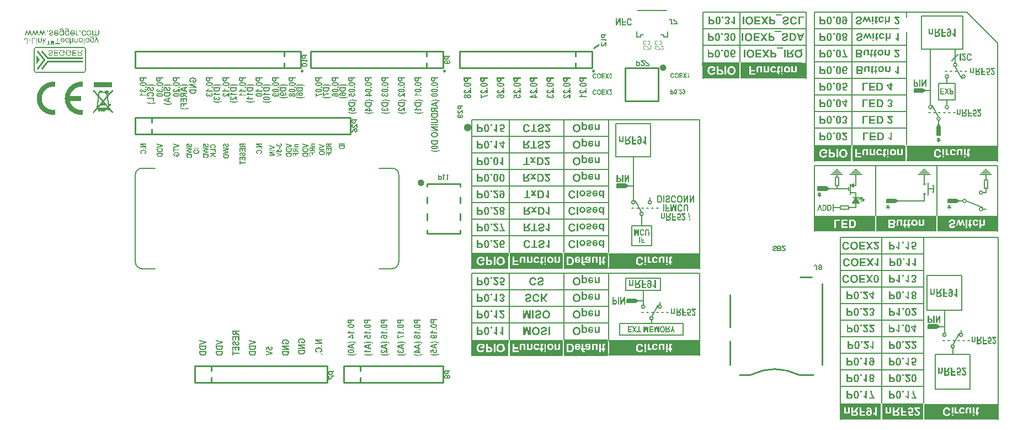
<source format=gbo>
G04*
G04 #@! TF.GenerationSoftware,Altium Limited,Altium Designer,19.0.15 (446)*
G04*
G04 Layer_Color=32896*
%FSLAX24Y24*%
%MOIN*%
G70*
G01*
G75*
%ADD10C,0.0059*%
%ADD12C,0.0049*%
%ADD13C,0.0079*%
%ADD16C,0.0060*%
%ADD17C,0.0200*%
%ADD18C,0.0100*%
%ADD23C,0.0080*%
%ADD301C,0.0250*%
%ADD335C,0.0002*%
%ADD336C,0.0110*%
%ADD337R,0.0258X0.0980*%
%ADD338R,0.0170X0.0980*%
%ADD339R,0.0170X0.0980*%
%ADD340R,0.0170X0.0980*%
%ADD341R,0.0170X0.0980*%
%ADD342R,0.0690X0.0980*%
%ADD343R,0.1090X0.0980*%
%ADD344R,0.1570X0.0980*%
%ADD345R,0.1110X0.0980*%
%ADD346R,0.1630X0.0980*%
%ADD347R,0.1160X0.0980*%
%ADD348R,0.0630X0.0980*%
%ADD349R,0.2500X0.0160*%
%ADD350R,0.2500X0.0200*%
%ADD351R,0.3220X0.0180*%
%ADD352R,0.2471X0.0170*%
%ADD353R,0.3170X0.0160*%
%ADD354R,0.2240X0.0160*%
%ADD355R,0.2250X0.0200*%
%ADD356R,0.3180X0.0200*%
%ADD357R,0.4500X0.0180*%
%ADD358R,0.4500X0.0170*%
%ADD359R,0.3250X0.0170*%
%ADD360R,0.0620X0.0980*%
%ADD361R,0.2490X0.0160*%
%ADD362R,0.2490X0.0200*%
%ADD363R,0.3190X0.0180*%
%ADD364R,0.3050X0.0170*%
%ADD365R,0.5450X0.0180*%
%ADD366R,0.5450X0.0170*%
%ADD367R,0.0420X0.0980*%
%ADD368R,0.3710X0.0200*%
%ADD369R,0.3800X0.0160*%
%ADD370R,0.0480X0.0980*%
%ADD371R,0.0120X0.0980*%
%ADD372R,0.0070X0.0980*%
%ADD373R,0.2640X0.0160*%
%ADD374R,0.2640X0.0190*%
%ADD375R,0.2640X0.0190*%
G36*
X1162Y21977D02*
X948Y21692D01*
Y22262D01*
X1162Y21977D01*
D02*
G37*
G36*
X3688Y20648D02*
X3716Y20646D01*
X3744Y20644D01*
X3757Y20643D01*
Y20643D01*
Y20643D01*
D01*
X3757Y20344D01*
X3747Y20346D01*
X3725Y20348D01*
X3703Y20350D01*
X3681Y20351D01*
X3659Y20351D01*
X3638Y20351D01*
X3616Y20350D01*
X3594Y20348D01*
X3572Y20346D01*
X3551Y20343D01*
X3529Y20339D01*
X3508Y20335D01*
X3487Y20330D01*
X3466Y20324D01*
X3445Y20318D01*
X3424Y20311D01*
X3403Y20303D01*
X3383Y20295D01*
X3363Y20286D01*
X3344Y20277D01*
X3324Y20267D01*
X3305Y20256D01*
X3287Y20245D01*
X3268Y20233D01*
X3250Y20220D01*
X3233Y20207D01*
X3216Y20194D01*
X3199Y20180D01*
X3183Y20165D01*
X3167Y20150D01*
X3152Y20135D01*
X3137Y20119D01*
X3123Y20102D01*
X3109Y20085D01*
X3096Y20068D01*
X3083Y20050D01*
X3071Y20032D01*
X3059Y20013D01*
X3048Y19995D01*
X3038Y19975D01*
X3028Y19956D01*
X3019Y19936D01*
X3010Y19916D01*
X3002Y19896D01*
X2995Y19875D01*
X2988Y19854D01*
X2982Y19833D01*
X2977Y19812D01*
X2975Y19802D01*
X2975Y19802D01*
X3658Y19802D01*
X3658Y19503D01*
X2975D01*
X2977Y19492D01*
X2982Y19471D01*
X2988Y19450D01*
X2995Y19429D01*
X3002Y19409D01*
X3010Y19388D01*
X3019Y19368D01*
X3028Y19348D01*
X3038Y19329D01*
X3048Y19310D01*
X3059Y19291D01*
X3071Y19272D01*
X3083Y19254D01*
X3096Y19236D01*
X3109Y19219D01*
X3123Y19202D01*
X3137Y19186D01*
X3152Y19170D01*
X3167Y19154D01*
X3183Y19139D01*
X3199Y19124D01*
X3216Y19110D01*
X3233Y19097D01*
X3250Y19084D01*
X3268Y19071D01*
X3287Y19060D01*
X3305Y19048D01*
X3324Y19038D01*
X3344Y19028D01*
X3363Y19018D01*
X3383Y19009D01*
X3403Y19001D01*
X3424Y18993D01*
X3445Y18986D01*
X3466Y18980D01*
X3487Y18974D01*
X3508Y18969D01*
X3529Y18965D01*
X3551Y18961D01*
X3572Y18958D01*
X3594Y18956D01*
X3616Y18954D01*
X3638Y18953D01*
X3659Y18953D01*
X3681Y18953D01*
X3703Y18954D01*
X3725Y18956D01*
X3747Y18959D01*
X3757Y18960D01*
X3757Y18960D01*
Y18661D01*
X3744Y18660D01*
X3716Y18658D01*
X3688Y18657D01*
X3660Y18656D01*
X3633Y18657D01*
X3605Y18658D01*
X3577Y18660D01*
X3550Y18662D01*
X3522Y18666D01*
X3495Y18670D01*
X3467Y18675D01*
X3440Y18680D01*
X3413Y18687D01*
X3387Y18694D01*
X3360Y18702D01*
X3334Y18711D01*
X3308Y18720D01*
X3282Y18730D01*
X3256Y18741D01*
X3231Y18752D01*
X3206Y18765D01*
X3182Y18778D01*
X3157Y18791D01*
X3134Y18805D01*
X3110Y18820D01*
X3087Y18836D01*
X3065Y18852D01*
X3043Y18869D01*
X3021Y18886D01*
X3000Y18904D01*
X2979Y18923D01*
X2959Y18942D01*
X2940Y18962D01*
X2921Y18982D01*
X2903Y19003D01*
X2885Y19024D01*
X2868Y19046D01*
X2851Y19068D01*
X2835Y19091D01*
X2820Y19114D01*
X2805Y19138D01*
X2791Y19161D01*
X2778Y19186D01*
X2765Y19210D01*
X2753Y19236D01*
X2742Y19261D01*
X2731Y19287D01*
X2722Y19312D01*
X2713Y19339D01*
X2704Y19365D01*
X2697Y19392D01*
X2690Y19419D01*
X2684Y19446D01*
X2678Y19473D01*
X2674Y19500D01*
X2670Y19528D01*
X2667Y19555D01*
X2664Y19583D01*
X2663Y19611D01*
X2662Y19638D01*
Y19666D01*
X2663Y19694D01*
X2664Y19721D01*
X2667Y19749D01*
X2670Y19777D01*
X2674Y19804D01*
X2678Y19831D01*
X2684Y19859D01*
X2690Y19886D01*
X2697Y19913D01*
X2704Y19939D01*
X2713Y19966D01*
X2722Y19992D01*
X2731Y20018D01*
X2742Y20043D01*
X2753Y20069D01*
X2765Y20094D01*
X2778Y20119D01*
X2791Y20143D01*
X2805Y20167D01*
X2820Y20190D01*
X2835Y20213D01*
X2851Y20236D01*
X2868Y20258D01*
X2885Y20280D01*
X2903Y20301D01*
X2921Y20322D01*
X2940Y20342D01*
X2959Y20362D01*
X2979Y20381D01*
X3000Y20400D01*
X3021Y20418D01*
X3043Y20435D01*
X3065Y20452D01*
X3087Y20468D01*
X3110Y20484D01*
X3134Y20499D01*
X3157Y20513D01*
X3182Y20527D01*
X3206Y20540D01*
X3231Y20552D01*
X3256Y20563D01*
X3282Y20574D01*
X3308Y20584D01*
X3334Y20594D01*
X3360Y20602D01*
X3387Y20610D01*
X3413Y20618D01*
X3440Y20624D01*
X3467Y20630D01*
X3495Y20635D01*
X3522Y20639D01*
X3550Y20642D01*
X3577Y20645D01*
X3605Y20647D01*
X3633Y20648D01*
X3660Y20648D01*
X3688Y20648D01*
D02*
G37*
G36*
X1995D02*
X2023Y20646D01*
X2051Y20644D01*
X2065Y20643D01*
Y20643D01*
Y20643D01*
D01*
X2065Y20344D01*
X2053Y20346D01*
X2030Y20348D01*
X2007Y20350D01*
X1984Y20351D01*
X1961Y20351D01*
X1938Y20351D01*
X1915Y20350D01*
X1892Y20348D01*
X1869Y20345D01*
X1847Y20341D01*
X1824Y20337D01*
X1801Y20332D01*
X1779Y20326D01*
X1757Y20320D01*
X1735Y20312D01*
X1713Y20305D01*
X1692Y20296D01*
X1671Y20287D01*
X1650Y20277D01*
X1630Y20266D01*
X1610Y20254D01*
X1590Y20242D01*
X1571Y20230D01*
X1552Y20216D01*
X1534Y20203D01*
X1516Y20188D01*
X1498Y20173D01*
X1482Y20157D01*
X1465Y20141D01*
X1449Y20124D01*
X1434Y20107D01*
X1419Y20089D01*
X1405Y20071D01*
X1392Y20053D01*
X1379Y20033D01*
X1367Y20014D01*
X1355Y19994D01*
X1344Y19974D01*
X1334Y19953D01*
X1324Y19932D01*
X1315Y19911D01*
X1307Y19889D01*
X1300Y19868D01*
X1293Y19845D01*
X1287Y19823D01*
X1282Y19801D01*
X1277Y19778D01*
X1273Y19755D01*
X1270Y19733D01*
X1268Y19710D01*
X1267Y19687D01*
X1266Y19664D01*
Y19641D01*
X1267Y19618D01*
X1268Y19595D01*
X1270Y19572D01*
X1273Y19549D01*
X1277Y19526D01*
X1282Y19504D01*
X1287Y19481D01*
X1293Y19459D01*
X1300Y19437D01*
X1307Y19415D01*
X1315Y19394D01*
X1324Y19372D01*
X1334Y19351D01*
X1344Y19331D01*
X1355Y19310D01*
X1367Y19290D01*
X1379Y19271D01*
X1392Y19252D01*
X1405Y19233D01*
X1419Y19215D01*
X1434Y19197D01*
X1449Y19180D01*
X1465Y19163D01*
X1482Y19147D01*
X1498Y19131D01*
X1516Y19116D01*
X1534Y19102D01*
X1552Y19088D01*
X1571Y19075D01*
X1590Y19062D01*
X1610Y19050D01*
X1630Y19039D01*
X1650Y19028D01*
X1671Y19018D01*
X1692Y19008D01*
X1713Y19000D01*
X1735Y18992D01*
X1757Y18985D01*
X1779Y18978D01*
X1801Y18972D01*
X1824Y18967D01*
X1847Y18963D01*
X1869Y18960D01*
X1892Y18957D01*
X1915Y18955D01*
X1938Y18954D01*
X1961Y18953D01*
X1984Y18953D01*
X2007Y18954D01*
X2030Y18956D01*
X2053Y18959D01*
X2065Y18960D01*
X2065Y18960D01*
Y18661D01*
X2051Y18660D01*
X2023Y18658D01*
X1995Y18657D01*
X1968Y18656D01*
X1940Y18657D01*
X1912Y18658D01*
X1884Y18660D01*
X1857Y18662D01*
X1829Y18666D01*
X1802Y18670D01*
X1775Y18675D01*
X1748Y18680D01*
X1721Y18687D01*
X1694Y18694D01*
X1667Y18702D01*
X1641Y18711D01*
X1615Y18720D01*
X1589Y18730D01*
X1563Y18741D01*
X1538Y18752D01*
X1513Y18765D01*
X1489Y18778D01*
X1465Y18791D01*
X1441Y18805D01*
X1417Y18820D01*
X1394Y18836D01*
X1372Y18852D01*
X1350Y18869D01*
X1328Y18886D01*
X1307Y18904D01*
X1287Y18923D01*
X1267Y18942D01*
X1247Y18962D01*
X1228Y18982D01*
X1210Y19003D01*
X1192Y19024D01*
X1175Y19046D01*
X1158Y19068D01*
X1142Y19091D01*
X1127Y19114D01*
X1112Y19138D01*
X1098Y19161D01*
X1085Y19186D01*
X1072Y19210D01*
X1060Y19236D01*
X1049Y19261D01*
X1039Y19287D01*
X1029Y19312D01*
X1020Y19339D01*
X1011Y19365D01*
X1004Y19392D01*
X997Y19419D01*
X991Y19446D01*
X985Y19473D01*
X981Y19500D01*
X977Y19528D01*
X974Y19555D01*
X971Y19583D01*
X970Y19611D01*
X969Y19638D01*
Y19666D01*
X970Y19694D01*
X971Y19721D01*
X974Y19749D01*
X977Y19777D01*
X981Y19804D01*
X985Y19831D01*
X991Y19859D01*
X997Y19886D01*
X1004Y19913D01*
X1011Y19939D01*
X1020Y19966D01*
X1029Y19992D01*
X1039Y20018D01*
X1049Y20043D01*
X1060Y20069D01*
X1072Y20094D01*
X1085Y20119D01*
X1098Y20143D01*
X1112Y20167D01*
X1127Y20190D01*
X1142Y20213D01*
X1158Y20236D01*
X1175Y20258D01*
X1192Y20280D01*
X1210Y20301D01*
X1228Y20322D01*
X1247Y20342D01*
X1267Y20362D01*
X1287Y20381D01*
X1307Y20400D01*
X1328Y20418D01*
X1350Y20435D01*
X1372Y20452D01*
X1394Y20468D01*
X1417Y20484D01*
X1441Y20499D01*
X1465Y20513D01*
X1489Y20527D01*
X1513Y20540D01*
X1538Y20552D01*
X1563Y20563D01*
X1589Y20574D01*
X1615Y20584D01*
X1641Y20594D01*
X1667Y20602D01*
X1694Y20610D01*
X1721Y20618D01*
X1748Y20624D01*
X1775Y20630D01*
X1802Y20635D01*
X1829Y20639D01*
X1857Y20642D01*
X1884Y20645D01*
X1912Y20647D01*
X1940Y20648D01*
X1968Y20648D01*
X1995Y20648D01*
D02*
G37*
G36*
X36619Y7286D02*
X36623Y7290D01*
Y7522D01*
X37138Y7522D01*
X37218Y7471D01*
X37257Y7443D01*
X37265Y7420D01*
Y7416D01*
X37139Y7290D01*
X36966D01*
X36619Y7286D01*
D02*
G37*
G36*
X36019Y14236D02*
X36023Y14240D01*
Y14472D01*
X36538D01*
X36618Y14421D01*
X36657Y14393D01*
X36665Y14370D01*
Y14366D01*
X36539Y14240D01*
X36366D01*
X36019Y14236D01*
D02*
G37*
G36*
X48159Y14066D02*
X48163Y14070D01*
Y14303D01*
X48678D01*
X48758Y14251D01*
X48797Y14224D01*
X48805Y14200D01*
Y14196D01*
X48679Y14070D01*
X48506D01*
X48159Y14066D01*
D02*
G37*
G36*
X54488Y20222D02*
X54568Y20171D01*
X54607Y20143D01*
X54615Y20120D01*
Y20115D01*
X54489Y19989D01*
X54316D01*
X53969Y19986D01*
X53973Y19989D01*
Y20222D01*
X54488Y20222D01*
D02*
G37*
G36*
X55580Y17938D02*
Y17765D01*
X55584Y17419D01*
X55580Y17423D01*
X55348D01*
Y17937D01*
X55399Y18017D01*
X55427Y18057D01*
X55450Y18064D01*
X55454D01*
X55580Y17938D01*
D02*
G37*
G36*
X56608Y13508D02*
X56647Y13480D01*
X56655Y13457D01*
Y13453D01*
X56529Y13327D01*
X56356D01*
X56009Y13323D01*
X56013Y13327D01*
Y13559D01*
X56528D01*
X56608Y13508D01*
D02*
G37*
G36*
X52908D02*
X52947Y13480D01*
X52955Y13457D01*
Y13453D01*
X52829Y13327D01*
X52656D01*
X52309Y13323D01*
X52313Y13327D01*
Y13559D01*
X52828D01*
X52908Y13508D01*
D02*
G37*
G36*
X50525Y13518D02*
X50642Y13314D01*
X50462Y13290D01*
X50261Y13302D01*
X50304Y13395D01*
X50395Y13554D01*
X50470Y13614D01*
X50525Y13518D01*
D02*
G37*
G36*
X55418Y5921D02*
X55457Y5893D01*
X55465Y5870D01*
Y5865D01*
X55339Y5739D01*
X55166D01*
X54819Y5735D01*
X54823Y5739D01*
Y5972D01*
X55338D01*
X55418Y5921D01*
D02*
G37*
G36*
X17781Y16869D02*
X17668D01*
X17660D01*
X17653Y16868D01*
X17647Y16868D01*
X17641Y16868D01*
X17635Y16868D01*
X17631Y16867D01*
X17626Y16867D01*
X17623Y16866D01*
X17619Y16866D01*
X17617Y16866D01*
X17614Y16865D01*
X17613Y16865D01*
X17611Y16865D01*
X17610Y16865D01*
X17610Y16864D01*
X17609D01*
X17604Y16862D01*
X17599Y16860D01*
X17595Y16857D01*
X17591Y16855D01*
X17589Y16853D01*
X17587Y16851D01*
X17586Y16849D01*
X17585Y16849D01*
X17582Y16844D01*
X17580Y16840D01*
X17578Y16836D01*
X17577Y16832D01*
X17577Y16829D01*
X17576Y16826D01*
X17576Y16825D01*
Y16824D01*
X17576Y16820D01*
X17577Y16817D01*
X17578Y16813D01*
X17580Y16811D01*
X17581Y16808D01*
X17582Y16807D01*
X17583Y16806D01*
X17583Y16805D01*
X17586Y16803D01*
X17589Y16800D01*
X17592Y16798D01*
X17596Y16796D01*
X17598Y16795D01*
X17601Y16794D01*
X17602Y16794D01*
X17602Y16794D01*
X17603D01*
X17605Y16793D01*
X17608Y16793D01*
X17612Y16792D01*
X17616Y16792D01*
X17624Y16791D01*
X17633Y16791D01*
X17637Y16791D01*
X17641D01*
X17644Y16791D01*
X17648D01*
X17650D01*
X17652D01*
X17653D01*
X17654D01*
X17781D01*
Y16737D01*
X17626D01*
X17619D01*
X17613Y16737D01*
X17607Y16737D01*
X17602Y16738D01*
X17597Y16738D01*
X17592Y16739D01*
X17588Y16739D01*
X17584Y16740D01*
X17581Y16740D01*
X17578Y16741D01*
X17576Y16741D01*
X17574Y16742D01*
X17572Y16742D01*
X17571Y16743D01*
X17570Y16743D01*
X17570D01*
X17563Y16746D01*
X17557Y16749D01*
X17552Y16753D01*
X17547Y16756D01*
X17543Y16760D01*
X17542Y16761D01*
X17541Y16763D01*
X17540Y16764D01*
X17539Y16765D01*
X17539Y16765D01*
X17538Y16765D01*
X17536Y16769D01*
X17534Y16772D01*
X17533Y16775D01*
X17531Y16778D01*
X17529Y16785D01*
X17527Y16791D01*
X17527Y16794D01*
X17527Y16797D01*
X17526Y16799D01*
Y16801D01*
X17526Y16803D01*
Y16805D01*
X17526Y16813D01*
X17528Y16820D01*
X17529Y16826D01*
X17531Y16832D01*
X17532Y16834D01*
X17533Y16836D01*
X17534Y16838D01*
X17535Y16840D01*
X17536Y16841D01*
X17536Y16842D01*
X17536Y16842D01*
X17537Y16843D01*
X17541Y16849D01*
X17546Y16854D01*
X17551Y16859D01*
X17556Y16864D01*
X17561Y16868D01*
X17563Y16869D01*
X17565Y16870D01*
X17566Y16871D01*
X17567Y16872D01*
X17568Y16872D01*
X17568Y16873D01*
X17532D01*
Y16923D01*
X17781D01*
Y16869D01*
D02*
G37*
G36*
X17368Y16821D02*
Y16760D01*
X17025Y16659D01*
Y16720D01*
X17279Y16789D01*
X17025Y16860D01*
Y16921D01*
X17368Y16821D01*
D02*
G37*
G36*
X17781Y16624D02*
X17637D01*
Y16613D01*
X17637Y16606D01*
X17638Y16600D01*
X17638Y16595D01*
X17639Y16591D01*
X17640Y16588D01*
X17640Y16586D01*
X17641Y16585D01*
X17641Y16584D01*
X17643Y16581D01*
X17645Y16578D01*
X17647Y16575D01*
X17650Y16573D01*
X17652Y16571D01*
X17654Y16569D01*
X17655Y16568D01*
X17655Y16568D01*
X17658Y16566D01*
X17661Y16564D01*
X17664Y16562D01*
X17668Y16559D01*
X17672Y16557D01*
X17676Y16554D01*
X17684Y16549D01*
X17689Y16547D01*
X17693Y16545D01*
X17696Y16543D01*
X17699Y16541D01*
X17702Y16539D01*
X17704Y16538D01*
X17705Y16538D01*
X17706Y16537D01*
X17781Y16496D01*
Y16428D01*
X17714Y16462D01*
X17707Y16466D01*
X17700Y16470D01*
X17694Y16473D01*
X17688Y16476D01*
X17683Y16479D01*
X17678Y16482D01*
X17674Y16484D01*
X17671Y16486D01*
X17668Y16488D01*
X17665Y16490D01*
X17663Y16492D01*
X17661Y16493D01*
X17660Y16494D01*
X17659Y16494D01*
X17658Y16495D01*
X17658Y16495D01*
X17652Y16500D01*
X17647Y16505D01*
X17642Y16510D01*
X17638Y16515D01*
X17634Y16519D01*
X17633Y16521D01*
X17631Y16522D01*
X17630Y16523D01*
X17630Y16524D01*
X17629Y16525D01*
X17629Y16525D01*
X17628Y16519D01*
X17626Y16512D01*
X17624Y16507D01*
X17622Y16502D01*
X17619Y16497D01*
X17617Y16492D01*
X17614Y16488D01*
X17611Y16484D01*
X17609Y16481D01*
X17606Y16478D01*
X17604Y16476D01*
X17602Y16474D01*
X17601Y16472D01*
X17599Y16471D01*
X17599Y16471D01*
X17598Y16470D01*
X17593Y16467D01*
X17588Y16464D01*
X17583Y16461D01*
X17578Y16459D01*
X17572Y16457D01*
X17567Y16456D01*
X17562Y16454D01*
X17557Y16453D01*
X17552Y16452D01*
X17547Y16452D01*
X17543Y16451D01*
X17540Y16451D01*
X17537Y16451D01*
X17535D01*
X17534D01*
X17533D01*
X17527Y16451D01*
X17522Y16451D01*
X17516Y16452D01*
X17511Y16453D01*
X17506Y16454D01*
X17502Y16455D01*
X17498Y16456D01*
X17494Y16457D01*
X17490Y16458D01*
X17487Y16459D01*
X17485Y16460D01*
X17482Y16461D01*
X17481Y16462D01*
X17479Y16463D01*
X17479Y16463D01*
X17478Y16463D01*
X17474Y16466D01*
X17471Y16469D01*
X17467Y16471D01*
X17464Y16474D01*
X17461Y16477D01*
X17458Y16479D01*
X17456Y16482D01*
X17454Y16485D01*
X17452Y16487D01*
X17450Y16489D01*
X17449Y16491D01*
X17448Y16493D01*
X17447Y16494D01*
X17447Y16495D01*
X17446Y16496D01*
Y16496D01*
X17445Y16500D01*
X17443Y16504D01*
X17442Y16509D01*
X17441Y16515D01*
X17439Y16525D01*
X17438Y16536D01*
X17438Y16541D01*
X17438Y16546D01*
X17437Y16550D01*
Y16554D01*
X17437Y16557D01*
Y16681D01*
X17781D01*
Y16624D01*
D02*
G37*
G36*
X17368Y16517D02*
X17368Y16511D01*
X17367Y16506D01*
X17367Y16500D01*
X17366Y16495D01*
X17365Y16491D01*
X17364Y16487D01*
X17363Y16483D01*
X17362Y16479D01*
X17362Y16476D01*
X17361Y16474D01*
X17360Y16472D01*
X17359Y16470D01*
X17359Y16469D01*
X17359Y16468D01*
Y16468D01*
X17355Y16460D01*
X17350Y16452D01*
X17345Y16446D01*
X17343Y16443D01*
X17341Y16441D01*
X17339Y16438D01*
X17337Y16436D01*
X17335Y16435D01*
X17333Y16433D01*
X17332Y16432D01*
X17331Y16431D01*
X17330Y16430D01*
X17330Y16430D01*
X17326Y16427D01*
X17322Y16425D01*
X17314Y16420D01*
X17305Y16415D01*
X17296Y16412D01*
X17293Y16410D01*
X17289Y16409D01*
X17286Y16407D01*
X17283Y16406D01*
X17281Y16406D01*
X17279Y16405D01*
X17278Y16405D01*
X17278D01*
X17271Y16403D01*
X17265Y16401D01*
X17251Y16399D01*
X17238Y16397D01*
X17232Y16396D01*
X17227Y16396D01*
X17221Y16395D01*
X17216Y16395D01*
X17212Y16395D01*
X17207D01*
X17204Y16394D01*
X17202D01*
X17201D01*
X17200D01*
X17191D01*
X17182Y16395D01*
X17174Y16395D01*
X17166Y16396D01*
X17159Y16397D01*
X17152Y16397D01*
X17146Y16398D01*
X17140Y16399D01*
X17135Y16400D01*
X17131Y16401D01*
X17126Y16402D01*
X17123Y16402D01*
X17121Y16403D01*
X17119Y16404D01*
X17118Y16404D01*
X17117D01*
X17111Y16406D01*
X17105Y16408D01*
X17100Y16410D01*
X17095Y16412D01*
X17090Y16414D01*
X17086Y16417D01*
X17082Y16419D01*
X17078Y16421D01*
X17074Y16423D01*
X17072Y16425D01*
X17069Y16426D01*
X17067Y16428D01*
X17065Y16429D01*
X17064Y16430D01*
X17063Y16430D01*
X17063Y16431D01*
X17059Y16434D01*
X17056Y16437D01*
X17053Y16440D01*
X17050Y16443D01*
X17047Y16447D01*
X17045Y16450D01*
X17041Y16455D01*
X17039Y16458D01*
X17037Y16460D01*
X17036Y16462D01*
X17035Y16464D01*
X17035Y16465D01*
X17034Y16467D01*
X17034Y16467D01*
Y16468D01*
X17032Y16471D01*
X17030Y16476D01*
X17029Y16480D01*
X17028Y16485D01*
X17027Y16495D01*
X17026Y16505D01*
X17025Y16509D01*
X17025Y16513D01*
X17025Y16517D01*
Y16520D01*
X17025Y16523D01*
Y16630D01*
X17368D01*
Y16517D01*
D02*
G37*
G36*
X17781Y16341D02*
X17635D01*
Y16222D01*
X17576D01*
Y16341D01*
X17495D01*
Y16204D01*
X17437D01*
Y16397D01*
X17781D01*
Y16341D01*
D02*
G37*
G36*
X17368Y16233D02*
X17368Y16228D01*
X17367Y16222D01*
X17367Y16216D01*
X17366Y16211D01*
X17365Y16207D01*
X17364Y16203D01*
X17363Y16199D01*
X17362Y16195D01*
X17362Y16192D01*
X17361Y16190D01*
X17360Y16188D01*
X17359Y16186D01*
X17359Y16185D01*
X17359Y16184D01*
Y16184D01*
X17355Y16176D01*
X17350Y16168D01*
X17345Y16162D01*
X17343Y16159D01*
X17341Y16157D01*
X17339Y16154D01*
X17337Y16152D01*
X17335Y16151D01*
X17333Y16149D01*
X17332Y16148D01*
X17331Y16147D01*
X17330Y16146D01*
X17330Y16146D01*
X17326Y16143D01*
X17322Y16141D01*
X17314Y16136D01*
X17305Y16131D01*
X17296Y16128D01*
X17293Y16126D01*
X17289Y16125D01*
X17286Y16123D01*
X17283Y16122D01*
X17281Y16122D01*
X17279Y16121D01*
X17278Y16121D01*
X17278D01*
X17271Y16119D01*
X17265Y16117D01*
X17251Y16115D01*
X17238Y16113D01*
X17232Y16112D01*
X17227Y16112D01*
X17221Y16111D01*
X17216Y16111D01*
X17212Y16111D01*
X17207D01*
X17204Y16110D01*
X17202D01*
X17201D01*
X17200D01*
X17191D01*
X17182Y16111D01*
X17174Y16111D01*
X17166Y16112D01*
X17159Y16113D01*
X17152Y16113D01*
X17146Y16114D01*
X17140Y16115D01*
X17135Y16116D01*
X17131Y16117D01*
X17126Y16118D01*
X17123Y16119D01*
X17121Y16119D01*
X17119Y16120D01*
X17118Y16120D01*
X17117D01*
X17111Y16122D01*
X17105Y16124D01*
X17100Y16126D01*
X17095Y16128D01*
X17090Y16130D01*
X17086Y16133D01*
X17082Y16135D01*
X17078Y16137D01*
X17074Y16139D01*
X17072Y16141D01*
X17069Y16142D01*
X17067Y16144D01*
X17065Y16145D01*
X17064Y16146D01*
X17063Y16146D01*
X17063Y16147D01*
X17059Y16150D01*
X17056Y16153D01*
X17053Y16156D01*
X17050Y16159D01*
X17047Y16163D01*
X17045Y16166D01*
X17041Y16171D01*
X17039Y16174D01*
X17037Y16176D01*
X17036Y16178D01*
X17035Y16180D01*
X17035Y16182D01*
X17034Y16183D01*
X17034Y16183D01*
Y16184D01*
X17032Y16187D01*
X17030Y16192D01*
X17029Y16196D01*
X17028Y16201D01*
X17027Y16211D01*
X17026Y16221D01*
X17025Y16225D01*
X17025Y16229D01*
X17025Y16233D01*
Y16236D01*
X17025Y16239D01*
Y16346D01*
X17368D01*
Y16233D01*
D02*
G37*
G36*
X17559Y16158D02*
Y16118D01*
X17495Y16109D01*
X17437D01*
Y16168D01*
X17495D01*
X17559Y16158D01*
D02*
G37*
G36*
X39878Y6861D02*
X39873Y6852D01*
X39868Y6843D01*
X39864Y6835D01*
X39860Y6828D01*
X39856Y6821D01*
X39853Y6816D01*
X39850Y6810D01*
X39847Y6806D01*
X39845Y6802D01*
X39842Y6799D01*
X39840Y6796D01*
X39839Y6794D01*
X39838Y6792D01*
X39837Y6791D01*
X39836Y6790D01*
X39836Y6790D01*
X39830Y6782D01*
X39824Y6775D01*
X39817Y6769D01*
X39811Y6764D01*
X39806Y6759D01*
X39803Y6757D01*
X39801Y6756D01*
X39800Y6754D01*
X39799Y6753D01*
X39798Y6753D01*
X39798Y6753D01*
X39806Y6751D01*
X39814Y6749D01*
X39821Y6746D01*
X39828Y6743D01*
X39834Y6740D01*
X39840Y6737D01*
X39845Y6733D01*
X39850Y6730D01*
X39854Y6727D01*
X39857Y6724D01*
X39860Y6721D01*
X39863Y6718D01*
X39865Y6716D01*
X39866Y6715D01*
X39867Y6714D01*
X39868Y6713D01*
X39872Y6707D01*
X39876Y6701D01*
X39879Y6694D01*
X39882Y6687D01*
X39884Y6680D01*
X39886Y6673D01*
X39888Y6667D01*
X39889Y6660D01*
X39891Y6654D01*
X39891Y6648D01*
X39892Y6644D01*
X39892Y6639D01*
X39892Y6635D01*
Y6633D01*
Y6631D01*
Y6631D01*
X39892Y6623D01*
X39892Y6616D01*
X39891Y6609D01*
X39890Y6602D01*
X39889Y6596D01*
X39887Y6590D01*
X39886Y6585D01*
X39884Y6580D01*
X39883Y6576D01*
X39881Y6572D01*
X39880Y6569D01*
X39879Y6566D01*
X39878Y6563D01*
X39877Y6562D01*
X39877Y6561D01*
X39876Y6561D01*
X39873Y6555D01*
X39870Y6551D01*
X39867Y6546D01*
X39863Y6542D01*
X39859Y6538D01*
X39856Y6535D01*
X39853Y6532D01*
X39849Y6529D01*
X39846Y6527D01*
X39844Y6525D01*
X39841Y6523D01*
X39839Y6522D01*
X39837Y6521D01*
X39836Y6520D01*
X39835Y6520D01*
X39835D01*
X39830Y6517D01*
X39824Y6516D01*
X39818Y6514D01*
X39811Y6513D01*
X39798Y6511D01*
X39784Y6509D01*
X39777Y6509D01*
X39771Y6508D01*
X39765Y6508D01*
X39761D01*
X39757Y6508D01*
X39599D01*
Y6946D01*
X39671D01*
Y6763D01*
X39686D01*
X39695Y6763D01*
X39702Y6764D01*
X39708Y6765D01*
X39713Y6766D01*
X39717Y6767D01*
X39720Y6767D01*
X39721Y6768D01*
X39722Y6768D01*
X39726Y6771D01*
X39730Y6773D01*
X39734Y6776D01*
X39737Y6779D01*
X39740Y6782D01*
X39742Y6784D01*
X39743Y6786D01*
X39743Y6786D01*
X39746Y6789D01*
X39748Y6793D01*
X39751Y6797D01*
X39754Y6802D01*
X39757Y6807D01*
X39760Y6813D01*
X39767Y6823D01*
X39770Y6829D01*
X39773Y6834D01*
X39775Y6839D01*
X39777Y6842D01*
X39779Y6846D01*
X39781Y6849D01*
X39782Y6850D01*
X39782Y6851D01*
X39834Y6946D01*
X39922D01*
X39878Y6861D01*
D02*
G37*
G36*
X40382Y6953D02*
X40393Y6952D01*
X40402Y6949D01*
X40411Y6946D01*
X40419Y6942D01*
X40426Y6938D01*
X40433Y6934D01*
X40439Y6929D01*
X40445Y6925D01*
X40449Y6921D01*
X40454Y6917D01*
X40457Y6913D01*
X40459Y6910D01*
X40461Y6907D01*
X40462Y6906D01*
X40463Y6905D01*
X40468Y6896D01*
X40473Y6887D01*
X40478Y6877D01*
X40481Y6868D01*
X40484Y6859D01*
X40487Y6851D01*
X40489Y6842D01*
X40491Y6834D01*
X40492Y6827D01*
X40493Y6820D01*
X40494Y6814D01*
X40494Y6809D01*
X40494Y6805D01*
X40495Y6802D01*
Y6800D01*
Y6799D01*
X40494Y6786D01*
X40493Y6774D01*
X40491Y6763D01*
X40489Y6752D01*
X40486Y6742D01*
X40483Y6733D01*
X40480Y6725D01*
X40476Y6717D01*
X40472Y6710D01*
X40469Y6704D01*
X40466Y6699D01*
X40463Y6694D01*
X40461Y6691D01*
X40459Y6689D01*
X40458Y6687D01*
X40457Y6687D01*
X40451Y6681D01*
X40446Y6676D01*
X40439Y6671D01*
X40433Y6667D01*
X40427Y6664D01*
X40421Y6661D01*
X40415Y6659D01*
X40410Y6657D01*
X40405Y6656D01*
X40400Y6655D01*
X40396Y6654D01*
X40392Y6654D01*
X40389Y6653D01*
X40387Y6653D01*
X40380D01*
X40376Y6654D01*
X40367Y6655D01*
X40359Y6657D01*
X40352Y6660D01*
X40349Y6661D01*
X40346Y6663D01*
X40344Y6664D01*
X40342Y6665D01*
X40340Y6666D01*
X40339Y6667D01*
X40338Y6667D01*
X40338Y6667D01*
X40349Y6593D01*
X40479D01*
Y6514D01*
X40297D01*
X40261Y6742D01*
X40317Y6752D01*
X40321Y6747D01*
X40326Y6741D01*
X40331Y6737D01*
X40335Y6734D01*
X40340Y6730D01*
X40344Y6728D01*
X40348Y6726D01*
X40353Y6724D01*
X40356Y6723D01*
X40360Y6722D01*
X40363Y6721D01*
X40366Y6721D01*
X40367Y6720D01*
X40369Y6720D01*
X40370D01*
X40375Y6720D01*
X40379Y6721D01*
X40383Y6722D01*
X40386Y6723D01*
X40393Y6726D01*
X40399Y6730D01*
X40403Y6734D01*
X40406Y6737D01*
X40407Y6738D01*
X40408Y6739D01*
X40409Y6739D01*
X40409Y6740D01*
X40412Y6744D01*
X40414Y6748D01*
X40418Y6758D01*
X40421Y6768D01*
X40422Y6778D01*
X40423Y6782D01*
X40424Y6787D01*
X40424Y6791D01*
Y6794D01*
X40424Y6797D01*
Y6799D01*
Y6800D01*
Y6801D01*
X40424Y6808D01*
X40424Y6816D01*
X40423Y6823D01*
X40422Y6829D01*
X40421Y6835D01*
X40419Y6840D01*
X40418Y6845D01*
X40416Y6849D01*
X40415Y6853D01*
X40413Y6856D01*
X40412Y6859D01*
X40411Y6861D01*
X40410Y6863D01*
X40409Y6864D01*
X40409Y6865D01*
X40409Y6865D01*
X40406Y6869D01*
X40403Y6872D01*
X40400Y6875D01*
X40397Y6877D01*
X40393Y6879D01*
X40390Y6881D01*
X40385Y6883D01*
X40380Y6885D01*
X40378Y6885D01*
X40376Y6886D01*
X40374Y6886D01*
X40372D01*
X40369Y6886D01*
X40366Y6885D01*
X40359Y6883D01*
X40354Y6881D01*
X40349Y6878D01*
X40345Y6875D01*
X40342Y6872D01*
X40340Y6870D01*
X40340Y6870D01*
X40339Y6870D01*
X40334Y6863D01*
X40330Y6856D01*
X40327Y6848D01*
X40325Y6841D01*
X40323Y6834D01*
X40323Y6831D01*
X40322Y6829D01*
X40322Y6827D01*
X40322Y6826D01*
Y6825D01*
Y6824D01*
X40253Y6833D01*
X40255Y6844D01*
X40257Y6854D01*
X40259Y6863D01*
X40262Y6872D01*
X40265Y6880D01*
X40268Y6887D01*
X40272Y6894D01*
X40275Y6900D01*
X40278Y6905D01*
X40281Y6910D01*
X40284Y6913D01*
X40286Y6917D01*
X40289Y6919D01*
X40290Y6921D01*
X40291Y6922D01*
X40292Y6922D01*
X40298Y6928D01*
X40304Y6933D01*
X40311Y6937D01*
X40318Y6940D01*
X40324Y6944D01*
X40331Y6946D01*
X40338Y6948D01*
X40344Y6950D01*
X40350Y6951D01*
X40355Y6952D01*
X40360Y6953D01*
X40364Y6953D01*
X40367Y6953D01*
X40369Y6954D01*
X40372D01*
X40382Y6953D01*
D02*
G37*
G36*
X39528Y6749D02*
Y6740D01*
X39528Y6732D01*
X39527Y6725D01*
X39527Y6718D01*
X39526Y6712D01*
X39525Y6706D01*
X39525Y6701D01*
X39524Y6696D01*
X39523Y6691D01*
X39522Y6688D01*
X39522Y6685D01*
X39521Y6682D01*
X39521Y6680D01*
X39520Y6679D01*
X39520Y6678D01*
Y6678D01*
X39516Y6668D01*
X39512Y6661D01*
X39507Y6654D01*
X39503Y6648D01*
X39498Y6643D01*
X39496Y6641D01*
X39495Y6640D01*
X39493Y6639D01*
X39492Y6638D01*
X39491Y6637D01*
X39491Y6637D01*
X39487Y6634D01*
X39483Y6632D01*
X39479Y6630D01*
X39475Y6628D01*
X39466Y6625D01*
X39458Y6623D01*
X39454Y6622D01*
X39451Y6622D01*
X39448Y6621D01*
X39445D01*
X39443Y6621D01*
X39440D01*
X39430Y6622D01*
X39422Y6623D01*
X39414Y6625D01*
X39406Y6628D01*
X39404Y6629D01*
X39401Y6631D01*
X39398Y6632D01*
X39396Y6632D01*
X39395Y6633D01*
X39394Y6634D01*
X39393Y6634D01*
X39393Y6635D01*
X39385Y6640D01*
X39378Y6647D01*
X39371Y6653D01*
X39365Y6660D01*
X39361Y6666D01*
X39359Y6668D01*
X39357Y6670D01*
X39356Y6672D01*
X39355Y6674D01*
X39355Y6675D01*
X39354Y6675D01*
Y6629D01*
X39290D01*
Y6946D01*
X39360D01*
Y6802D01*
Y6793D01*
X39360Y6783D01*
X39360Y6775D01*
X39360Y6768D01*
X39361Y6761D01*
X39361Y6755D01*
X39362Y6749D01*
X39362Y6745D01*
X39363Y6740D01*
X39363Y6737D01*
X39364Y6734D01*
X39364Y6732D01*
X39364Y6730D01*
X39365Y6729D01*
X39365Y6728D01*
Y6728D01*
X39368Y6721D01*
X39371Y6714D01*
X39374Y6709D01*
X39377Y6705D01*
X39380Y6701D01*
X39383Y6699D01*
X39384Y6697D01*
X39385Y6697D01*
X39390Y6693D01*
X39396Y6690D01*
X39401Y6688D01*
X39406Y6687D01*
X39410Y6686D01*
X39413Y6686D01*
X39415Y6685D01*
X39416D01*
X39421Y6686D01*
X39426Y6687D01*
X39430Y6688D01*
X39433Y6690D01*
X39436Y6691D01*
X39438Y6693D01*
X39440Y6694D01*
X39440Y6694D01*
X39444Y6698D01*
X39447Y6701D01*
X39450Y6706D01*
X39452Y6710D01*
X39453Y6713D01*
X39454Y6716D01*
X39454Y6718D01*
X39455Y6719D01*
Y6719D01*
X39455Y6722D01*
X39456Y6726D01*
X39457Y6731D01*
X39457Y6736D01*
X39458Y6747D01*
X39458Y6758D01*
X39459Y6763D01*
Y6768D01*
X39459Y6772D01*
Y6776D01*
Y6780D01*
Y6782D01*
Y6783D01*
Y6784D01*
Y6946D01*
X39528D01*
Y6749D01*
D02*
G37*
G36*
X40764Y6868D02*
X40627D01*
X40629Y6864D01*
X40632Y6860D01*
X40634Y6856D01*
X40636Y6852D01*
X40638Y6849D01*
X40640Y6847D01*
X40641Y6846D01*
X40641Y6845D01*
X40643Y6842D01*
X40645Y6840D01*
X40648Y6836D01*
X40652Y6832D01*
X40658Y6824D01*
X40666Y6816D01*
X40669Y6812D01*
X40672Y6808D01*
X40675Y6805D01*
X40678Y6802D01*
X40680Y6799D01*
X40682Y6797D01*
X40683Y6796D01*
X40683Y6795D01*
X40690Y6788D01*
X40696Y6781D01*
X40701Y6775D01*
X40706Y6769D01*
X40711Y6763D01*
X40715Y6758D01*
X40719Y6753D01*
X40722Y6748D01*
X40725Y6744D01*
X40727Y6740D01*
X40729Y6737D01*
X40731Y6735D01*
X40732Y6733D01*
X40733Y6732D01*
X40734Y6731D01*
X40734Y6730D01*
X40739Y6721D01*
X40744Y6712D01*
X40748Y6703D01*
X40751Y6695D01*
X40752Y6692D01*
X40753Y6689D01*
X40754Y6686D01*
X40755Y6684D01*
X40756Y6682D01*
X40756Y6680D01*
X40757Y6680D01*
Y6679D01*
X40759Y6670D01*
X40761Y6661D01*
X40762Y6652D01*
X40763Y6644D01*
X40763Y6640D01*
X40764Y6637D01*
Y6634D01*
X40764Y6632D01*
Y6630D01*
Y6629D01*
Y6628D01*
Y6627D01*
X40764Y6619D01*
X40763Y6610D01*
X40761Y6602D01*
X40760Y6594D01*
X40757Y6587D01*
X40755Y6580D01*
X40752Y6573D01*
X40750Y6567D01*
X40747Y6562D01*
X40744Y6557D01*
X40742Y6553D01*
X40740Y6550D01*
X40738Y6547D01*
X40736Y6545D01*
X40736Y6543D01*
X40735Y6543D01*
X40730Y6537D01*
X40723Y6531D01*
X40717Y6526D01*
X40710Y6522D01*
X40703Y6518D01*
X40696Y6515D01*
X40689Y6513D01*
X40682Y6511D01*
X40676Y6509D01*
X40669Y6508D01*
X40664Y6507D01*
X40659Y6507D01*
X40655Y6506D01*
X40653Y6506D01*
X40650D01*
X40641Y6506D01*
X40632Y6507D01*
X40623Y6509D01*
X40616Y6511D01*
X40608Y6513D01*
X40601Y6516D01*
X40595Y6519D01*
X40590Y6522D01*
X40585Y6525D01*
X40580Y6528D01*
X40576Y6530D01*
X40574Y6533D01*
X40571Y6535D01*
X40569Y6536D01*
X40568Y6537D01*
X40568Y6538D01*
X40562Y6544D01*
X40557Y6551D01*
X40553Y6558D01*
X40549Y6566D01*
X40545Y6574D01*
X40542Y6582D01*
X40540Y6590D01*
X40538Y6598D01*
X40536Y6606D01*
X40534Y6613D01*
X40533Y6619D01*
X40532Y6625D01*
X40531Y6629D01*
X40531Y6633D01*
Y6634D01*
X40531Y6635D01*
Y6635D01*
Y6636D01*
X40599Y6644D01*
X40599Y6638D01*
X40600Y6632D01*
X40601Y6627D01*
X40602Y6621D01*
X40604Y6617D01*
X40605Y6612D01*
X40607Y6609D01*
X40608Y6605D01*
X40612Y6598D01*
X40616Y6592D01*
X40621Y6588D01*
X40625Y6584D01*
X40630Y6582D01*
X40634Y6579D01*
X40638Y6578D01*
X40641Y6577D01*
X40644Y6576D01*
X40646Y6576D01*
X40652D01*
X40656Y6576D01*
X40662Y6578D01*
X40668Y6581D01*
X40673Y6583D01*
X40677Y6586D01*
X40680Y6588D01*
X40681Y6590D01*
X40682Y6590D01*
Y6591D01*
X40684Y6594D01*
X40686Y6597D01*
X40690Y6604D01*
X40692Y6611D01*
X40693Y6618D01*
X40694Y6624D01*
X40695Y6627D01*
Y6629D01*
X40695Y6631D01*
Y6632D01*
Y6633D01*
Y6634D01*
X40695Y6639D01*
X40694Y6644D01*
X40693Y6654D01*
X40690Y6663D01*
X40687Y6671D01*
X40686Y6674D01*
X40684Y6678D01*
X40683Y6680D01*
X40682Y6683D01*
X40681Y6685D01*
X40680Y6686D01*
X40680Y6687D01*
X40679Y6688D01*
X40677Y6691D01*
X40674Y6696D01*
X40670Y6701D01*
X40666Y6706D01*
X40662Y6712D01*
X40657Y6718D01*
X40647Y6729D01*
X40643Y6735D01*
X40638Y6740D01*
X40634Y6745D01*
X40631Y6749D01*
X40628Y6752D01*
X40625Y6755D01*
X40624Y6757D01*
X40623Y6757D01*
X40613Y6769D01*
X40604Y6781D01*
X40595Y6791D01*
X40587Y6801D01*
X40580Y6810D01*
X40574Y6819D01*
X40568Y6827D01*
X40563Y6834D01*
X40559Y6841D01*
X40555Y6846D01*
X40552Y6851D01*
X40550Y6855D01*
X40548Y6858D01*
X40547Y6860D01*
X40546Y6862D01*
X40546Y6862D01*
X40542Y6870D01*
X40539Y6877D01*
X40537Y6885D01*
X40534Y6892D01*
X40532Y6899D01*
X40530Y6906D01*
X40528Y6913D01*
X40527Y6919D01*
X40526Y6925D01*
X40525Y6930D01*
X40524Y6935D01*
X40524Y6939D01*
X40523Y6942D01*
Y6944D01*
X40523Y6945D01*
Y6946D01*
X40764D01*
Y6868D01*
D02*
G37*
G36*
X40033Y6760D02*
X40184D01*
Y6686D01*
X40033D01*
Y6582D01*
X40207D01*
Y6508D01*
X39961D01*
Y6946D01*
X40033D01*
Y6760D01*
D02*
G37*
G36*
X37548Y11749D02*
X37557Y11748D01*
X37565Y11746D01*
X37572Y11745D01*
X37579Y11742D01*
X37586Y11740D01*
X37592Y11737D01*
X37598Y11735D01*
X37603Y11732D01*
X37607Y11729D01*
X37611Y11727D01*
X37614Y11725D01*
X37617Y11723D01*
X37619Y11721D01*
X37620Y11720D01*
X37620Y11720D01*
X37626Y11714D01*
X37631Y11708D01*
X37636Y11701D01*
X37641Y11694D01*
X37646Y11686D01*
X37649Y11678D01*
X37653Y11671D01*
X37656Y11663D01*
X37658Y11656D01*
X37661Y11649D01*
X37663Y11644D01*
X37664Y11638D01*
X37665Y11634D01*
X37666Y11632D01*
X37666Y11631D01*
X37667Y11630D01*
Y11629D01*
X37667Y11628D01*
Y11628D01*
X37607Y11605D01*
X37605Y11612D01*
X37603Y11619D01*
X37601Y11626D01*
X37599Y11632D01*
X37597Y11637D01*
X37595Y11642D01*
X37593Y11647D01*
X37591Y11651D01*
X37589Y11654D01*
X37587Y11657D01*
X37585Y11660D01*
X37584Y11662D01*
X37582Y11664D01*
X37582Y11665D01*
X37581Y11665D01*
X37581Y11666D01*
X37577Y11669D01*
X37574Y11672D01*
X37570Y11674D01*
X37567Y11676D01*
X37563Y11678D01*
X37559Y11680D01*
X37553Y11682D01*
X37550Y11683D01*
X37547Y11683D01*
X37545Y11684D01*
X37543Y11684D01*
X37541Y11684D01*
X37538D01*
X37532Y11684D01*
X37526Y11683D01*
X37521Y11682D01*
X37516Y11680D01*
X37511Y11677D01*
X37506Y11675D01*
X37502Y11672D01*
X37498Y11669D01*
X37495Y11667D01*
X37492Y11664D01*
X37490Y11661D01*
X37488Y11659D01*
X37486Y11657D01*
X37485Y11656D01*
X37484Y11655D01*
X37484Y11654D01*
X37480Y11648D01*
X37477Y11641D01*
X37474Y11634D01*
X37472Y11626D01*
X37470Y11618D01*
X37468Y11609D01*
X37467Y11601D01*
X37466Y11593D01*
X37465Y11585D01*
X37464Y11578D01*
X37464Y11571D01*
X37463Y11565D01*
Y11563D01*
Y11560D01*
X37463Y11558D01*
Y11557D01*
Y11555D01*
Y11554D01*
Y11554D01*
Y11554D01*
X37463Y11541D01*
X37464Y11530D01*
X37465Y11519D01*
X37466Y11510D01*
X37468Y11501D01*
X37470Y11493D01*
X37472Y11486D01*
X37474Y11479D01*
X37476Y11474D01*
X37478Y11469D01*
X37479Y11465D01*
X37481Y11462D01*
X37482Y11459D01*
X37483Y11457D01*
X37484Y11456D01*
X37484Y11456D01*
X37488Y11451D01*
X37493Y11446D01*
X37498Y11442D01*
X37502Y11439D01*
X37507Y11436D01*
X37511Y11433D01*
X37516Y11431D01*
X37520Y11430D01*
X37524Y11428D01*
X37528Y11428D01*
X37531Y11427D01*
X37534Y11427D01*
X37537Y11426D01*
X37539Y11426D01*
X37540D01*
X37544Y11426D01*
X37549Y11427D01*
X37553Y11427D01*
X37557Y11428D01*
X37564Y11431D01*
X37567Y11433D01*
X37570Y11434D01*
X37572Y11436D01*
X37575Y11437D01*
X37577Y11438D01*
X37578Y11440D01*
X37580Y11441D01*
X37580Y11441D01*
X37581Y11442D01*
X37581Y11442D01*
X37585Y11446D01*
X37587Y11449D01*
X37592Y11456D01*
X37597Y11464D01*
X37600Y11472D01*
X37601Y11475D01*
X37602Y11478D01*
X37603Y11481D01*
X37604Y11484D01*
X37605Y11486D01*
X37605Y11487D01*
X37605Y11489D01*
Y11489D01*
X37666Y11471D01*
X37664Y11462D01*
X37661Y11454D01*
X37659Y11446D01*
X37656Y11439D01*
X37653Y11432D01*
X37650Y11426D01*
X37647Y11420D01*
X37644Y11415D01*
X37641Y11411D01*
X37638Y11407D01*
X37636Y11404D01*
X37634Y11402D01*
X37632Y11399D01*
X37631Y11398D01*
X37630Y11397D01*
X37630Y11397D01*
X37623Y11390D01*
X37616Y11385D01*
X37609Y11381D01*
X37602Y11376D01*
X37594Y11373D01*
X37587Y11370D01*
X37580Y11368D01*
X37574Y11366D01*
X37567Y11364D01*
X37562Y11363D01*
X37556Y11363D01*
X37552Y11362D01*
X37548Y11362D01*
X37546Y11361D01*
X37543D01*
X37532Y11362D01*
X37521Y11363D01*
X37510Y11366D01*
X37501Y11369D01*
X37492Y11372D01*
X37483Y11376D01*
X37476Y11381D01*
X37469Y11385D01*
X37463Y11389D01*
X37458Y11394D01*
X37453Y11398D01*
X37449Y11401D01*
X37446Y11404D01*
X37444Y11407D01*
X37443Y11408D01*
X37443Y11408D01*
X37435Y11419D01*
X37428Y11431D01*
X37423Y11443D01*
X37418Y11455D01*
X37413Y11467D01*
X37410Y11480D01*
X37407Y11492D01*
X37405Y11504D01*
X37403Y11515D01*
X37402Y11525D01*
X37401Y11530D01*
X37401Y11535D01*
X37400Y11539D01*
X37400Y11543D01*
Y11546D01*
X37400Y11549D01*
Y11552D01*
X37399Y11554D01*
Y11556D01*
Y11558D01*
Y11558D01*
Y11559D01*
X37400Y11575D01*
X37401Y11591D01*
X37403Y11606D01*
X37406Y11620D01*
X37409Y11632D01*
X37413Y11644D01*
X37417Y11655D01*
X37421Y11665D01*
X37425Y11673D01*
X37427Y11677D01*
X37429Y11681D01*
X37431Y11684D01*
X37432Y11687D01*
X37434Y11690D01*
X37436Y11693D01*
X37437Y11695D01*
X37438Y11697D01*
X37439Y11699D01*
X37440Y11700D01*
X37441Y11701D01*
X37442Y11702D01*
X37442Y11702D01*
Y11703D01*
X37449Y11711D01*
X37457Y11718D01*
X37465Y11724D01*
X37473Y11730D01*
X37481Y11734D01*
X37489Y11738D01*
X37497Y11741D01*
X37505Y11743D01*
X37512Y11745D01*
X37518Y11746D01*
X37524Y11748D01*
X37529Y11748D01*
X37534Y11749D01*
X37535D01*
X37537Y11749D01*
X37539D01*
X37548Y11749D01*
D02*
G37*
G36*
X37349Y11368D02*
X37255D01*
X37200Y11624D01*
X37144Y11368D01*
X37052D01*
Y11743D01*
X37110D01*
Y11447D01*
X37170Y11743D01*
X37230D01*
X37291Y11447D01*
Y11743D01*
X37349D01*
Y11368D01*
D02*
G37*
G36*
X37854Y11749D02*
X37862Y11748D01*
X37869Y11747D01*
X37877Y11746D01*
X37883Y11744D01*
X37889Y11742D01*
X37895Y11740D01*
X37900Y11738D01*
X37905Y11736D01*
X37908Y11735D01*
X37912Y11733D01*
X37915Y11731D01*
X37917Y11730D01*
X37918Y11729D01*
X37919Y11728D01*
X37920Y11728D01*
X37925Y11724D01*
X37929Y11720D01*
X37934Y11715D01*
X37938Y11711D01*
X37941Y11706D01*
X37944Y11702D01*
X37946Y11697D01*
X37949Y11693D01*
X37951Y11689D01*
X37952Y11686D01*
X37953Y11682D01*
X37954Y11679D01*
X37955Y11677D01*
X37956Y11675D01*
X37956Y11674D01*
Y11674D01*
X37957Y11667D01*
X37959Y11659D01*
X37960Y11651D01*
X37961Y11643D01*
X37962Y11634D01*
X37962Y11625D01*
X37963Y11615D01*
X37963Y11607D01*
X37964Y11598D01*
Y11590D01*
X37964Y11583D01*
X37964Y11577D01*
Y11574D01*
Y11572D01*
Y11570D01*
Y11568D01*
Y11567D01*
Y11566D01*
Y11565D01*
Y11565D01*
Y11368D01*
X37903D01*
Y11575D01*
Y11585D01*
X37902Y11594D01*
X37902Y11603D01*
X37902Y11610D01*
X37901Y11617D01*
X37901Y11623D01*
X37900Y11628D01*
X37900Y11633D01*
X37900Y11637D01*
X37899Y11640D01*
X37898Y11643D01*
X37898Y11645D01*
X37898Y11646D01*
X37898Y11648D01*
X37897Y11648D01*
Y11648D01*
X37895Y11654D01*
X37892Y11660D01*
X37889Y11664D01*
X37886Y11668D01*
X37883Y11671D01*
X37881Y11673D01*
X37879Y11674D01*
X37879Y11675D01*
X37879D01*
X37874Y11678D01*
X37868Y11681D01*
X37862Y11682D01*
X37856Y11683D01*
X37851Y11684D01*
X37849Y11684D01*
X37847D01*
X37846Y11684D01*
X37844D01*
X37839Y11684D01*
X37835Y11684D01*
X37827Y11682D01*
X37823Y11681D01*
X37820Y11680D01*
X37816Y11679D01*
X37814Y11678D01*
X37811Y11676D01*
X37809Y11675D01*
X37807Y11674D01*
X37806Y11673D01*
X37805Y11672D01*
X37804Y11672D01*
X37803Y11671D01*
X37803Y11671D01*
X37798Y11666D01*
X37793Y11659D01*
X37790Y11653D01*
X37787Y11647D01*
X37785Y11641D01*
X37785Y11639D01*
X37784Y11637D01*
X37784Y11635D01*
X37783Y11634D01*
X37783Y11633D01*
Y11633D01*
X37783Y11630D01*
X37782Y11626D01*
X37782Y11622D01*
X37782Y11617D01*
Y11612D01*
X37782Y11607D01*
X37781Y11596D01*
Y11591D01*
X37781Y11587D01*
Y11582D01*
Y11579D01*
Y11576D01*
Y11573D01*
Y11572D01*
Y11571D01*
Y11368D01*
X37719D01*
Y11568D01*
Y11576D01*
X37720Y11583D01*
Y11590D01*
X37720Y11597D01*
X37720Y11604D01*
X37720Y11610D01*
X37721Y11616D01*
X37721Y11621D01*
X37721Y11627D01*
X37722Y11632D01*
X37723Y11641D01*
X37724Y11650D01*
X37725Y11657D01*
X37726Y11664D01*
X37727Y11669D01*
X37728Y11673D01*
X37729Y11677D01*
X37730Y11680D01*
X37731Y11682D01*
X37731Y11683D01*
Y11683D01*
X37734Y11689D01*
X37736Y11694D01*
X37739Y11699D01*
X37743Y11704D01*
X37746Y11708D01*
X37749Y11712D01*
X37752Y11716D01*
X37755Y11719D01*
X37758Y11722D01*
X37761Y11725D01*
X37764Y11727D01*
X37766Y11729D01*
X37768Y11730D01*
X37769Y11731D01*
X37770Y11731D01*
X37770Y11732D01*
X37775Y11735D01*
X37781Y11737D01*
X37787Y11740D01*
X37793Y11742D01*
X37800Y11743D01*
X37806Y11745D01*
X37812Y11746D01*
X37818Y11747D01*
X37823Y11748D01*
X37829Y11748D01*
X37833Y11748D01*
X37837Y11749D01*
X37841Y11749D01*
X37845D01*
X37854Y11749D01*
D02*
G37*
G36*
X37525Y11127D02*
X37654D01*
Y11064D01*
X37525D01*
Y10975D01*
X37674D01*
Y10912D01*
X37464D01*
Y11286D01*
X37525D01*
Y11127D01*
D02*
G37*
G36*
X37404Y10912D02*
X37342D01*
Y11286D01*
X37404D01*
Y10912D01*
D02*
G37*
G36*
X37107Y5702D02*
X37204Y5523D01*
X37132D01*
X37071Y5635D01*
X37010Y5523D01*
X36937D01*
X37034Y5703D01*
X36928Y5898D01*
X37002D01*
X37070Y5771D01*
X37138Y5898D01*
X37213D01*
X37107Y5702D01*
D02*
G37*
G36*
X39201Y5825D02*
X39197Y5817D01*
X39193Y5810D01*
X39190Y5803D01*
X39186Y5797D01*
X39183Y5791D01*
X39180Y5786D01*
X39177Y5782D01*
X39175Y5778D01*
X39173Y5774D01*
X39171Y5772D01*
X39169Y5769D01*
X39168Y5767D01*
X39167Y5766D01*
X39166Y5765D01*
X39166Y5764D01*
X39166Y5764D01*
X39161Y5757D01*
X39155Y5752D01*
X39150Y5746D01*
X39144Y5742D01*
X39140Y5738D01*
X39138Y5736D01*
X39136Y5735D01*
X39135Y5734D01*
X39134Y5733D01*
X39133Y5732D01*
X39133Y5732D01*
X39140Y5731D01*
X39147Y5729D01*
X39153Y5727D01*
X39159Y5724D01*
X39164Y5721D01*
X39169Y5719D01*
X39173Y5716D01*
X39177Y5713D01*
X39181Y5710D01*
X39184Y5708D01*
X39187Y5705D01*
X39189Y5703D01*
X39190Y5701D01*
X39192Y5700D01*
X39192Y5699D01*
X39193Y5699D01*
X39197Y5693D01*
X39200Y5688D01*
X39203Y5682D01*
X39205Y5676D01*
X39207Y5670D01*
X39209Y5664D01*
X39210Y5659D01*
X39211Y5653D01*
X39212Y5648D01*
X39213Y5643D01*
X39213Y5639D01*
X39214Y5635D01*
X39214Y5632D01*
Y5630D01*
Y5628D01*
Y5628D01*
X39214Y5621D01*
X39213Y5615D01*
X39213Y5609D01*
X39212Y5604D01*
X39211Y5598D01*
X39210Y5593D01*
X39208Y5589D01*
X39207Y5585D01*
X39206Y5581D01*
X39205Y5578D01*
X39203Y5575D01*
X39202Y5572D01*
X39202Y5570D01*
X39201Y5569D01*
X39200Y5568D01*
X39200Y5568D01*
X39197Y5564D01*
X39195Y5559D01*
X39192Y5555D01*
X39189Y5552D01*
X39186Y5549D01*
X39183Y5546D01*
X39180Y5543D01*
X39177Y5541D01*
X39175Y5539D01*
X39172Y5537D01*
X39170Y5536D01*
X39168Y5535D01*
X39167Y5534D01*
X39165Y5534D01*
X39165Y5533D01*
X39165D01*
X39160Y5531D01*
X39156Y5530D01*
X39150Y5528D01*
X39144Y5527D01*
X39133Y5525D01*
X39121Y5524D01*
X39115Y5524D01*
X39110Y5523D01*
X39105Y5523D01*
X39102D01*
X39098Y5523D01*
X38963D01*
Y5898D01*
X39025D01*
Y5741D01*
X39037D01*
X39045Y5741D01*
X39051Y5742D01*
X39056Y5742D01*
X39061Y5743D01*
X39064Y5744D01*
X39066Y5745D01*
X39068Y5745D01*
X39068Y5746D01*
X39072Y5747D01*
X39075Y5750D01*
X39078Y5752D01*
X39081Y5755D01*
X39083Y5757D01*
X39085Y5759D01*
X39086Y5760D01*
X39087Y5761D01*
X39088Y5764D01*
X39090Y5767D01*
X39093Y5770D01*
X39095Y5774D01*
X39098Y5779D01*
X39101Y5783D01*
X39106Y5793D01*
X39109Y5797D01*
X39111Y5802D01*
X39114Y5806D01*
X39116Y5809D01*
X39117Y5812D01*
X39118Y5814D01*
X39119Y5816D01*
X39120Y5816D01*
X39164Y5898D01*
X39239D01*
X39201Y5825D01*
D02*
G37*
G36*
X38567Y5523D02*
X38474D01*
X38418Y5779D01*
X38363Y5523D01*
X38270D01*
Y5898D01*
X38328D01*
Y5602D01*
X38389Y5898D01*
X38448D01*
X38509Y5602D01*
Y5898D01*
X38567D01*
Y5523D01*
D02*
G37*
G36*
X37923D02*
X37830D01*
X37774Y5779D01*
X37719Y5523D01*
X37626D01*
Y5898D01*
X37684D01*
Y5602D01*
X37744Y5898D01*
X37804D01*
X37865Y5602D01*
Y5898D01*
X37923D01*
Y5523D01*
D02*
G37*
G36*
X39415Y5740D02*
X39528Y5523D01*
X39456D01*
X39385Y5671D01*
X39313Y5523D01*
X39240D01*
X39353Y5740D01*
Y5898D01*
X39415D01*
Y5740D01*
D02*
G37*
G36*
X38218Y5834D02*
X38046D01*
Y5732D01*
X38201D01*
Y5669D01*
X38046D01*
Y5586D01*
X38213D01*
Y5523D01*
X37985D01*
Y5898D01*
X38218D01*
Y5834D01*
D02*
G37*
G36*
X37376Y5586D02*
X37467D01*
Y5523D01*
X37223D01*
Y5586D01*
X37314D01*
Y5898D01*
X37376D01*
Y5586D01*
D02*
G37*
G36*
X36906Y5834D02*
X36734D01*
Y5732D01*
X36889D01*
Y5669D01*
X36734D01*
Y5586D01*
X36900D01*
Y5523D01*
X36672D01*
Y5898D01*
X36906D01*
Y5834D01*
D02*
G37*
G36*
X38777Y5903D02*
X38788Y5902D01*
X38799Y5900D01*
X38809Y5897D01*
X38818Y5893D01*
X38827Y5889D01*
X38835Y5885D01*
X38842Y5881D01*
X38848Y5876D01*
X38854Y5872D01*
X38859Y5868D01*
X38862Y5865D01*
X38866Y5862D01*
X38868Y5859D01*
X38869Y5858D01*
X38870Y5857D01*
X38877Y5847D01*
X38884Y5836D01*
X38890Y5824D01*
X38895Y5812D01*
X38899Y5800D01*
X38903Y5788D01*
X38906Y5776D01*
X38908Y5764D01*
X38910Y5753D01*
X38911Y5743D01*
X38912Y5738D01*
X38912Y5734D01*
X38913Y5730D01*
X38913Y5726D01*
Y5723D01*
X38913Y5719D01*
Y5717D01*
X38914Y5714D01*
Y5713D01*
Y5711D01*
Y5711D01*
Y5710D01*
X38913Y5693D01*
X38912Y5677D01*
X38910Y5662D01*
X38907Y5649D01*
X38904Y5636D01*
X38901Y5624D01*
X38897Y5613D01*
X38893Y5604D01*
X38889Y5595D01*
X38887Y5591D01*
X38885Y5588D01*
X38884Y5584D01*
X38882Y5581D01*
X38880Y5579D01*
X38879Y5576D01*
X38877Y5574D01*
X38876Y5572D01*
X38875Y5570D01*
X38874Y5569D01*
X38873Y5568D01*
X38873Y5567D01*
X38872Y5567D01*
Y5567D01*
X38868Y5562D01*
X38864Y5558D01*
X38860Y5554D01*
X38856Y5550D01*
X38847Y5544D01*
X38838Y5538D01*
X38829Y5533D01*
X38820Y5529D01*
X38811Y5525D01*
X38803Y5523D01*
X38795Y5521D01*
X38788Y5519D01*
X38781Y5518D01*
X38776Y5517D01*
X38773Y5517D01*
X38771Y5517D01*
X38769D01*
X38768Y5516D01*
X38765D01*
X38756Y5517D01*
X38748Y5517D01*
X38741Y5518D01*
X38733Y5520D01*
X38726Y5521D01*
X38720Y5523D01*
X38714Y5525D01*
X38709Y5527D01*
X38704Y5529D01*
X38700Y5531D01*
X38696Y5533D01*
X38693Y5534D01*
X38690Y5536D01*
X38688Y5537D01*
X38687Y5537D01*
X38687Y5538D01*
X38681Y5542D01*
X38676Y5547D01*
X38670Y5552D01*
X38666Y5557D01*
X38661Y5562D01*
X38657Y5568D01*
X38653Y5573D01*
X38649Y5578D01*
X38646Y5583D01*
X38643Y5588D01*
X38641Y5592D01*
X38639Y5595D01*
X38637Y5598D01*
X38636Y5601D01*
X38636Y5602D01*
X38635Y5603D01*
X38632Y5611D01*
X38629Y5620D01*
X38626Y5629D01*
X38624Y5638D01*
X38622Y5647D01*
X38620Y5656D01*
X38619Y5665D01*
X38618Y5674D01*
X38617Y5682D01*
X38617Y5689D01*
X38616Y5696D01*
X38616Y5701D01*
Y5704D01*
X38616Y5706D01*
Y5708D01*
Y5710D01*
Y5711D01*
Y5712D01*
Y5712D01*
Y5713D01*
X38616Y5729D01*
X38618Y5745D01*
X38620Y5760D01*
X38623Y5774D01*
X38626Y5787D01*
X38630Y5799D01*
X38633Y5810D01*
X38638Y5820D01*
X38642Y5828D01*
X38644Y5832D01*
X38646Y5836D01*
X38648Y5839D01*
X38649Y5843D01*
X38651Y5846D01*
X38652Y5848D01*
X38654Y5850D01*
X38655Y5852D01*
X38657Y5854D01*
X38657Y5855D01*
X38658Y5856D01*
X38659Y5857D01*
X38659Y5857D01*
Y5858D01*
X38667Y5866D01*
X38675Y5873D01*
X38684Y5879D01*
X38692Y5885D01*
X38701Y5889D01*
X38710Y5893D01*
X38718Y5896D01*
X38727Y5898D01*
X38734Y5900D01*
X38742Y5901D01*
X38748Y5903D01*
X38754Y5903D01*
X38756Y5903D01*
X38758Y5904D01*
X38760D01*
X38762Y5904D01*
X38765D01*
X38777Y5903D01*
D02*
G37*
G36*
X39450Y13796D02*
X39460Y13795D01*
X39469Y13793D01*
X39478Y13791D01*
X39486Y13789D01*
X39494Y13786D01*
X39501Y13783D01*
X39507Y13780D01*
X39514Y13776D01*
X39519Y13774D01*
X39523Y13771D01*
X39527Y13768D01*
X39530Y13766D01*
X39532Y13764D01*
X39533Y13763D01*
X39534Y13763D01*
X39541Y13756D01*
X39547Y13749D01*
X39553Y13740D01*
X39558Y13732D01*
X39564Y13723D01*
X39568Y13714D01*
X39572Y13705D01*
X39576Y13696D01*
X39578Y13688D01*
X39581Y13680D01*
X39584Y13673D01*
X39585Y13667D01*
X39587Y13662D01*
X39587Y13660D01*
X39588Y13658D01*
X39588Y13657D01*
Y13656D01*
X39588Y13656D01*
Y13655D01*
X39518Y13628D01*
X39516Y13637D01*
X39514Y13645D01*
X39512Y13653D01*
X39509Y13659D01*
X39507Y13666D01*
X39505Y13672D01*
X39502Y13677D01*
X39499Y13682D01*
X39497Y13686D01*
X39495Y13689D01*
X39493Y13692D01*
X39491Y13695D01*
X39490Y13697D01*
X39489Y13698D01*
X39488Y13699D01*
X39488Y13699D01*
X39484Y13703D01*
X39480Y13706D01*
X39475Y13709D01*
X39471Y13712D01*
X39467Y13714D01*
X39463Y13716D01*
X39455Y13718D01*
X39452Y13719D01*
X39448Y13720D01*
X39446Y13720D01*
X39443Y13721D01*
X39441Y13721D01*
X39438D01*
X39431Y13721D01*
X39424Y13719D01*
X39418Y13718D01*
X39412Y13716D01*
X39406Y13713D01*
X39401Y13710D01*
X39396Y13707D01*
X39391Y13704D01*
X39388Y13700D01*
X39384Y13697D01*
X39381Y13694D01*
X39379Y13692D01*
X39377Y13689D01*
X39376Y13688D01*
X39375Y13686D01*
X39374Y13686D01*
X39370Y13679D01*
X39366Y13671D01*
X39363Y13662D01*
X39360Y13653D01*
X39358Y13643D01*
X39356Y13633D01*
X39354Y13623D01*
X39353Y13614D01*
X39352Y13605D01*
X39351Y13596D01*
X39351Y13589D01*
X39350Y13582D01*
Y13578D01*
Y13576D01*
X39350Y13574D01*
Y13572D01*
Y13570D01*
Y13569D01*
Y13568D01*
Y13568D01*
X39350Y13554D01*
X39351Y13540D01*
X39352Y13528D01*
X39354Y13517D01*
X39356Y13506D01*
X39358Y13497D01*
X39360Y13488D01*
X39363Y13481D01*
X39365Y13474D01*
X39367Y13469D01*
X39369Y13464D01*
X39371Y13461D01*
X39373Y13457D01*
X39374Y13455D01*
X39375Y13454D01*
X39375Y13454D01*
X39380Y13448D01*
X39385Y13442D01*
X39390Y13438D01*
X39396Y13434D01*
X39401Y13430D01*
X39407Y13427D01*
X39412Y13425D01*
X39417Y13423D01*
X39422Y13422D01*
X39426Y13421D01*
X39430Y13420D01*
X39434Y13419D01*
X39436Y13419D01*
X39438Y13419D01*
X39440D01*
X39445Y13419D01*
X39450Y13420D01*
X39455Y13420D01*
X39460Y13422D01*
X39468Y13425D01*
X39471Y13427D01*
X39475Y13428D01*
X39478Y13430D01*
X39481Y13432D01*
X39483Y13433D01*
X39485Y13435D01*
X39486Y13436D01*
X39487Y13437D01*
X39488Y13438D01*
X39488Y13438D01*
X39492Y13442D01*
X39495Y13446D01*
X39501Y13454D01*
X39506Y13463D01*
X39510Y13472D01*
X39512Y13476D01*
X39513Y13480D01*
X39514Y13484D01*
X39515Y13486D01*
X39516Y13489D01*
X39516Y13491D01*
X39516Y13492D01*
Y13492D01*
X39588Y13471D01*
X39585Y13461D01*
X39582Y13451D01*
X39579Y13442D01*
X39576Y13434D01*
X39572Y13426D01*
X39568Y13419D01*
X39565Y13412D01*
X39561Y13406D01*
X39558Y13401D01*
X39555Y13397D01*
X39552Y13393D01*
X39550Y13390D01*
X39548Y13388D01*
X39546Y13386D01*
X39545Y13385D01*
X39545Y13385D01*
X39537Y13377D01*
X39529Y13371D01*
X39521Y13366D01*
X39512Y13361D01*
X39504Y13357D01*
X39495Y13353D01*
X39487Y13351D01*
X39479Y13348D01*
X39472Y13347D01*
X39465Y13346D01*
X39459Y13345D01*
X39454Y13344D01*
X39450Y13344D01*
X39447Y13343D01*
X39444D01*
X39430Y13344D01*
X39418Y13346D01*
X39405Y13348D01*
X39394Y13352D01*
X39384Y13356D01*
X39374Y13361D01*
X39365Y13366D01*
X39357Y13371D01*
X39350Y13376D01*
X39344Y13381D01*
X39338Y13386D01*
X39334Y13390D01*
X39331Y13393D01*
X39328Y13396D01*
X39327Y13398D01*
X39326Y13398D01*
X39317Y13411D01*
X39309Y13424D01*
X39303Y13438D01*
X39297Y13452D01*
X39292Y13467D01*
X39288Y13482D01*
X39285Y13496D01*
X39282Y13510D01*
X39280Y13523D01*
X39278Y13535D01*
X39277Y13541D01*
X39277Y13546D01*
X39277Y13551D01*
X39276Y13555D01*
Y13559D01*
X39276Y13563D01*
Y13566D01*
X39275Y13569D01*
Y13571D01*
Y13573D01*
Y13574D01*
Y13574D01*
X39276Y13593D01*
X39278Y13612D01*
X39280Y13629D01*
X39283Y13645D01*
X39287Y13660D01*
X39291Y13674D01*
X39296Y13687D01*
X39301Y13698D01*
X39305Y13708D01*
X39308Y13713D01*
X39310Y13717D01*
X39312Y13721D01*
X39314Y13725D01*
X39316Y13728D01*
X39318Y13731D01*
X39320Y13734D01*
X39321Y13736D01*
X39322Y13738D01*
X39323Y13739D01*
X39324Y13741D01*
X39325Y13742D01*
X39326Y13742D01*
Y13742D01*
X39334Y13752D01*
X39343Y13760D01*
X39352Y13767D01*
X39362Y13774D01*
X39371Y13779D01*
X39381Y13783D01*
X39390Y13787D01*
X39399Y13790D01*
X39407Y13792D01*
X39415Y13794D01*
X39422Y13795D01*
X39428Y13796D01*
X39433Y13796D01*
X39435D01*
X39436Y13797D01*
X39439D01*
X39450Y13796D01*
D02*
G37*
G36*
X40689Y13351D02*
X40621D01*
Y13644D01*
X40475Y13351D01*
X40404D01*
Y13789D01*
X40472D01*
Y13503D01*
X40616Y13789D01*
X40689D01*
Y13351D01*
D02*
G37*
G36*
X40327D02*
X40259D01*
Y13644D01*
X40112Y13351D01*
X40042D01*
Y13789D01*
X40109D01*
Y13503D01*
X40254Y13789D01*
X40327D01*
Y13351D01*
D02*
G37*
G36*
X38883D02*
X38811D01*
Y13789D01*
X38883D01*
Y13351D01*
D02*
G37*
G36*
X38603Y13788D02*
X38610Y13788D01*
X38617Y13787D01*
X38623Y13786D01*
X38629Y13785D01*
X38634Y13784D01*
X38639Y13783D01*
X38644Y13782D01*
X38648Y13781D01*
X38651Y13780D01*
X38653Y13779D01*
X38656Y13778D01*
X38657Y13777D01*
X38658Y13777D01*
X38659D01*
X38669Y13772D01*
X38678Y13766D01*
X38686Y13760D01*
X38690Y13757D01*
X38693Y13754D01*
X38696Y13751D01*
X38698Y13749D01*
X38701Y13746D01*
X38703Y13744D01*
X38704Y13742D01*
X38705Y13741D01*
X38706Y13740D01*
X38706Y13740D01*
X38710Y13735D01*
X38713Y13730D01*
X38720Y13719D01*
X38725Y13708D01*
X38730Y13697D01*
X38732Y13693D01*
X38734Y13688D01*
X38735Y13684D01*
X38737Y13680D01*
X38738Y13677D01*
X38738Y13675D01*
X38739Y13674D01*
Y13673D01*
X38741Y13665D01*
X38743Y13657D01*
X38746Y13640D01*
X38749Y13623D01*
X38750Y13616D01*
X38750Y13608D01*
X38751Y13601D01*
X38751Y13595D01*
X38752Y13589D01*
Y13584D01*
X38752Y13580D01*
Y13577D01*
Y13575D01*
Y13575D01*
Y13563D01*
X38751Y13552D01*
X38751Y13541D01*
X38750Y13531D01*
X38749Y13522D01*
X38748Y13513D01*
X38747Y13505D01*
X38746Y13498D01*
X38744Y13492D01*
X38743Y13486D01*
X38742Y13481D01*
X38742Y13476D01*
X38741Y13473D01*
X38740Y13471D01*
X38740Y13469D01*
Y13469D01*
X38737Y13461D01*
X38735Y13454D01*
X38732Y13447D01*
X38729Y13440D01*
X38726Y13434D01*
X38723Y13428D01*
X38721Y13423D01*
X38718Y13418D01*
X38715Y13414D01*
X38713Y13411D01*
X38711Y13407D01*
X38709Y13405D01*
X38707Y13403D01*
X38707Y13401D01*
X38706Y13400D01*
X38706Y13400D01*
X38702Y13395D01*
X38697Y13391D01*
X38693Y13387D01*
X38689Y13383D01*
X38685Y13379D01*
X38681Y13376D01*
X38674Y13371D01*
X38671Y13369D01*
X38668Y13367D01*
X38665Y13366D01*
X38663Y13364D01*
X38661Y13363D01*
X38660Y13363D01*
X38659Y13362D01*
X38659D01*
X38654Y13360D01*
X38648Y13358D01*
X38642Y13357D01*
X38636Y13356D01*
X38624Y13354D01*
X38611Y13352D01*
X38606Y13352D01*
X38600Y13351D01*
X38595Y13351D01*
X38591D01*
X38588Y13351D01*
X38451D01*
Y13789D01*
X38595D01*
X38603Y13788D01*
D02*
G37*
G36*
X39824Y13796D02*
X39837Y13794D01*
X39850Y13791D01*
X39862Y13788D01*
X39873Y13784D01*
X39883Y13779D01*
X39892Y13774D01*
X39900Y13769D01*
X39908Y13764D01*
X39914Y13759D01*
X39920Y13755D01*
X39924Y13750D01*
X39928Y13747D01*
X39931Y13744D01*
X39932Y13743D01*
X39933Y13742D01*
X39942Y13730D01*
X39950Y13717D01*
X39957Y13703D01*
X39962Y13689D01*
X39967Y13675D01*
X39971Y13660D01*
X39975Y13647D01*
X39978Y13633D01*
X39980Y13620D01*
X39981Y13608D01*
X39982Y13603D01*
X39982Y13598D01*
X39983Y13593D01*
X39983Y13588D01*
Y13584D01*
X39984Y13581D01*
Y13577D01*
X39984Y13575D01*
Y13573D01*
Y13571D01*
Y13570D01*
Y13570D01*
X39983Y13550D01*
X39982Y13531D01*
X39980Y13514D01*
X39977Y13498D01*
X39973Y13483D01*
X39969Y13469D01*
X39964Y13457D01*
X39960Y13445D01*
X39955Y13435D01*
X39953Y13431D01*
X39951Y13427D01*
X39949Y13423D01*
X39947Y13419D01*
X39945Y13416D01*
X39943Y13413D01*
X39941Y13411D01*
X39940Y13408D01*
X39939Y13406D01*
X39937Y13405D01*
X39937Y13404D01*
X39936Y13403D01*
X39935Y13403D01*
Y13402D01*
X39931Y13397D01*
X39926Y13392D01*
X39921Y13387D01*
X39916Y13383D01*
X39906Y13375D01*
X39895Y13368D01*
X39885Y13362D01*
X39874Y13357D01*
X39864Y13354D01*
X39854Y13351D01*
X39845Y13348D01*
X39837Y13346D01*
X39829Y13345D01*
X39823Y13344D01*
X39820Y13344D01*
X39817Y13344D01*
X39815D01*
X39813Y13343D01*
X39810D01*
X39800Y13344D01*
X39791Y13344D01*
X39782Y13346D01*
X39773Y13347D01*
X39765Y13349D01*
X39758Y13351D01*
X39751Y13353D01*
X39744Y13356D01*
X39739Y13358D01*
X39734Y13360D01*
X39729Y13362D01*
X39726Y13364D01*
X39723Y13366D01*
X39721Y13367D01*
X39719Y13368D01*
X39719Y13368D01*
X39712Y13373D01*
X39706Y13379D01*
X39700Y13384D01*
X39694Y13391D01*
X39689Y13397D01*
X39683Y13403D01*
X39679Y13409D01*
X39675Y13415D01*
X39671Y13421D01*
X39668Y13427D01*
X39665Y13431D01*
X39663Y13436D01*
X39661Y13439D01*
X39659Y13442D01*
X39659Y13443D01*
X39658Y13444D01*
X39655Y13454D01*
X39651Y13464D01*
X39648Y13475D01*
X39645Y13485D01*
X39643Y13496D01*
X39641Y13507D01*
X39640Y13517D01*
X39638Y13527D01*
X39637Y13537D01*
X39637Y13545D01*
X39636Y13553D01*
X39636Y13560D01*
Y13563D01*
X39635Y13565D01*
Y13567D01*
Y13569D01*
Y13571D01*
Y13572D01*
Y13572D01*
Y13573D01*
X39636Y13592D01*
X39638Y13611D01*
X39640Y13628D01*
X39644Y13645D01*
X39647Y13660D01*
X39652Y13674D01*
X39656Y13686D01*
X39661Y13698D01*
X39666Y13708D01*
X39668Y13713D01*
X39670Y13717D01*
X39673Y13721D01*
X39675Y13725D01*
X39677Y13728D01*
X39679Y13731D01*
X39680Y13734D01*
X39682Y13736D01*
X39683Y13738D01*
X39684Y13739D01*
X39685Y13741D01*
X39686Y13742D01*
X39687Y13742D01*
Y13742D01*
X39695Y13752D01*
X39705Y13760D01*
X39715Y13767D01*
X39725Y13774D01*
X39735Y13779D01*
X39746Y13783D01*
X39756Y13787D01*
X39765Y13790D01*
X39774Y13792D01*
X39783Y13794D01*
X39790Y13795D01*
X39797Y13796D01*
X39800Y13796D01*
X39802Y13796D01*
X39805D01*
X39806Y13797D01*
X39810D01*
X39824Y13796D01*
D02*
G37*
G36*
X39095Y13796D02*
X39108Y13795D01*
X39120Y13793D01*
X39130Y13790D01*
X39140Y13787D01*
X39149Y13784D01*
X39158Y13781D01*
X39165Y13777D01*
X39171Y13774D01*
X39177Y13770D01*
X39181Y13767D01*
X39185Y13764D01*
X39188Y13762D01*
X39190Y13760D01*
X39191Y13758D01*
X39192Y13758D01*
X39198Y13750D01*
X39203Y13743D01*
X39208Y13735D01*
X39212Y13727D01*
X39216Y13718D01*
X39218Y13710D01*
X39221Y13703D01*
X39222Y13695D01*
X39224Y13688D01*
X39225Y13682D01*
X39226Y13676D01*
X39226Y13671D01*
X39227Y13667D01*
X39227Y13664D01*
Y13662D01*
Y13662D01*
X39226Y13647D01*
X39226Y13641D01*
X39225Y13635D01*
X39224Y13629D01*
X39223Y13623D01*
X39222Y13618D01*
X39220Y13614D01*
X39219Y13610D01*
X39218Y13606D01*
X39217Y13602D01*
X39216Y13600D01*
X39215Y13598D01*
X39215Y13596D01*
X39214Y13595D01*
Y13595D01*
X39209Y13585D01*
X39203Y13576D01*
X39196Y13568D01*
X39193Y13565D01*
X39191Y13562D01*
X39188Y13559D01*
X39185Y13557D01*
X39183Y13554D01*
X39181Y13553D01*
X39179Y13552D01*
X39178Y13550D01*
X39177Y13550D01*
X39177Y13550D01*
X39172Y13546D01*
X39166Y13543D01*
X39160Y13540D01*
X39154Y13537D01*
X39141Y13531D01*
X39128Y13526D01*
X39122Y13524D01*
X39116Y13522D01*
X39111Y13520D01*
X39107Y13519D01*
X39103Y13518D01*
X39100Y13517D01*
X39098Y13517D01*
X39098Y13516D01*
X39089Y13513D01*
X39080Y13511D01*
X39072Y13508D01*
X39066Y13506D01*
X39059Y13503D01*
X39054Y13501D01*
X39049Y13499D01*
X39045Y13497D01*
X39042Y13496D01*
X39039Y13494D01*
X39036Y13493D01*
X39035Y13491D01*
X39033Y13491D01*
X39032Y13490D01*
X39032Y13489D01*
X39032D01*
X39029Y13487D01*
X39027Y13484D01*
X39023Y13479D01*
X39021Y13474D01*
X39019Y13470D01*
X39018Y13465D01*
X39018Y13462D01*
X39017Y13461D01*
Y13460D01*
Y13460D01*
Y13459D01*
X39018Y13456D01*
X39018Y13453D01*
X39020Y13447D01*
X39022Y13442D01*
X39025Y13437D01*
X39028Y13434D01*
X39031Y13431D01*
X39032Y13429D01*
X39033Y13429D01*
X39033D01*
X39040Y13425D01*
X39047Y13422D01*
X39055Y13419D01*
X39062Y13418D01*
X39068Y13417D01*
X39071Y13417D01*
X39073D01*
X39075Y13416D01*
X39084D01*
X39089Y13417D01*
X39093Y13418D01*
X39098Y13419D01*
X39102Y13420D01*
X39105Y13421D01*
X39109Y13422D01*
X39112Y13424D01*
X39114Y13425D01*
X39117Y13426D01*
X39119Y13427D01*
X39121Y13428D01*
X39122Y13429D01*
X39123Y13430D01*
X39123Y13430D01*
X39124Y13431D01*
X39126Y13434D01*
X39129Y13437D01*
X39131Y13440D01*
X39134Y13444D01*
X39137Y13452D01*
X39140Y13461D01*
X39141Y13464D01*
X39142Y13468D01*
X39143Y13471D01*
X39143Y13474D01*
X39144Y13477D01*
X39144Y13478D01*
X39144Y13480D01*
Y13480D01*
X39217Y13476D01*
X39216Y13464D01*
X39215Y13453D01*
X39213Y13443D01*
X39210Y13434D01*
X39207Y13425D01*
X39204Y13417D01*
X39201Y13410D01*
X39197Y13403D01*
X39193Y13397D01*
X39190Y13392D01*
X39187Y13388D01*
X39184Y13384D01*
X39182Y13381D01*
X39181Y13380D01*
X39179Y13378D01*
X39179Y13378D01*
X39172Y13372D01*
X39164Y13367D01*
X39157Y13362D01*
X39148Y13358D01*
X39140Y13355D01*
X39132Y13352D01*
X39124Y13349D01*
X39116Y13347D01*
X39109Y13346D01*
X39102Y13345D01*
X39096Y13344D01*
X39090Y13344D01*
X39086Y13344D01*
X39083Y13343D01*
X39072D01*
X39065Y13344D01*
X39058Y13345D01*
X39051Y13346D01*
X39045Y13347D01*
X39039Y13348D01*
X39033Y13349D01*
X39029Y13351D01*
X39024Y13352D01*
X39020Y13353D01*
X39017Y13355D01*
X39014Y13356D01*
X39012Y13357D01*
X39010Y13357D01*
X39009Y13358D01*
X39009Y13358D01*
X39004Y13361D01*
X38999Y13364D01*
X38990Y13371D01*
X38982Y13378D01*
X38979Y13382D01*
X38976Y13385D01*
X38973Y13389D01*
X38971Y13392D01*
X38969Y13394D01*
X38967Y13397D01*
X38966Y13399D01*
X38965Y13400D01*
X38964Y13401D01*
X38964Y13402D01*
X38961Y13407D01*
X38959Y13413D01*
X38957Y13418D01*
X38955Y13424D01*
X38952Y13435D01*
X38951Y13439D01*
X38950Y13444D01*
X38949Y13449D01*
X38949Y13453D01*
X38949Y13457D01*
X38948Y13460D01*
X38948Y13462D01*
Y13464D01*
Y13466D01*
Y13466D01*
X38949Y13477D01*
X38950Y13488D01*
X38952Y13498D01*
X38953Y13502D01*
X38954Y13507D01*
X38955Y13510D01*
X38957Y13514D01*
X38958Y13517D01*
X38959Y13519D01*
X38959Y13521D01*
X38960Y13522D01*
X38961Y13523D01*
Y13524D01*
X38966Y13533D01*
X38971Y13542D01*
X38977Y13549D01*
X38982Y13555D01*
X38985Y13558D01*
X38987Y13560D01*
X38989Y13562D01*
X38991Y13564D01*
X38993Y13565D01*
X38994Y13566D01*
X38994Y13566D01*
X38995Y13567D01*
X38999Y13570D01*
X39004Y13573D01*
X39009Y13576D01*
X39014Y13578D01*
X39026Y13583D01*
X39037Y13588D01*
X39042Y13590D01*
X39047Y13592D01*
X39051Y13593D01*
X39055Y13594D01*
X39058Y13596D01*
X39061Y13596D01*
X39062Y13597D01*
X39063Y13597D01*
X39072Y13600D01*
X39080Y13602D01*
X39088Y13605D01*
X39095Y13607D01*
X39101Y13609D01*
X39106Y13611D01*
X39111Y13613D01*
X39115Y13614D01*
X39118Y13615D01*
X39121Y13617D01*
X39123Y13618D01*
X39125Y13618D01*
X39126Y13619D01*
X39127Y13619D01*
X39128Y13620D01*
X39133Y13622D01*
X39136Y13625D01*
X39140Y13628D01*
X39143Y13631D01*
X39145Y13633D01*
X39147Y13635D01*
X39147Y13636D01*
X39148Y13637D01*
X39150Y13641D01*
X39152Y13645D01*
X39153Y13649D01*
X39154Y13653D01*
X39154Y13657D01*
X39155Y13659D01*
Y13661D01*
Y13662D01*
Y13662D01*
X39154Y13667D01*
X39154Y13671D01*
X39153Y13675D01*
X39152Y13680D01*
X39148Y13687D01*
X39145Y13693D01*
X39143Y13696D01*
X39142Y13698D01*
X39140Y13700D01*
X39138Y13702D01*
X39137Y13703D01*
X39136Y13704D01*
X39136Y13705D01*
X39135Y13705D01*
X39132Y13708D01*
X39128Y13710D01*
X39124Y13713D01*
X39120Y13715D01*
X39111Y13717D01*
X39103Y13719D01*
X39099Y13720D01*
X39095Y13721D01*
X39092Y13721D01*
X39090Y13721D01*
X39087Y13722D01*
X39084D01*
X39078Y13721D01*
X39072Y13721D01*
X39067Y13720D01*
X39062Y13718D01*
X39057Y13716D01*
X39052Y13714D01*
X39044Y13708D01*
X39036Y13702D01*
X39030Y13695D01*
X39025Y13688D01*
X39020Y13680D01*
X39016Y13672D01*
X39013Y13664D01*
X39011Y13657D01*
X39009Y13651D01*
X39008Y13646D01*
X39007Y13643D01*
X39007Y13641D01*
X39006Y13640D01*
X39006Y13639D01*
Y13638D01*
Y13638D01*
X38935Y13646D01*
X38937Y13660D01*
X38939Y13673D01*
X38942Y13685D01*
X38946Y13696D01*
X38950Y13706D01*
X38954Y13716D01*
X38959Y13725D01*
X38964Y13733D01*
X38970Y13741D01*
X38975Y13748D01*
X38982Y13754D01*
X38988Y13760D01*
X38994Y13765D01*
X39001Y13770D01*
X39008Y13774D01*
X39014Y13778D01*
X39020Y13781D01*
X39027Y13784D01*
X39033Y13786D01*
X39039Y13788D01*
X39045Y13790D01*
X39051Y13792D01*
X39056Y13793D01*
X39061Y13794D01*
X39066Y13795D01*
X39069Y13796D01*
X39073Y13796D01*
X39076Y13796D01*
X39078Y13797D01*
X39082D01*
X39095Y13796D01*
D02*
G37*
G36*
X39841Y13255D02*
X39851Y13254D01*
X39860Y13252D01*
X39869Y13250D01*
X39877Y13248D01*
X39885Y13245D01*
X39892Y13242D01*
X39899Y13239D01*
X39905Y13235D01*
X39910Y13233D01*
X39914Y13230D01*
X39918Y13227D01*
X39921Y13225D01*
X39923Y13223D01*
X39925Y13222D01*
X39925Y13222D01*
X39932Y13215D01*
X39938Y13208D01*
X39944Y13199D01*
X39950Y13191D01*
X39955Y13182D01*
X39959Y13173D01*
X39963Y13164D01*
X39967Y13155D01*
X39970Y13147D01*
X39973Y13139D01*
X39975Y13132D01*
X39976Y13126D01*
X39978Y13121D01*
X39978Y13119D01*
X39979Y13118D01*
X39979Y13116D01*
Y13115D01*
X39980Y13115D01*
Y13114D01*
X39909Y13087D01*
X39907Y13096D01*
X39905Y13104D01*
X39903Y13112D01*
X39901Y13119D01*
X39898Y13125D01*
X39896Y13131D01*
X39893Y13136D01*
X39891Y13141D01*
X39888Y13145D01*
X39886Y13148D01*
X39884Y13151D01*
X39882Y13154D01*
X39881Y13156D01*
X39880Y13157D01*
X39879Y13158D01*
X39879Y13158D01*
X39875Y13162D01*
X39871Y13165D01*
X39867Y13168D01*
X39862Y13171D01*
X39858Y13173D01*
X39854Y13175D01*
X39847Y13177D01*
X39843Y13178D01*
X39840Y13179D01*
X39837Y13179D01*
X39834Y13180D01*
X39832Y13180D01*
X39829D01*
X39822Y13180D01*
X39815Y13178D01*
X39809Y13177D01*
X39803Y13175D01*
X39797Y13172D01*
X39792Y13169D01*
X39787Y13166D01*
X39783Y13163D01*
X39779Y13159D01*
X39775Y13156D01*
X39772Y13153D01*
X39770Y13151D01*
X39768Y13148D01*
X39767Y13147D01*
X39766Y13145D01*
X39766Y13145D01*
X39761Y13138D01*
X39757Y13130D01*
X39754Y13121D01*
X39752Y13112D01*
X39749Y13102D01*
X39747Y13092D01*
X39745Y13083D01*
X39744Y13073D01*
X39743Y13064D01*
X39743Y13055D01*
X39742Y13048D01*
X39742Y13041D01*
Y13038D01*
Y13035D01*
X39741Y13033D01*
Y13031D01*
Y13029D01*
Y13028D01*
Y13027D01*
Y13027D01*
X39742Y13013D01*
X39742Y12999D01*
X39743Y12987D01*
X39745Y12976D01*
X39747Y12965D01*
X39749Y12956D01*
X39751Y12947D01*
X39754Y12940D01*
X39756Y12934D01*
X39758Y12928D01*
X39760Y12923D01*
X39762Y12920D01*
X39764Y12916D01*
X39765Y12914D01*
X39766Y12913D01*
X39766Y12913D01*
X39771Y12907D01*
X39776Y12901D01*
X39782Y12897D01*
X39787Y12893D01*
X39792Y12889D01*
X39798Y12886D01*
X39803Y12884D01*
X39808Y12882D01*
X39813Y12881D01*
X39817Y12880D01*
X39821Y12879D01*
X39825Y12878D01*
X39827Y12878D01*
X39830Y12878D01*
X39831D01*
X39836Y12878D01*
X39841Y12879D01*
X39846Y12879D01*
X39851Y12881D01*
X39859Y12884D01*
X39862Y12886D01*
X39866Y12887D01*
X39869Y12889D01*
X39872Y12891D01*
X39874Y12892D01*
X39876Y12894D01*
X39878Y12895D01*
X39879Y12896D01*
X39879Y12897D01*
X39880Y12897D01*
X39883Y12901D01*
X39887Y12905D01*
X39893Y12913D01*
X39897Y12922D01*
X39901Y12931D01*
X39903Y12935D01*
X39904Y12939D01*
X39905Y12943D01*
X39906Y12945D01*
X39907Y12948D01*
X39907Y12950D01*
X39907Y12951D01*
Y12951D01*
X39979Y12930D01*
X39976Y12920D01*
X39973Y12910D01*
X39970Y12901D01*
X39967Y12893D01*
X39963Y12885D01*
X39960Y12878D01*
X39956Y12871D01*
X39952Y12865D01*
X39949Y12860D01*
X39946Y12856D01*
X39943Y12852D01*
X39941Y12849D01*
X39939Y12847D01*
X39938Y12845D01*
X39937Y12844D01*
X39936Y12844D01*
X39928Y12836D01*
X39920Y12830D01*
X39912Y12825D01*
X39904Y12820D01*
X39895Y12816D01*
X39886Y12812D01*
X39878Y12810D01*
X39871Y12807D01*
X39863Y12806D01*
X39857Y12805D01*
X39850Y12804D01*
X39845Y12803D01*
X39841Y12803D01*
X39838Y12802D01*
X39835D01*
X39822Y12803D01*
X39809Y12805D01*
X39797Y12807D01*
X39786Y12811D01*
X39775Y12815D01*
X39765Y12820D01*
X39756Y12825D01*
X39748Y12830D01*
X39741Y12835D01*
X39735Y12840D01*
X39730Y12845D01*
X39725Y12849D01*
X39722Y12852D01*
X39719Y12855D01*
X39718Y12857D01*
X39717Y12857D01*
X39708Y12870D01*
X39701Y12883D01*
X39694Y12897D01*
X39688Y12911D01*
X39683Y12926D01*
X39679Y12941D01*
X39676Y12955D01*
X39673Y12969D01*
X39671Y12982D01*
X39669Y12994D01*
X39669Y13000D01*
X39668Y13005D01*
X39668Y13010D01*
X39667Y13015D01*
Y13018D01*
X39667Y13022D01*
Y13026D01*
X39667Y13028D01*
Y13030D01*
Y13032D01*
Y13033D01*
Y13033D01*
X39667Y13052D01*
X39669Y13071D01*
X39671Y13088D01*
X39674Y13104D01*
X39678Y13119D01*
X39683Y13133D01*
X39687Y13146D01*
X39692Y13157D01*
X39697Y13167D01*
X39699Y13172D01*
X39701Y13176D01*
X39703Y13180D01*
X39705Y13184D01*
X39707Y13187D01*
X39709Y13190D01*
X39711Y13193D01*
X39712Y13195D01*
X39714Y13197D01*
X39715Y13199D01*
X39716Y13200D01*
X39716Y13201D01*
X39717Y13201D01*
Y13201D01*
X39725Y13211D01*
X39734Y13219D01*
X39743Y13226D01*
X39753Y13233D01*
X39763Y13238D01*
X39772Y13242D01*
X39781Y13246D01*
X39790Y13249D01*
X39799Y13251D01*
X39806Y13253D01*
X39813Y13254D01*
X39819Y13255D01*
X39824Y13255D01*
X39826D01*
X39827Y13256D01*
X39831D01*
X39841Y13255D01*
D02*
G37*
G36*
X39608Y12810D02*
X39498D01*
X39434Y13109D01*
X39369Y12810D01*
X39260D01*
Y13248D01*
X39328D01*
Y12903D01*
X39399Y13248D01*
X39468D01*
X39540Y12903D01*
Y13248D01*
X39608D01*
Y12810D01*
D02*
G37*
G36*
X40198Y13255D02*
X40208Y13255D01*
X40217Y13253D01*
X40225Y13252D01*
X40232Y13250D01*
X40240Y13248D01*
X40246Y13246D01*
X40252Y13243D01*
X40258Y13241D01*
X40262Y13239D01*
X40266Y13237D01*
X40269Y13235D01*
X40272Y13234D01*
X40274Y13232D01*
X40275Y13232D01*
X40276Y13231D01*
X40281Y13226D01*
X40287Y13222D01*
X40292Y13216D01*
X40296Y13211D01*
X40300Y13206D01*
X40303Y13200D01*
X40307Y13195D01*
X40309Y13190D01*
X40311Y13186D01*
X40313Y13181D01*
X40315Y13177D01*
X40316Y13174D01*
X40317Y13172D01*
X40318Y13169D01*
X40318Y13168D01*
Y13168D01*
X40320Y13160D01*
X40321Y13151D01*
X40322Y13141D01*
X40323Y13131D01*
X40324Y13121D01*
X40325Y13110D01*
X40326Y13099D01*
X40326Y13089D01*
X40327Y13079D01*
Y13070D01*
X40327Y13062D01*
X40328Y13054D01*
Y13051D01*
Y13049D01*
Y13046D01*
Y13044D01*
Y13042D01*
Y13041D01*
Y13040D01*
Y13040D01*
Y12810D01*
X40255D01*
Y13052D01*
Y13064D01*
X40255Y13075D01*
X40255Y13084D01*
X40254Y13093D01*
X40254Y13101D01*
X40253Y13108D01*
X40253Y13114D01*
X40252Y13120D01*
X40252Y13124D01*
X40251Y13128D01*
X40251Y13131D01*
X40250Y13134D01*
X40250Y13136D01*
X40250Y13137D01*
X40249Y13138D01*
Y13138D01*
X40247Y13145D01*
X40243Y13151D01*
X40240Y13156D01*
X40236Y13161D01*
X40233Y13165D01*
X40230Y13167D01*
X40228Y13168D01*
X40228Y13169D01*
X40228D01*
X40221Y13173D01*
X40215Y13176D01*
X40207Y13177D01*
X40201Y13179D01*
X40195Y13179D01*
X40193Y13180D01*
X40191D01*
X40189Y13180D01*
X40186D01*
X40181Y13180D01*
X40176Y13179D01*
X40167Y13177D01*
X40162Y13177D01*
X40159Y13175D01*
X40155Y13174D01*
X40151Y13172D01*
X40148Y13171D01*
X40146Y13169D01*
X40144Y13168D01*
X40142Y13167D01*
X40141Y13166D01*
X40140Y13165D01*
X40139Y13165D01*
X40139Y13165D01*
X40133Y13158D01*
X40127Y13151D01*
X40124Y13143D01*
X40121Y13136D01*
X40118Y13130D01*
X40117Y13127D01*
X40117Y13124D01*
X40116Y13122D01*
X40116Y13121D01*
X40116Y13120D01*
Y13119D01*
X40115Y13116D01*
X40115Y13111D01*
X40114Y13107D01*
X40114Y13101D01*
Y13095D01*
X40114Y13089D01*
X40114Y13077D01*
Y13071D01*
X40113Y13066D01*
Y13061D01*
Y13056D01*
Y13053D01*
Y13050D01*
Y13048D01*
Y13048D01*
Y12810D01*
X40041D01*
Y13044D01*
Y13053D01*
X40041Y13061D01*
Y13070D01*
X40042Y13078D01*
X40042Y13085D01*
X40042Y13093D01*
X40043Y13100D01*
X40043Y13106D01*
X40044Y13113D01*
X40044Y13119D01*
X40045Y13130D01*
X40047Y13140D01*
X40048Y13148D01*
X40049Y13156D01*
X40050Y13162D01*
X40052Y13167D01*
X40053Y13172D01*
X40054Y13175D01*
X40054Y13177D01*
X40055Y13178D01*
Y13179D01*
X40058Y13186D01*
X40061Y13192D01*
X40064Y13198D01*
X40068Y13203D01*
X40072Y13208D01*
X40076Y13213D01*
X40079Y13217D01*
X40083Y13221D01*
X40087Y13224D01*
X40090Y13227D01*
X40093Y13230D01*
X40095Y13232D01*
X40098Y13234D01*
X40099Y13234D01*
X40100Y13235D01*
X40101Y13235D01*
X40107Y13239D01*
X40114Y13242D01*
X40120Y13245D01*
X40128Y13247D01*
X40135Y13249D01*
X40142Y13251D01*
X40149Y13252D01*
X40156Y13253D01*
X40163Y13254D01*
X40169Y13255D01*
X40174Y13255D01*
X40179Y13255D01*
X40183Y13256D01*
X40188D01*
X40198Y13255D01*
D02*
G37*
G36*
X39027Y13062D02*
X39177D01*
Y12988D01*
X39027D01*
Y12884D01*
X39201D01*
Y12810D01*
X38955D01*
Y13248D01*
X39027D01*
Y13062D01*
D02*
G37*
G36*
X38885Y12810D02*
X38812D01*
Y13248D01*
X38885D01*
Y12810D01*
D02*
G37*
G36*
X39268Y12622D02*
X39263Y12613D01*
X39258Y12604D01*
X39254Y12596D01*
X39250Y12589D01*
X39246Y12582D01*
X39243Y12577D01*
X39240Y12571D01*
X39237Y12567D01*
X39235Y12563D01*
X39232Y12560D01*
X39230Y12557D01*
X39229Y12555D01*
X39228Y12553D01*
X39227Y12552D01*
X39227Y12551D01*
X39226Y12551D01*
X39220Y12543D01*
X39214Y12536D01*
X39207Y12530D01*
X39201Y12525D01*
X39196Y12520D01*
X39193Y12518D01*
X39192Y12517D01*
X39190Y12515D01*
X39189Y12514D01*
X39188Y12514D01*
X39188Y12514D01*
X39196Y12512D01*
X39204Y12510D01*
X39211Y12507D01*
X39218Y12504D01*
X39224Y12501D01*
X39230Y12498D01*
X39235Y12494D01*
X39240Y12491D01*
X39244Y12488D01*
X39248Y12485D01*
X39251Y12482D01*
X39253Y12479D01*
X39255Y12477D01*
X39256Y12476D01*
X39257Y12475D01*
X39258Y12475D01*
X39262Y12468D01*
X39266Y12462D01*
X39269Y12455D01*
X39272Y12448D01*
X39274Y12441D01*
X39276Y12434D01*
X39278Y12428D01*
X39279Y12421D01*
X39281Y12415D01*
X39281Y12409D01*
X39282Y12405D01*
X39282Y12400D01*
X39283Y12396D01*
Y12394D01*
Y12392D01*
Y12392D01*
X39282Y12384D01*
X39282Y12377D01*
X39281Y12370D01*
X39280Y12363D01*
X39279Y12357D01*
X39277Y12351D01*
X39276Y12346D01*
X39274Y12341D01*
X39273Y12337D01*
X39272Y12333D01*
X39270Y12330D01*
X39269Y12327D01*
X39268Y12325D01*
X39267Y12323D01*
X39267Y12322D01*
X39266Y12322D01*
X39263Y12316D01*
X39260Y12312D01*
X39257Y12307D01*
X39253Y12303D01*
X39250Y12299D01*
X39246Y12296D01*
X39243Y12293D01*
X39240Y12290D01*
X39237Y12288D01*
X39234Y12286D01*
X39231Y12284D01*
X39229Y12283D01*
X39228Y12282D01*
X39226Y12281D01*
X39225Y12281D01*
X39225D01*
X39220Y12279D01*
X39214Y12277D01*
X39208Y12275D01*
X39201Y12274D01*
X39188Y12272D01*
X39174Y12270D01*
X39167Y12270D01*
X39161Y12269D01*
X39156Y12269D01*
X39151D01*
X39147Y12269D01*
X38989D01*
Y12707D01*
X39061D01*
Y12524D01*
X39076D01*
X39085Y12524D01*
X39092Y12525D01*
X39098Y12526D01*
X39103Y12527D01*
X39107Y12528D01*
X39110Y12528D01*
X39112Y12529D01*
X39112Y12529D01*
X39116Y12532D01*
X39120Y12534D01*
X39124Y12537D01*
X39127Y12540D01*
X39130Y12543D01*
X39132Y12545D01*
X39133Y12547D01*
X39134Y12547D01*
X39136Y12550D01*
X39138Y12554D01*
X39141Y12558D01*
X39144Y12563D01*
X39147Y12568D01*
X39150Y12574D01*
X39157Y12584D01*
X39160Y12590D01*
X39163Y12595D01*
X39165Y12600D01*
X39168Y12603D01*
X39170Y12607D01*
X39171Y12610D01*
X39172Y12611D01*
X39172Y12612D01*
X39225Y12707D01*
X39312D01*
X39268Y12622D01*
D02*
G37*
G36*
X39772Y12714D02*
X39783Y12713D01*
X39792Y12710D01*
X39801Y12707D01*
X39809Y12703D01*
X39817Y12699D01*
X39823Y12695D01*
X39830Y12690D01*
X39835Y12686D01*
X39840Y12682D01*
X39844Y12678D01*
X39847Y12674D01*
X39850Y12671D01*
X39851Y12668D01*
X39853Y12667D01*
X39853Y12666D01*
X39858Y12657D01*
X39864Y12648D01*
X39868Y12638D01*
X39871Y12629D01*
X39875Y12620D01*
X39877Y12612D01*
X39879Y12603D01*
X39881Y12595D01*
X39882Y12588D01*
X39883Y12581D01*
X39884Y12575D01*
X39884Y12570D01*
X39885Y12566D01*
X39885Y12563D01*
Y12561D01*
Y12560D01*
X39885Y12547D01*
X39883Y12535D01*
X39881Y12524D01*
X39879Y12513D01*
X39876Y12503D01*
X39873Y12494D01*
X39870Y12486D01*
X39866Y12478D01*
X39863Y12471D01*
X39859Y12465D01*
X39856Y12460D01*
X39853Y12455D01*
X39851Y12452D01*
X39849Y12450D01*
X39848Y12448D01*
X39847Y12448D01*
X39841Y12442D01*
X39836Y12437D01*
X39830Y12432D01*
X39823Y12428D01*
X39818Y12425D01*
X39811Y12422D01*
X39806Y12420D01*
X39800Y12418D01*
X39795Y12417D01*
X39790Y12416D01*
X39786Y12415D01*
X39782Y12415D01*
X39779Y12414D01*
X39777Y12414D01*
X39771D01*
X39766Y12415D01*
X39758Y12416D01*
X39749Y12418D01*
X39742Y12421D01*
X39739Y12422D01*
X39737Y12424D01*
X39734Y12425D01*
X39732Y12426D01*
X39730Y12427D01*
X39729Y12428D01*
X39728Y12428D01*
X39728Y12428D01*
X39739Y12354D01*
X39869D01*
Y12275D01*
X39687D01*
X39651Y12503D01*
X39707Y12513D01*
X39712Y12508D01*
X39716Y12502D01*
X39721Y12498D01*
X39726Y12495D01*
X39730Y12491D01*
X39734Y12489D01*
X39738Y12487D01*
X39743Y12485D01*
X39746Y12484D01*
X39750Y12483D01*
X39753Y12482D01*
X39756Y12482D01*
X39758Y12481D01*
X39759Y12481D01*
X39760D01*
X39765Y12481D01*
X39769Y12482D01*
X39773Y12483D01*
X39776Y12484D01*
X39783Y12487D01*
X39789Y12491D01*
X39793Y12495D01*
X39796Y12498D01*
X39797Y12499D01*
X39798Y12500D01*
X39799Y12500D01*
X39799Y12501D01*
X39802Y12505D01*
X39804Y12509D01*
X39808Y12519D01*
X39811Y12529D01*
X39812Y12539D01*
X39813Y12543D01*
X39814Y12548D01*
X39814Y12552D01*
Y12555D01*
X39814Y12558D01*
Y12560D01*
Y12561D01*
Y12562D01*
X39814Y12569D01*
X39814Y12577D01*
X39813Y12584D01*
X39812Y12590D01*
X39811Y12596D01*
X39809Y12601D01*
X39808Y12606D01*
X39807Y12610D01*
X39805Y12614D01*
X39804Y12617D01*
X39802Y12620D01*
X39801Y12622D01*
X39800Y12624D01*
X39799Y12625D01*
X39799Y12626D01*
X39799Y12626D01*
X39796Y12630D01*
X39793Y12633D01*
X39790Y12636D01*
X39787Y12638D01*
X39783Y12640D01*
X39781Y12642D01*
X39775Y12644D01*
X39770Y12646D01*
X39768Y12646D01*
X39766Y12647D01*
X39764Y12647D01*
X39762D01*
X39759Y12647D01*
X39756Y12646D01*
X39749Y12644D01*
X39744Y12642D01*
X39739Y12639D01*
X39735Y12636D01*
X39732Y12633D01*
X39730Y12631D01*
X39730Y12631D01*
X39729Y12631D01*
X39725Y12624D01*
X39720Y12617D01*
X39717Y12609D01*
X39715Y12602D01*
X39714Y12595D01*
X39713Y12592D01*
X39713Y12590D01*
X39712Y12588D01*
X39712Y12587D01*
Y12586D01*
Y12585D01*
X39643Y12594D01*
X39645Y12605D01*
X39647Y12615D01*
X39649Y12624D01*
X39652Y12633D01*
X39655Y12641D01*
X39658Y12648D01*
X39662Y12655D01*
X39665Y12661D01*
X39668Y12666D01*
X39671Y12671D01*
X39674Y12674D01*
X39677Y12678D01*
X39679Y12680D01*
X39680Y12682D01*
X39681Y12683D01*
X39682Y12684D01*
X39688Y12689D01*
X39694Y12694D01*
X39701Y12698D01*
X39708Y12701D01*
X39714Y12705D01*
X39721Y12707D01*
X39728Y12709D01*
X39734Y12711D01*
X39740Y12712D01*
X39745Y12713D01*
X39750Y12714D01*
X39754Y12714D01*
X39757Y12714D01*
X39760Y12715D01*
X39762D01*
X39772Y12714D01*
D02*
G37*
G36*
X38918Y12510D02*
Y12501D01*
X38918Y12493D01*
X38917Y12486D01*
X38917Y12479D01*
X38916Y12473D01*
X38916Y12467D01*
X38915Y12462D01*
X38914Y12457D01*
X38913Y12452D01*
X38913Y12449D01*
X38912Y12446D01*
X38911Y12443D01*
X38911Y12441D01*
X38910Y12440D01*
X38910Y12439D01*
Y12439D01*
X38906Y12429D01*
X38902Y12422D01*
X38897Y12415D01*
X38893Y12409D01*
X38888Y12404D01*
X38886Y12402D01*
X38885Y12401D01*
X38883Y12400D01*
X38882Y12399D01*
X38881Y12398D01*
X38881Y12398D01*
X38877Y12395D01*
X38873Y12393D01*
X38869Y12391D01*
X38865Y12389D01*
X38856Y12386D01*
X38848Y12384D01*
X38844Y12383D01*
X38841Y12383D01*
X38838Y12383D01*
X38835D01*
X38833Y12382D01*
X38830D01*
X38821Y12383D01*
X38812Y12384D01*
X38804Y12386D01*
X38797Y12389D01*
X38794Y12390D01*
X38791Y12392D01*
X38788Y12393D01*
X38787Y12394D01*
X38785Y12394D01*
X38784Y12395D01*
X38783Y12395D01*
X38783Y12396D01*
X38775Y12401D01*
X38768Y12408D01*
X38761Y12414D01*
X38755Y12421D01*
X38751Y12427D01*
X38749Y12429D01*
X38747Y12431D01*
X38746Y12433D01*
X38745Y12435D01*
X38745Y12436D01*
X38744Y12436D01*
Y12390D01*
X38681D01*
Y12707D01*
X38750D01*
Y12563D01*
Y12554D01*
X38750Y12545D01*
X38750Y12536D01*
X38751Y12529D01*
X38751Y12522D01*
X38751Y12516D01*
X38752Y12510D01*
X38753Y12506D01*
X38753Y12501D01*
X38754Y12498D01*
X38754Y12495D01*
X38754Y12493D01*
X38754Y12491D01*
X38755Y12490D01*
X38755Y12489D01*
Y12489D01*
X38758Y12482D01*
X38761Y12476D01*
X38764Y12470D01*
X38767Y12466D01*
X38770Y12462D01*
X38773Y12460D01*
X38774Y12458D01*
X38775Y12458D01*
X38780Y12454D01*
X38786Y12451D01*
X38791Y12449D01*
X38796Y12448D01*
X38800Y12447D01*
X38803Y12447D01*
X38805Y12446D01*
X38806D01*
X38811Y12447D01*
X38816Y12448D01*
X38820Y12449D01*
X38823Y12451D01*
X38826Y12452D01*
X38828Y12454D01*
X38830Y12455D01*
X38830Y12455D01*
X38834Y12459D01*
X38837Y12463D01*
X38840Y12467D01*
X38842Y12471D01*
X38843Y12475D01*
X38844Y12477D01*
X38845Y12479D01*
X38845Y12480D01*
Y12480D01*
X38846Y12483D01*
X38846Y12487D01*
X38847Y12492D01*
X38847Y12497D01*
X38848Y12508D01*
X38848Y12519D01*
X38849Y12524D01*
Y12529D01*
X38849Y12533D01*
Y12537D01*
Y12541D01*
Y12543D01*
Y12545D01*
Y12545D01*
Y12707D01*
X38918D01*
Y12510D01*
D02*
G37*
G36*
X40154Y12629D02*
X40017D01*
X40019Y12625D01*
X40022Y12621D01*
X40024Y12617D01*
X40026Y12613D01*
X40028Y12610D01*
X40030Y12608D01*
X40031Y12607D01*
X40031Y12606D01*
X40033Y12603D01*
X40036Y12601D01*
X40038Y12597D01*
X40042Y12593D01*
X40049Y12585D01*
X40056Y12577D01*
X40059Y12573D01*
X40062Y12569D01*
X40065Y12566D01*
X40068Y12563D01*
X40070Y12560D01*
X40072Y12558D01*
X40073Y12557D01*
X40073Y12557D01*
X40080Y12549D01*
X40086Y12542D01*
X40091Y12536D01*
X40096Y12530D01*
X40101Y12524D01*
X40105Y12519D01*
X40109Y12514D01*
X40112Y12509D01*
X40115Y12505D01*
X40117Y12501D01*
X40119Y12499D01*
X40121Y12496D01*
X40122Y12494D01*
X40123Y12493D01*
X40124Y12492D01*
X40124Y12491D01*
X40130Y12482D01*
X40134Y12473D01*
X40138Y12464D01*
X40141Y12456D01*
X40142Y12453D01*
X40143Y12450D01*
X40144Y12447D01*
X40145Y12445D01*
X40146Y12443D01*
X40146Y12441D01*
X40147Y12441D01*
Y12441D01*
X40149Y12431D01*
X40151Y12422D01*
X40152Y12413D01*
X40153Y12405D01*
X40154Y12401D01*
X40154Y12398D01*
Y12395D01*
X40154Y12393D01*
Y12391D01*
Y12390D01*
Y12389D01*
Y12388D01*
X40154Y12380D01*
X40153Y12371D01*
X40152Y12363D01*
X40150Y12355D01*
X40147Y12348D01*
X40145Y12341D01*
X40142Y12334D01*
X40140Y12328D01*
X40137Y12323D01*
X40134Y12318D01*
X40132Y12314D01*
X40130Y12311D01*
X40128Y12308D01*
X40127Y12306D01*
X40126Y12304D01*
X40125Y12304D01*
X40120Y12298D01*
X40113Y12292D01*
X40107Y12287D01*
X40100Y12283D01*
X40093Y12279D01*
X40086Y12276D01*
X40079Y12274D01*
X40072Y12272D01*
X40066Y12270D01*
X40060Y12269D01*
X40054Y12268D01*
X40050Y12268D01*
X40046Y12267D01*
X40043Y12267D01*
X40040D01*
X40031Y12267D01*
X40022Y12268D01*
X40014Y12270D01*
X40006Y12272D01*
X39998Y12274D01*
X39992Y12277D01*
X39985Y12280D01*
X39980Y12283D01*
X39975Y12286D01*
X39970Y12289D01*
X39967Y12291D01*
X39964Y12294D01*
X39961Y12296D01*
X39959Y12297D01*
X39958Y12298D01*
X39958Y12299D01*
X39952Y12305D01*
X39947Y12312D01*
X39943Y12319D01*
X39939Y12327D01*
X39935Y12335D01*
X39933Y12343D01*
X39930Y12351D01*
X39928Y12360D01*
X39926Y12367D01*
X39924Y12374D01*
X39923Y12380D01*
X39922Y12386D01*
X39922Y12390D01*
X39921Y12394D01*
Y12395D01*
X39921Y12396D01*
Y12396D01*
Y12397D01*
X39989Y12405D01*
X39990Y12399D01*
X39991Y12393D01*
X39991Y12388D01*
X39992Y12383D01*
X39994Y12378D01*
X39995Y12373D01*
X39997Y12370D01*
X39998Y12366D01*
X40002Y12359D01*
X40006Y12353D01*
X40011Y12349D01*
X40015Y12345D01*
X40020Y12343D01*
X40024Y12340D01*
X40028Y12339D01*
X40031Y12338D01*
X40034Y12337D01*
X40037Y12337D01*
X40042D01*
X40046Y12337D01*
X40052Y12339D01*
X40058Y12342D01*
X40063Y12344D01*
X40067Y12347D01*
X40070Y12349D01*
X40072Y12351D01*
X40072Y12351D01*
Y12352D01*
X40074Y12355D01*
X40076Y12358D01*
X40080Y12365D01*
X40082Y12372D01*
X40084Y12379D01*
X40085Y12385D01*
X40085Y12388D01*
Y12390D01*
X40085Y12392D01*
Y12394D01*
Y12394D01*
Y12395D01*
X40085Y12400D01*
X40085Y12405D01*
X40083Y12415D01*
X40080Y12424D01*
X40077Y12432D01*
X40076Y12435D01*
X40074Y12439D01*
X40073Y12441D01*
X40072Y12444D01*
X40071Y12446D01*
X40070Y12447D01*
X40070Y12448D01*
X40070Y12449D01*
X40067Y12452D01*
X40064Y12457D01*
X40061Y12462D01*
X40056Y12467D01*
X40052Y12473D01*
X40047Y12479D01*
X40038Y12490D01*
X40033Y12496D01*
X40028Y12501D01*
X40025Y12506D01*
X40021Y12510D01*
X40018Y12513D01*
X40015Y12516D01*
X40014Y12518D01*
X40014Y12518D01*
X40003Y12530D01*
X39994Y12542D01*
X39985Y12552D01*
X39977Y12562D01*
X39970Y12571D01*
X39964Y12580D01*
X39958Y12588D01*
X39953Y12595D01*
X39949Y12602D01*
X39945Y12607D01*
X39943Y12612D01*
X39940Y12616D01*
X39938Y12619D01*
X39937Y12621D01*
X39936Y12623D01*
X39936Y12623D01*
X39933Y12631D01*
X39929Y12638D01*
X39927Y12646D01*
X39924Y12653D01*
X39922Y12660D01*
X39920Y12667D01*
X39918Y12674D01*
X39917Y12680D01*
X39916Y12686D01*
X39915Y12691D01*
X39914Y12696D01*
X39914Y12700D01*
X39913Y12703D01*
Y12705D01*
X39913Y12707D01*
Y12707D01*
X40154D01*
Y12629D01*
D02*
G37*
G36*
X39423Y12521D02*
X39574D01*
Y12447D01*
X39423D01*
Y12343D01*
X39597D01*
Y12269D01*
X39351D01*
Y12707D01*
X39423D01*
Y12521D01*
D02*
G37*
G36*
X40459Y12261D02*
X40408D01*
X40318Y12715D01*
X40369D01*
X40459Y12261D01*
D02*
G37*
G36*
X16781Y16822D02*
X16668D01*
X16660D01*
X16653Y16822D01*
X16647Y16822D01*
X16641Y16822D01*
X16635Y16821D01*
X16631Y16821D01*
X16626Y16821D01*
X16623Y16820D01*
X16619Y16820D01*
X16617Y16819D01*
X16614Y16819D01*
X16613Y16819D01*
X16611Y16819D01*
X16610Y16818D01*
X16610Y16818D01*
X16609D01*
X16604Y16816D01*
X16599Y16814D01*
X16595Y16811D01*
X16591Y16809D01*
X16589Y16806D01*
X16587Y16804D01*
X16586Y16803D01*
X16585Y16803D01*
X16582Y16798D01*
X16580Y16794D01*
X16578Y16790D01*
X16577Y16786D01*
X16577Y16783D01*
X16576Y16780D01*
X16576Y16779D01*
Y16778D01*
X16576Y16774D01*
X16577Y16771D01*
X16578Y16767D01*
X16580Y16764D01*
X16581Y16762D01*
X16582Y16761D01*
X16583Y16759D01*
X16583Y16759D01*
X16586Y16756D01*
X16589Y16754D01*
X16592Y16752D01*
X16596Y16750D01*
X16598Y16749D01*
X16601Y16748D01*
X16602Y16748D01*
X16602Y16748D01*
X16603D01*
X16605Y16747D01*
X16608Y16747D01*
X16612Y16746D01*
X16616Y16746D01*
X16624Y16745D01*
X16633Y16745D01*
X16637Y16745D01*
X16641D01*
X16644Y16744D01*
X16648D01*
X16650D01*
X16652D01*
X16653D01*
X16654D01*
X16781D01*
Y16690D01*
X16626D01*
X16619D01*
X16613Y16691D01*
X16607Y16691D01*
X16602Y16691D01*
X16597Y16692D01*
X16592Y16692D01*
X16588Y16693D01*
X16584Y16693D01*
X16581Y16694D01*
X16578Y16695D01*
X16576Y16695D01*
X16574Y16696D01*
X16572Y16696D01*
X16571Y16696D01*
X16570Y16697D01*
X16570D01*
X16563Y16699D01*
X16557Y16703D01*
X16552Y16707D01*
X16547Y16710D01*
X16543Y16714D01*
X16542Y16715D01*
X16541Y16716D01*
X16540Y16718D01*
X16539Y16718D01*
X16539Y16719D01*
X16538Y16719D01*
X16536Y16722D01*
X16534Y16726D01*
X16533Y16729D01*
X16531Y16732D01*
X16529Y16739D01*
X16527Y16745D01*
X16527Y16748D01*
X16527Y16751D01*
X16526Y16753D01*
Y16755D01*
X16526Y16757D01*
Y16759D01*
X16526Y16767D01*
X16528Y16774D01*
X16529Y16780D01*
X16531Y16786D01*
X16532Y16788D01*
X16533Y16790D01*
X16534Y16792D01*
X16535Y16793D01*
X16536Y16795D01*
X16536Y16796D01*
X16536Y16796D01*
X16537Y16796D01*
X16541Y16803D01*
X16546Y16808D01*
X16551Y16813D01*
X16556Y16818D01*
X16561Y16821D01*
X16563Y16823D01*
X16565Y16824D01*
X16566Y16825D01*
X16567Y16826D01*
X16568Y16826D01*
X16568Y16826D01*
X16532D01*
Y16876D01*
X16781D01*
Y16822D01*
D02*
G37*
G36*
X16368D02*
Y16761D01*
X16025Y16660D01*
Y16721D01*
X16279Y16790D01*
X16025Y16861D01*
Y16923D01*
X16368Y16822D01*
D02*
G37*
G36*
Y16519D02*
X16368Y16513D01*
X16367Y16507D01*
X16367Y16502D01*
X16366Y16497D01*
X16365Y16492D01*
X16364Y16488D01*
X16363Y16484D01*
X16362Y16480D01*
X16362Y16477D01*
X16361Y16475D01*
X16360Y16473D01*
X16359Y16471D01*
X16359Y16470D01*
X16359Y16469D01*
Y16469D01*
X16355Y16461D01*
X16350Y16454D01*
X16345Y16447D01*
X16343Y16444D01*
X16341Y16442D01*
X16339Y16440D01*
X16337Y16438D01*
X16335Y16436D01*
X16333Y16434D01*
X16332Y16433D01*
X16331Y16432D01*
X16330Y16432D01*
X16330Y16431D01*
X16326Y16429D01*
X16322Y16426D01*
X16314Y16421D01*
X16305Y16416D01*
X16296Y16413D01*
X16293Y16411D01*
X16289Y16410D01*
X16286Y16409D01*
X16283Y16408D01*
X16281Y16407D01*
X16279Y16406D01*
X16278Y16406D01*
X16278D01*
X16271Y16404D01*
X16265Y16402D01*
X16251Y16400D01*
X16238Y16398D01*
X16232Y16397D01*
X16227Y16397D01*
X16221Y16396D01*
X16216Y16396D01*
X16212Y16396D01*
X16207D01*
X16204Y16396D01*
X16202D01*
X16201D01*
X16200D01*
X16191D01*
X16182Y16396D01*
X16174Y16396D01*
X16166Y16397D01*
X16159Y16398D01*
X16152Y16399D01*
X16146Y16399D01*
X16140Y16400D01*
X16135Y16401D01*
X16131Y16402D01*
X16126Y16403D01*
X16123Y16404D01*
X16121Y16404D01*
X16119Y16405D01*
X16118Y16405D01*
X16117D01*
X16111Y16407D01*
X16105Y16409D01*
X16100Y16411D01*
X16095Y16413D01*
X16090Y16416D01*
X16086Y16418D01*
X16082Y16420D01*
X16078Y16422D01*
X16074Y16424D01*
X16072Y16426D01*
X16069Y16428D01*
X16067Y16429D01*
X16065Y16430D01*
X16064Y16431D01*
X16063Y16432D01*
X16063Y16432D01*
X16059Y16435D01*
X16056Y16438D01*
X16053Y16442D01*
X16050Y16445D01*
X16047Y16448D01*
X16045Y16451D01*
X16041Y16457D01*
X16039Y16459D01*
X16037Y16461D01*
X16036Y16464D01*
X16035Y16466D01*
X16035Y16467D01*
X16034Y16468D01*
X16034Y16469D01*
Y16469D01*
X16032Y16473D01*
X16030Y16477D01*
X16029Y16481D01*
X16028Y16486D01*
X16027Y16496D01*
X16026Y16506D01*
X16025Y16510D01*
X16025Y16515D01*
X16025Y16518D01*
Y16522D01*
X16025Y16524D01*
Y16632D01*
X16368D01*
Y16519D01*
D02*
G37*
G36*
X16781Y16578D02*
X16637D01*
Y16567D01*
X16637Y16560D01*
X16638Y16554D01*
X16638Y16549D01*
X16639Y16545D01*
X16640Y16542D01*
X16640Y16540D01*
X16641Y16539D01*
X16641Y16538D01*
X16643Y16535D01*
X16645Y16532D01*
X16647Y16529D01*
X16650Y16526D01*
X16652Y16524D01*
X16654Y16523D01*
X16655Y16522D01*
X16655Y16521D01*
X16658Y16520D01*
X16661Y16518D01*
X16664Y16516D01*
X16668Y16513D01*
X16672Y16511D01*
X16676Y16508D01*
X16684Y16503D01*
X16689Y16501D01*
X16693Y16499D01*
X16696Y16496D01*
X16699Y16495D01*
X16702Y16493D01*
X16704Y16492D01*
X16705Y16491D01*
X16706Y16491D01*
X16781Y16450D01*
Y16382D01*
X16714Y16416D01*
X16707Y16420D01*
X16700Y16424D01*
X16694Y16427D01*
X16688Y16430D01*
X16683Y16433D01*
X16678Y16436D01*
X16674Y16438D01*
X16671Y16440D01*
X16668Y16442D01*
X16665Y16444D01*
X16663Y16445D01*
X16661Y16446D01*
X16660Y16447D01*
X16659Y16448D01*
X16658Y16448D01*
X16658Y16449D01*
X16652Y16454D01*
X16647Y16458D01*
X16642Y16463D01*
X16638Y16468D01*
X16634Y16473D01*
X16633Y16474D01*
X16631Y16476D01*
X16630Y16477D01*
X16630Y16478D01*
X16629Y16479D01*
X16629Y16479D01*
X16628Y16472D01*
X16626Y16466D01*
X16624Y16461D01*
X16622Y16455D01*
X16619Y16451D01*
X16617Y16446D01*
X16614Y16442D01*
X16611Y16438D01*
X16609Y16435D01*
X16606Y16432D01*
X16604Y16430D01*
X16602Y16428D01*
X16601Y16426D01*
X16599Y16425D01*
X16599Y16424D01*
X16598Y16424D01*
X16593Y16421D01*
X16588Y16418D01*
X16583Y16415D01*
X16578Y16413D01*
X16572Y16411D01*
X16567Y16409D01*
X16562Y16408D01*
X16557Y16407D01*
X16552Y16406D01*
X16547Y16406D01*
X16543Y16405D01*
X16540Y16405D01*
X16537Y16405D01*
X16535D01*
X16534D01*
X16533D01*
X16527Y16405D01*
X16522Y16405D01*
X16516Y16406D01*
X16511Y16407D01*
X16506Y16408D01*
X16502Y16409D01*
X16498Y16410D01*
X16494Y16411D01*
X16490Y16412D01*
X16487Y16413D01*
X16485Y16414D01*
X16482Y16415D01*
X16481Y16416D01*
X16479Y16417D01*
X16479Y16417D01*
X16478Y16417D01*
X16474Y16420D01*
X16471Y16422D01*
X16467Y16425D01*
X16464Y16428D01*
X16461Y16430D01*
X16458Y16433D01*
X16456Y16436D01*
X16454Y16438D01*
X16452Y16441D01*
X16450Y16443D01*
X16449Y16445D01*
X16448Y16446D01*
X16447Y16448D01*
X16447Y16449D01*
X16446Y16449D01*
Y16450D01*
X16445Y16454D01*
X16443Y16458D01*
X16442Y16463D01*
X16441Y16468D01*
X16439Y16479D01*
X16438Y16490D01*
X16438Y16495D01*
X16438Y16500D01*
X16437Y16504D01*
Y16508D01*
X16437Y16511D01*
Y16635D01*
X16781D01*
Y16578D01*
D02*
G37*
G36*
Y16294D02*
X16635D01*
Y16176D01*
X16576D01*
Y16294D01*
X16495D01*
Y16158D01*
X16437D01*
Y16351D01*
X16781D01*
Y16294D01*
D02*
G37*
G36*
X16368Y16235D02*
X16368Y16229D01*
X16367Y16223D01*
X16367Y16218D01*
X16366Y16213D01*
X16365Y16208D01*
X16364Y16204D01*
X16363Y16200D01*
X16362Y16197D01*
X16362Y16193D01*
X16361Y16191D01*
X16360Y16189D01*
X16359Y16187D01*
X16359Y16186D01*
X16359Y16185D01*
Y16185D01*
X16355Y16177D01*
X16350Y16170D01*
X16345Y16163D01*
X16343Y16160D01*
X16341Y16158D01*
X16339Y16156D01*
X16337Y16154D01*
X16335Y16152D01*
X16333Y16150D01*
X16332Y16149D01*
X16331Y16148D01*
X16330Y16148D01*
X16330Y16147D01*
X16326Y16145D01*
X16322Y16142D01*
X16314Y16137D01*
X16305Y16133D01*
X16296Y16129D01*
X16293Y16127D01*
X16289Y16126D01*
X16286Y16125D01*
X16283Y16124D01*
X16281Y16123D01*
X16279Y16122D01*
X16278Y16122D01*
X16278D01*
X16271Y16120D01*
X16265Y16119D01*
X16251Y16116D01*
X16238Y16114D01*
X16232Y16113D01*
X16227Y16113D01*
X16221Y16112D01*
X16216Y16112D01*
X16212Y16112D01*
X16207D01*
X16204Y16112D01*
X16202D01*
X16201D01*
X16200D01*
X16191D01*
X16182Y16112D01*
X16174Y16112D01*
X16166Y16113D01*
X16159Y16114D01*
X16152Y16115D01*
X16146Y16115D01*
X16140Y16116D01*
X16135Y16118D01*
X16131Y16118D01*
X16126Y16119D01*
X16123Y16120D01*
X16121Y16120D01*
X16119Y16121D01*
X16118Y16121D01*
X16117D01*
X16111Y16123D01*
X16105Y16125D01*
X16100Y16127D01*
X16095Y16129D01*
X16090Y16132D01*
X16086Y16134D01*
X16082Y16136D01*
X16078Y16138D01*
X16074Y16140D01*
X16072Y16142D01*
X16069Y16144D01*
X16067Y16145D01*
X16065Y16146D01*
X16064Y16147D01*
X16063Y16148D01*
X16063Y16148D01*
X16059Y16151D01*
X16056Y16154D01*
X16053Y16158D01*
X16050Y16161D01*
X16047Y16164D01*
X16045Y16167D01*
X16041Y16173D01*
X16039Y16175D01*
X16037Y16177D01*
X16036Y16180D01*
X16035Y16182D01*
X16035Y16183D01*
X16034Y16184D01*
X16034Y16185D01*
Y16185D01*
X16032Y16189D01*
X16030Y16193D01*
X16029Y16198D01*
X16028Y16202D01*
X16027Y16212D01*
X16026Y16222D01*
X16025Y16226D01*
X16025Y16231D01*
X16025Y16234D01*
Y16238D01*
X16025Y16240D01*
Y16348D01*
X16368D01*
Y16235D01*
D02*
G37*
G36*
X15692Y16922D02*
X15700Y16920D01*
X15707Y16918D01*
X15714Y16916D01*
X15720Y16914D01*
X15726Y16912D01*
X15732Y16909D01*
X15736Y16906D01*
X15741Y16904D01*
X15744Y16901D01*
X15748Y16899D01*
X15750Y16897D01*
X15752Y16895D01*
X15754Y16894D01*
X15755Y16893D01*
X15755Y16893D01*
X15759Y16888D01*
X15764Y16883D01*
X15767Y16878D01*
X15770Y16872D01*
X15772Y16867D01*
X15774Y16862D01*
X15776Y16857D01*
X15777Y16852D01*
X15779Y16848D01*
X15780Y16843D01*
X15780Y16840D01*
X15780Y16836D01*
X15781Y16834D01*
X15781Y16832D01*
Y16830D01*
X15781Y16823D01*
X15780Y16816D01*
X15778Y16810D01*
X15776Y16803D01*
X15774Y16797D01*
X15771Y16792D01*
X15768Y16787D01*
X15765Y16782D01*
X15763Y16778D01*
X15760Y16774D01*
X15757Y16771D01*
X15755Y16769D01*
X15753Y16766D01*
X15751Y16765D01*
X15750Y16764D01*
X15750Y16763D01*
X15744Y16758D01*
X15738Y16754D01*
X15732Y16750D01*
X15725Y16747D01*
X15718Y16744D01*
X15712Y16742D01*
X15706Y16740D01*
X15700Y16739D01*
X15694Y16738D01*
X15689Y16737D01*
X15684Y16736D01*
X15680Y16736D01*
X15677Y16736D01*
X15674Y16735D01*
X15673D01*
X15673D01*
X15672D01*
X15666Y16736D01*
X15661Y16736D01*
X15655Y16737D01*
X15650Y16738D01*
X15645Y16739D01*
X15641Y16740D01*
X15637Y16741D01*
X15633Y16743D01*
X15630Y16744D01*
X15627Y16745D01*
X15624Y16747D01*
X15622Y16748D01*
X15621Y16749D01*
X15620Y16749D01*
X15619Y16750D01*
X15618Y16750D01*
X15615Y16753D01*
X15611Y16756D01*
X15608Y16759D01*
X15605Y16762D01*
X15602Y16766D01*
X15600Y16769D01*
X15598Y16772D01*
X15596Y16775D01*
X15595Y16778D01*
X15594Y16780D01*
X15593Y16783D01*
X15592Y16785D01*
X15591Y16786D01*
X15591Y16788D01*
X15591Y16788D01*
Y16789D01*
X15585Y16781D01*
X15580Y16775D01*
X15575Y16770D01*
X15569Y16766D01*
X15565Y16762D01*
X15563Y16761D01*
X15562Y16760D01*
X15561Y16759D01*
X15560Y16759D01*
X15559Y16758D01*
X15559D01*
X15552Y16755D01*
X15545Y16752D01*
X15538Y16750D01*
X15532Y16749D01*
X15529Y16748D01*
X15526Y16748D01*
X15524Y16748D01*
X15522D01*
X15520Y16748D01*
X15519D01*
X15518D01*
X15518D01*
X15512Y16748D01*
X15506Y16749D01*
X15500Y16750D01*
X15495Y16751D01*
X15489Y16753D01*
X15484Y16755D01*
X15480Y16757D01*
X15475Y16759D01*
X15471Y16761D01*
X15468Y16763D01*
X15465Y16765D01*
X15462Y16767D01*
X15460Y16769D01*
X15459Y16770D01*
X15458Y16770D01*
X15457Y16771D01*
X15453Y16775D01*
X15448Y16780D01*
X15445Y16785D01*
X15442Y16790D01*
X15439Y16795D01*
X15437Y16800D01*
X15435Y16805D01*
X15433Y16810D01*
X15432Y16814D01*
X15432Y16818D01*
X15431Y16822D01*
X15431Y16825D01*
X15430Y16828D01*
X15430Y16830D01*
Y16832D01*
X15430Y16838D01*
X15431Y16844D01*
X15432Y16850D01*
X15433Y16855D01*
X15435Y16860D01*
X15437Y16865D01*
X15439Y16869D01*
X15441Y16873D01*
X15443Y16876D01*
X15445Y16880D01*
X15446Y16882D01*
X15448Y16885D01*
X15449Y16886D01*
X15450Y16888D01*
X15451Y16888D01*
X15451Y16889D01*
X15456Y16893D01*
X15460Y16897D01*
X15466Y16900D01*
X15471Y16903D01*
X15477Y16906D01*
X15482Y16908D01*
X15488Y16910D01*
X15494Y16912D01*
X15499Y16914D01*
X15504Y16915D01*
X15508Y16916D01*
X15512Y16917D01*
X15515Y16918D01*
X15518Y16919D01*
X15519Y16919D01*
X15519D01*
X15520D01*
X15530Y16869D01*
X15526Y16868D01*
X15522Y16868D01*
X15518Y16867D01*
X15515Y16866D01*
X15512Y16865D01*
X15509Y16864D01*
X15507Y16863D01*
X15504Y16862D01*
X15502Y16861D01*
X15501Y16860D01*
X15499Y16859D01*
X15498Y16859D01*
X15497Y16858D01*
X15496Y16858D01*
X15496Y16857D01*
X15496D01*
X15494Y16855D01*
X15492Y16853D01*
X15489Y16849D01*
X15487Y16845D01*
X15486Y16841D01*
X15485Y16838D01*
X15484Y16836D01*
X15484Y16835D01*
Y16833D01*
X15485Y16828D01*
X15486Y16824D01*
X15487Y16820D01*
X15489Y16817D01*
X15491Y16815D01*
X15493Y16812D01*
X15494Y16811D01*
X15494Y16811D01*
X15498Y16808D01*
X15503Y16806D01*
X15507Y16804D01*
X15512Y16803D01*
X15516Y16803D01*
X15518Y16802D01*
X15519D01*
X15520Y16802D01*
X15521D01*
X15522D01*
X15522D01*
X15526Y16802D01*
X15530Y16803D01*
X15536Y16804D01*
X15542Y16806D01*
X15547Y16808D01*
X15549Y16809D01*
X15550Y16810D01*
X15552Y16811D01*
X15553Y16812D01*
X15554Y16813D01*
X15555Y16814D01*
X15555Y16814D01*
X15555Y16814D01*
X15557Y16817D01*
X15559Y16819D01*
X15562Y16825D01*
X15564Y16830D01*
X15565Y16835D01*
X15566Y16840D01*
X15566Y16842D01*
X15566Y16844D01*
Y16848D01*
X15620Y16853D01*
X15618Y16848D01*
X15617Y16843D01*
X15616Y16839D01*
X15616Y16836D01*
X15615Y16833D01*
X15615Y16831D01*
Y16829D01*
X15615Y16826D01*
X15616Y16823D01*
X15616Y16820D01*
X15617Y16818D01*
X15620Y16813D01*
X15622Y16809D01*
X15625Y16806D01*
X15627Y16804D01*
X15628Y16803D01*
X15629Y16803D01*
X15629Y16802D01*
X15630D01*
X15632Y16800D01*
X15636Y16798D01*
X15642Y16796D01*
X15648Y16794D01*
X15655Y16792D01*
X15658Y16792D01*
X15660Y16791D01*
X15663Y16791D01*
X15665D01*
X15667Y16791D01*
X15668D01*
X15669D01*
X15669D01*
X15674D01*
X15679Y16791D01*
X15683Y16792D01*
X15687Y16793D01*
X15691Y16794D01*
X15694Y16795D01*
X15697Y16796D01*
X15700Y16797D01*
X15703Y16798D01*
X15705Y16799D01*
X15707Y16800D01*
X15708Y16801D01*
X15710Y16802D01*
X15710Y16802D01*
X15711Y16802D01*
X15711Y16803D01*
X15714Y16805D01*
X15716Y16807D01*
X15718Y16809D01*
X15720Y16812D01*
X15721Y16814D01*
X15723Y16817D01*
X15724Y16821D01*
X15725Y16825D01*
X15726Y16826D01*
X15726Y16828D01*
X15726Y16829D01*
Y16831D01*
X15726Y16834D01*
X15726Y16836D01*
X15724Y16841D01*
X15722Y16846D01*
X15720Y16850D01*
X15718Y16853D01*
X15716Y16855D01*
X15714Y16857D01*
X15714Y16857D01*
X15713Y16857D01*
X15711Y16859D01*
X15708Y16861D01*
X15702Y16864D01*
X15696Y16866D01*
X15690Y16868D01*
X15687Y16869D01*
X15685Y16869D01*
X15682Y16870D01*
X15680Y16870D01*
X15678Y16870D01*
X15677Y16870D01*
X15676D01*
X15676D01*
X15684Y16923D01*
X15692Y16922D01*
D02*
G37*
G36*
X15683Y16600D02*
X15617D01*
Y16706D01*
X15683D01*
Y16600D01*
D02*
G37*
G36*
X15361Y16726D02*
Y16665D01*
X15018Y16564D01*
Y16625D01*
X15272Y16694D01*
X15018Y16765D01*
Y16827D01*
X15361Y16726D01*
D02*
G37*
G36*
Y16481D02*
X15018D01*
Y16537D01*
X15361D01*
Y16481D01*
D02*
G37*
G36*
X15695Y16569D02*
X15703Y16567D01*
X15710Y16565D01*
X15717Y16563D01*
X15723Y16561D01*
X15729Y16558D01*
X15734Y16555D01*
X15739Y16553D01*
X15743Y16550D01*
X15746Y16548D01*
X15749Y16546D01*
X15752Y16544D01*
X15754Y16542D01*
X15755Y16541D01*
X15756Y16540D01*
X15756Y16540D01*
X15761Y16535D01*
X15765Y16530D01*
X15768Y16524D01*
X15770Y16519D01*
X15773Y16514D01*
X15775Y16509D01*
X15776Y16504D01*
X15778Y16499D01*
X15779Y16494D01*
X15780Y16490D01*
X15780Y16486D01*
X15780Y16483D01*
X15781Y16480D01*
X15781Y16479D01*
Y16477D01*
X15780Y16469D01*
X15779Y16460D01*
X15777Y16453D01*
X15775Y16446D01*
X15772Y16440D01*
X15769Y16434D01*
X15765Y16429D01*
X15762Y16424D01*
X15758Y16420D01*
X15755Y16416D01*
X15752Y16413D01*
X15749Y16410D01*
X15747Y16408D01*
X15744Y16407D01*
X15743Y16406D01*
X15743Y16406D01*
X15736Y16401D01*
X15728Y16397D01*
X15721Y16394D01*
X15714Y16391D01*
X15707Y16389D01*
X15700Y16387D01*
X15693Y16385D01*
X15687Y16383D01*
X15681Y16382D01*
X15676Y16382D01*
X15672Y16381D01*
X15668Y16381D01*
X15664Y16381D01*
X15662Y16380D01*
X15660D01*
X15660D01*
X15650Y16381D01*
X15640Y16382D01*
X15631Y16383D01*
X15623Y16385D01*
X15615Y16387D01*
X15608Y16390D01*
X15601Y16392D01*
X15595Y16395D01*
X15590Y16398D01*
X15585Y16400D01*
X15581Y16403D01*
X15578Y16405D01*
X15575Y16407D01*
X15573Y16409D01*
X15572Y16410D01*
X15572Y16410D01*
X15567Y16414D01*
X15563Y16419D01*
X15559Y16424D01*
X15556Y16429D01*
X15554Y16433D01*
X15551Y16438D01*
X15550Y16443D01*
X15548Y16447D01*
X15547Y16451D01*
X15546Y16455D01*
X15546Y16458D01*
X15546Y16461D01*
X15545Y16463D01*
X15545Y16465D01*
Y16470D01*
X15546Y16473D01*
X15547Y16480D01*
X15549Y16487D01*
X15551Y16492D01*
X15552Y16494D01*
X15553Y16497D01*
X15554Y16499D01*
X15554Y16501D01*
X15555Y16502D01*
X15556Y16503D01*
X15556Y16503D01*
X15556Y16504D01*
X15498Y16495D01*
Y16393D01*
X15436D01*
Y16536D01*
X15615Y16564D01*
X15623Y16520D01*
X15618Y16516D01*
X15614Y16513D01*
X15611Y16509D01*
X15608Y16505D01*
X15606Y16502D01*
X15604Y16499D01*
X15602Y16495D01*
X15601Y16492D01*
X15600Y16489D01*
X15599Y16486D01*
X15598Y16484D01*
X15598Y16482D01*
X15598Y16480D01*
X15598Y16479D01*
Y16478D01*
X15598Y16475D01*
X15598Y16471D01*
X15599Y16468D01*
X15600Y16466D01*
X15602Y16460D01*
X15605Y16456D01*
X15608Y16453D01*
X15611Y16450D01*
X15612Y16449D01*
X15612Y16448D01*
X15613Y16448D01*
X15613Y16448D01*
X15616Y16446D01*
X15620Y16444D01*
X15627Y16441D01*
X15635Y16439D01*
X15643Y16437D01*
X15646Y16437D01*
X15650Y16436D01*
X15653Y16436D01*
X15656D01*
X15658Y16436D01*
X15659D01*
X15661D01*
X15661D01*
X15667Y16436D01*
X15673Y16436D01*
X15678Y16437D01*
X15683Y16438D01*
X15688Y16439D01*
X15692Y16440D01*
X15696Y16441D01*
X15699Y16442D01*
X15702Y16443D01*
X15704Y16444D01*
X15707Y16445D01*
X15708Y16446D01*
X15710Y16447D01*
X15711Y16447D01*
X15711Y16448D01*
X15711Y16448D01*
X15714Y16450D01*
X15717Y16453D01*
X15719Y16455D01*
X15721Y16457D01*
X15722Y16460D01*
X15724Y16462D01*
X15726Y16467D01*
X15727Y16471D01*
X15727Y16472D01*
X15727Y16474D01*
X15728Y16475D01*
Y16476D01*
X15727Y16479D01*
X15727Y16482D01*
X15726Y16487D01*
X15724Y16491D01*
X15721Y16495D01*
X15719Y16498D01*
X15717Y16500D01*
X15716Y16502D01*
X15715Y16502D01*
X15715Y16502D01*
X15710Y16506D01*
X15704Y16509D01*
X15698Y16512D01*
X15692Y16514D01*
X15687Y16515D01*
X15685Y16515D01*
X15683Y16516D01*
X15682Y16516D01*
X15680Y16516D01*
X15680D01*
X15679D01*
X15687Y16570D01*
X15695Y16569D01*
D02*
G37*
G36*
X15361Y16372D02*
X15137D01*
X15361Y16259D01*
Y16202D01*
X15018D01*
Y16255D01*
X15247D01*
X15018Y16370D01*
Y16425D01*
X15361D01*
Y16372D01*
D02*
G37*
G36*
X15775Y16268D02*
Y16207D01*
X15431Y16106D01*
Y16167D01*
X15686Y16236D01*
X15431Y16307D01*
Y16368D01*
X15775Y16268D01*
D02*
G37*
G36*
X10249Y16922D02*
X10259Y16920D01*
X10269Y16917D01*
X10277Y16915D01*
X10286Y16912D01*
X10293Y16908D01*
X10300Y16904D01*
X10307Y16900D01*
X10313Y16896D01*
X10318Y16891D01*
X10323Y16886D01*
X10328Y16881D01*
X10332Y16877D01*
X10335Y16871D01*
X10339Y16866D01*
X10342Y16861D01*
X10344Y16856D01*
X10346Y16851D01*
X10349Y16846D01*
X10350Y16841D01*
X10352Y16837D01*
X10353Y16832D01*
X10354Y16828D01*
X10355Y16824D01*
X10355Y16821D01*
X10356Y16818D01*
X10356Y16815D01*
X10356Y16813D01*
X10356Y16811D01*
Y16808D01*
X10356Y16797D01*
X10355Y16787D01*
X10354Y16778D01*
X10352Y16770D01*
X10349Y16762D01*
X10347Y16755D01*
X10344Y16749D01*
X10341Y16743D01*
X10338Y16738D01*
X10336Y16734D01*
X10333Y16730D01*
X10331Y16727D01*
X10329Y16725D01*
X10327Y16723D01*
X10326Y16722D01*
X10326Y16722D01*
X10320Y16717D01*
X10314Y16713D01*
X10308Y16709D01*
X10302Y16706D01*
X10295Y16703D01*
X10289Y16701D01*
X10283Y16699D01*
X10277Y16698D01*
X10272Y16696D01*
X10266Y16696D01*
X10262Y16695D01*
X10258Y16695D01*
X10255Y16694D01*
X10253Y16694D01*
X10251D01*
X10251D01*
X10240Y16695D01*
X10234Y16695D01*
X10230Y16696D01*
X10225Y16696D01*
X10221Y16697D01*
X10217Y16698D01*
X10213Y16699D01*
X10210Y16700D01*
X10207Y16701D01*
X10204Y16702D01*
X10202Y16703D01*
X10201Y16703D01*
X10199Y16704D01*
X10199Y16704D01*
X10198D01*
X10191Y16708D01*
X10184Y16713D01*
X10178Y16718D01*
X10175Y16720D01*
X10172Y16723D01*
X10170Y16725D01*
X10168Y16727D01*
X10167Y16729D01*
X10165Y16731D01*
X10164Y16732D01*
X10163Y16733D01*
X10163Y16733D01*
X10163Y16734D01*
X10160Y16737D01*
X10158Y16742D01*
X10155Y16746D01*
X10153Y16751D01*
X10149Y16762D01*
X10145Y16772D01*
X10143Y16776D01*
X10141Y16781D01*
X10140Y16785D01*
X10139Y16788D01*
X10138Y16791D01*
X10137Y16794D01*
X10137Y16795D01*
X10137Y16796D01*
X10134Y16803D01*
X10132Y16809D01*
X10130Y16815D01*
X10129Y16821D01*
X10127Y16826D01*
X10125Y16830D01*
X10123Y16833D01*
X10122Y16837D01*
X10120Y16839D01*
X10119Y16842D01*
X10118Y16844D01*
X10117Y16845D01*
X10117Y16846D01*
X10116Y16847D01*
X10116Y16847D01*
Y16847D01*
X10114Y16849D01*
X10112Y16851D01*
X10108Y16854D01*
X10104Y16856D01*
X10100Y16857D01*
X10097Y16858D01*
X10094Y16858D01*
X10093Y16859D01*
X10092D01*
X10092D01*
X10092D01*
X10089Y16858D01*
X10087Y16858D01*
X10082Y16856D01*
X10078Y16854D01*
X10075Y16852D01*
X10072Y16850D01*
X10070Y16848D01*
X10069Y16847D01*
X10068Y16846D01*
Y16846D01*
X10065Y16841D01*
X10062Y16835D01*
X10061Y16829D01*
X10060Y16824D01*
X10059Y16819D01*
X10059Y16816D01*
Y16815D01*
X10058Y16813D01*
Y16806D01*
X10059Y16803D01*
X10059Y16799D01*
X10060Y16796D01*
X10061Y16792D01*
X10062Y16789D01*
X10063Y16787D01*
X10064Y16784D01*
X10065Y16782D01*
X10066Y16780D01*
X10067Y16779D01*
X10068Y16778D01*
X10069Y16776D01*
X10069Y16776D01*
X10069Y16775D01*
X10070Y16775D01*
X10072Y16773D01*
X10074Y16771D01*
X10077Y16769D01*
X10080Y16767D01*
X10087Y16765D01*
X10093Y16763D01*
X10096Y16762D01*
X10099Y16761D01*
X10101Y16760D01*
X10104Y16760D01*
X10106Y16759D01*
X10107Y16759D01*
X10108Y16759D01*
X10108D01*
X10105Y16702D01*
X10096Y16703D01*
X10087Y16704D01*
X10080Y16705D01*
X10072Y16707D01*
X10065Y16710D01*
X10059Y16712D01*
X10053Y16715D01*
X10048Y16718D01*
X10043Y16720D01*
X10039Y16723D01*
X10036Y16725D01*
X10033Y16727D01*
X10031Y16729D01*
X10029Y16731D01*
X10028Y16732D01*
X10028Y16732D01*
X10023Y16737D01*
X10019Y16743D01*
X10015Y16749D01*
X10012Y16756D01*
X10010Y16762D01*
X10008Y16769D01*
X10006Y16775D01*
X10004Y16781D01*
X10003Y16787D01*
X10003Y16792D01*
X10002Y16797D01*
X10002Y16801D01*
X10001Y16804D01*
X10001Y16807D01*
Y16815D01*
X10002Y16821D01*
X10002Y16827D01*
X10003Y16832D01*
X10004Y16837D01*
X10005Y16842D01*
X10006Y16846D01*
X10007Y16850D01*
X10008Y16853D01*
X10009Y16856D01*
X10010Y16859D01*
X10011Y16861D01*
X10012Y16863D01*
X10012Y16864D01*
X10012Y16865D01*
X10013Y16865D01*
X10015Y16869D01*
X10018Y16873D01*
X10023Y16880D01*
X10028Y16886D01*
X10031Y16889D01*
X10034Y16891D01*
X10037Y16893D01*
X10039Y16895D01*
X10041Y16897D01*
X10043Y16898D01*
X10044Y16899D01*
X10046Y16900D01*
X10046Y16900D01*
X10047Y16900D01*
X10051Y16902D01*
X10055Y16904D01*
X10060Y16906D01*
X10064Y16908D01*
X10073Y16910D01*
X10076Y16911D01*
X10080Y16911D01*
X10084Y16912D01*
X10087Y16912D01*
X10090Y16912D01*
X10092Y16913D01*
X10094Y16913D01*
X10096D01*
X10097D01*
X10097D01*
X10106Y16912D01*
X10115Y16911D01*
X10122Y16910D01*
X10126Y16909D01*
X10129Y16908D01*
X10132Y16907D01*
X10135Y16906D01*
X10137Y16905D01*
X10139Y16905D01*
X10140Y16904D01*
X10141Y16903D01*
X10142Y16903D01*
X10143D01*
X10150Y16899D01*
X10156Y16895D01*
X10162Y16890D01*
X10167Y16886D01*
X10169Y16884D01*
X10171Y16882D01*
X10173Y16880D01*
X10174Y16879D01*
X10175Y16878D01*
X10176Y16877D01*
X10176Y16877D01*
X10176Y16876D01*
X10179Y16873D01*
X10181Y16869D01*
X10183Y16865D01*
X10185Y16861D01*
X10189Y16852D01*
X10193Y16843D01*
X10194Y16839D01*
X10196Y16835D01*
X10197Y16832D01*
X10198Y16829D01*
X10199Y16827D01*
X10199Y16825D01*
X10200Y16823D01*
X10200Y16823D01*
X10202Y16816D01*
X10204Y16809D01*
X10206Y16803D01*
X10208Y16798D01*
X10210Y16793D01*
X10211Y16789D01*
X10212Y16785D01*
X10213Y16782D01*
X10214Y16780D01*
X10215Y16777D01*
X10216Y16775D01*
X10217Y16774D01*
X10217Y16773D01*
X10217Y16772D01*
X10218Y16772D01*
X10220Y16768D01*
X10222Y16765D01*
X10224Y16762D01*
X10226Y16760D01*
X10228Y16758D01*
X10230Y16757D01*
X10231Y16756D01*
X10231Y16756D01*
X10234Y16754D01*
X10238Y16753D01*
X10241Y16752D01*
X10244Y16752D01*
X10247Y16751D01*
X10249Y16751D01*
X10250D01*
X10251D01*
X10251D01*
X10255Y16751D01*
X10258Y16752D01*
X10261Y16752D01*
X10265Y16753D01*
X10270Y16756D01*
X10275Y16758D01*
X10277Y16760D01*
X10279Y16761D01*
X10281Y16762D01*
X10282Y16764D01*
X10283Y16765D01*
X10284Y16765D01*
X10284Y16766D01*
X10284Y16766D01*
X10287Y16769D01*
X10289Y16772D01*
X10291Y16775D01*
X10292Y16778D01*
X10294Y16785D01*
X10296Y16791D01*
X10297Y16795D01*
X10297Y16797D01*
X10297Y16800D01*
X10297Y16802D01*
X10298Y16804D01*
Y16806D01*
X10297Y16811D01*
X10297Y16815D01*
X10296Y16820D01*
X10295Y16824D01*
X10293Y16828D01*
X10292Y16831D01*
X10287Y16838D01*
X10282Y16844D01*
X10277Y16848D01*
X10271Y16853D01*
X10265Y16856D01*
X10259Y16859D01*
X10253Y16862D01*
X10247Y16864D01*
X10242Y16865D01*
X10238Y16866D01*
X10236Y16867D01*
X10235Y16867D01*
X10233Y16867D01*
X10233Y16867D01*
X10232D01*
X10232D01*
X10239Y16923D01*
X10249Y16922D01*
D02*
G37*
G36*
X10775Y16611D02*
X10431D01*
Y16667D01*
X10775D01*
Y16611D01*
D02*
G37*
G36*
X10351Y16606D02*
Y16545D01*
X10093Y16489D01*
X10351Y16433D01*
Y16372D01*
X10007Y16304D01*
Y16361D01*
X10247Y16404D01*
X10007Y16454D01*
Y16522D01*
X10243Y16573D01*
X10007Y16615D01*
Y16674D01*
X10351Y16606D01*
D02*
G37*
G36*
X10620Y16567D02*
X10635Y16566D01*
X10649Y16564D01*
X10661Y16561D01*
X10673Y16558D01*
X10684Y16555D01*
X10694Y16552D01*
X10703Y16548D01*
X10711Y16544D01*
X10715Y16542D01*
X10718Y16540D01*
X10721Y16539D01*
X10724Y16537D01*
X10727Y16535D01*
X10729Y16534D01*
X10731Y16533D01*
X10733Y16532D01*
X10734Y16530D01*
X10736Y16529D01*
X10737Y16529D01*
X10738Y16528D01*
X10738Y16528D01*
X10738D01*
X10745Y16521D01*
X10752Y16513D01*
X10758Y16506D01*
X10763Y16498D01*
X10767Y16490D01*
X10770Y16481D01*
X10773Y16474D01*
X10775Y16466D01*
X10777Y16459D01*
X10778Y16452D01*
X10779Y16446D01*
X10780Y16441D01*
X10780Y16439D01*
X10780Y16437D01*
Y16435D01*
X10780Y16434D01*
Y16431D01*
X10780Y16420D01*
X10779Y16410D01*
X10776Y16400D01*
X10774Y16391D01*
X10771Y16382D01*
X10767Y16374D01*
X10763Y16367D01*
X10759Y16360D01*
X10755Y16354D01*
X10751Y16349D01*
X10748Y16345D01*
X10744Y16342D01*
X10742Y16338D01*
X10740Y16336D01*
X10738Y16335D01*
X10738Y16335D01*
X10728Y16328D01*
X10718Y16321D01*
X10707Y16316D01*
X10696Y16312D01*
X10685Y16308D01*
X10674Y16304D01*
X10663Y16302D01*
X10652Y16300D01*
X10642Y16298D01*
X10633Y16297D01*
X10629Y16296D01*
X10624Y16296D01*
X10621Y16296D01*
X10617Y16295D01*
X10614D01*
X10611Y16295D01*
X10609D01*
X10607Y16295D01*
X10605D01*
X10604D01*
X10603D01*
X10603D01*
X10587Y16295D01*
X10573Y16296D01*
X10559Y16298D01*
X10546Y16300D01*
X10535Y16303D01*
X10524Y16306D01*
X10514Y16310D01*
X10505Y16314D01*
X10497Y16317D01*
X10494Y16319D01*
X10490Y16321D01*
X10487Y16322D01*
X10485Y16324D01*
X10482Y16325D01*
X10480Y16327D01*
X10478Y16328D01*
X10476Y16329D01*
X10475Y16330D01*
X10473Y16331D01*
X10473Y16332D01*
X10472Y16332D01*
X10472Y16333D01*
X10471D01*
X10467Y16336D01*
X10463Y16340D01*
X10459Y16344D01*
X10456Y16348D01*
X10450Y16356D01*
X10445Y16364D01*
X10440Y16372D01*
X10436Y16381D01*
X10433Y16389D01*
X10431Y16396D01*
X10429Y16403D01*
X10428Y16410D01*
X10427Y16416D01*
X10426Y16421D01*
X10426Y16423D01*
X10425Y16425D01*
Y16427D01*
X10425Y16428D01*
Y16431D01*
X10425Y16439D01*
X10426Y16446D01*
X10427Y16453D01*
X10428Y16460D01*
X10430Y16466D01*
X10431Y16472D01*
X10433Y16477D01*
X10435Y16482D01*
X10437Y16487D01*
X10439Y16491D01*
X10440Y16494D01*
X10442Y16497D01*
X10443Y16499D01*
X10444Y16501D01*
X10444Y16502D01*
X10445Y16502D01*
X10448Y16508D01*
X10453Y16513D01*
X10457Y16518D01*
X10462Y16522D01*
X10467Y16526D01*
X10472Y16530D01*
X10477Y16534D01*
X10482Y16537D01*
X10486Y16540D01*
X10490Y16542D01*
X10494Y16545D01*
X10497Y16546D01*
X10500Y16548D01*
X10502Y16549D01*
X10504Y16550D01*
X10504Y16550D01*
X10512Y16553D01*
X10520Y16556D01*
X10528Y16558D01*
X10537Y16560D01*
X10545Y16562D01*
X10553Y16564D01*
X10561Y16565D01*
X10569Y16566D01*
X10577Y16566D01*
X10583Y16567D01*
X10589Y16567D01*
X10595Y16568D01*
X10597D01*
X10599Y16568D01*
X10601D01*
X10602D01*
X10603D01*
X10604D01*
X10605D01*
X10605D01*
X10620Y16567D01*
D02*
G37*
G36*
X10351Y16162D02*
X10350Y16156D01*
X10350Y16150D01*
X10349Y16145D01*
X10348Y16140D01*
X10347Y16135D01*
X10347Y16131D01*
X10346Y16127D01*
X10345Y16124D01*
X10344Y16121D01*
X10343Y16118D01*
X10342Y16116D01*
X10342Y16114D01*
X10341Y16113D01*
X10341Y16112D01*
Y16112D01*
X10337Y16104D01*
X10332Y16097D01*
X10328Y16090D01*
X10325Y16088D01*
X10323Y16085D01*
X10321Y16083D01*
X10319Y16081D01*
X10317Y16079D01*
X10315Y16077D01*
X10314Y16076D01*
X10313Y16075D01*
X10312Y16075D01*
X10312Y16075D01*
X10308Y16072D01*
X10304Y16069D01*
X10296Y16064D01*
X10287Y16060D01*
X10279Y16056D01*
X10275Y16054D01*
X10271Y16053D01*
X10268Y16052D01*
X10265Y16051D01*
X10263Y16050D01*
X10261Y16050D01*
X10260Y16049D01*
X10260D01*
X10253Y16047D01*
X10247Y16046D01*
X10234Y16043D01*
X10221Y16041D01*
X10215Y16041D01*
X10209Y16040D01*
X10203Y16040D01*
X10198Y16039D01*
X10194Y16039D01*
X10190D01*
X10187Y16039D01*
X10184D01*
X10183D01*
X10182D01*
X10173D01*
X10165Y16039D01*
X10156Y16040D01*
X10149Y16040D01*
X10141Y16041D01*
X10134Y16042D01*
X10128Y16043D01*
X10122Y16044D01*
X10117Y16045D01*
X10113Y16045D01*
X10109Y16046D01*
X10105Y16047D01*
X10103Y16048D01*
X10101Y16048D01*
X10100Y16049D01*
X10100D01*
X10093Y16050D01*
X10088Y16052D01*
X10082Y16055D01*
X10077Y16057D01*
X10072Y16059D01*
X10068Y16061D01*
X10064Y16063D01*
X10060Y16066D01*
X10057Y16068D01*
X10054Y16069D01*
X10051Y16071D01*
X10049Y16072D01*
X10048Y16074D01*
X10046Y16074D01*
X10046Y16075D01*
X10045Y16075D01*
X10042Y16078D01*
X10038Y16082D01*
X10035Y16085D01*
X10032Y16088D01*
X10029Y16091D01*
X10027Y16094D01*
X10023Y16100D01*
X10021Y16102D01*
X10020Y16105D01*
X10019Y16107D01*
X10018Y16109D01*
X10017Y16110D01*
X10016Y16111D01*
X10016Y16112D01*
Y16112D01*
X10014Y16116D01*
X10013Y16120D01*
X10012Y16125D01*
X10011Y16130D01*
X10009Y16139D01*
X10008Y16149D01*
X10008Y16153D01*
X10007Y16158D01*
X10007Y16162D01*
Y16165D01*
X10007Y16167D01*
Y16275D01*
X10351D01*
Y16162D01*
D02*
G37*
G36*
X18781Y16866D02*
X18637D01*
Y16855D01*
X18637Y16848D01*
X18638Y16842D01*
X18638Y16837D01*
X18639Y16833D01*
X18640Y16830D01*
X18640Y16828D01*
X18641Y16827D01*
X18641Y16826D01*
X18643Y16823D01*
X18645Y16820D01*
X18647Y16817D01*
X18650Y16814D01*
X18652Y16812D01*
X18654Y16811D01*
X18655Y16810D01*
X18655Y16809D01*
X18658Y16808D01*
X18660Y16806D01*
X18664Y16804D01*
X18668Y16801D01*
X18672Y16799D01*
X18676Y16796D01*
X18684Y16791D01*
X18689Y16789D01*
X18693Y16787D01*
X18696Y16784D01*
X18699Y16783D01*
X18702Y16781D01*
X18704Y16780D01*
X18705Y16779D01*
X18706Y16779D01*
X18781Y16738D01*
Y16670D01*
X18714Y16704D01*
X18706Y16708D01*
X18700Y16712D01*
X18694Y16715D01*
X18688Y16718D01*
X18683Y16721D01*
X18678Y16724D01*
X18674Y16726D01*
X18671Y16728D01*
X18668Y16730D01*
X18665Y16732D01*
X18663Y16733D01*
X18661Y16734D01*
X18660Y16735D01*
X18659Y16736D01*
X18658Y16736D01*
X18658Y16737D01*
X18652Y16742D01*
X18647Y16746D01*
X18642Y16751D01*
X18638Y16756D01*
X18634Y16761D01*
X18632Y16762D01*
X18631Y16764D01*
X18630Y16765D01*
X18629Y16766D01*
X18629Y16767D01*
X18629Y16767D01*
X18627Y16760D01*
X18626Y16754D01*
X18624Y16749D01*
X18622Y16743D01*
X18619Y16739D01*
X18616Y16734D01*
X18614Y16730D01*
X18611Y16726D01*
X18609Y16723D01*
X18606Y16720D01*
X18604Y16718D01*
X18602Y16716D01*
X18600Y16714D01*
X18599Y16713D01*
X18598Y16712D01*
X18598Y16712D01*
X18593Y16709D01*
X18588Y16706D01*
X18583Y16703D01*
X18578Y16701D01*
X18572Y16699D01*
X18567Y16697D01*
X18562Y16696D01*
X18557Y16695D01*
X18552Y16694D01*
X18547Y16694D01*
X18543Y16693D01*
X18540Y16693D01*
X18537Y16693D01*
X18535D01*
X18534D01*
X18533D01*
X18527Y16693D01*
X18522Y16693D01*
X18516Y16694D01*
X18511Y16695D01*
X18506Y16696D01*
X18502Y16697D01*
X18498Y16698D01*
X18494Y16699D01*
X18490Y16700D01*
X18487Y16701D01*
X18485Y16702D01*
X18482Y16703D01*
X18481Y16704D01*
X18479Y16705D01*
X18479Y16705D01*
X18478Y16705D01*
X18474Y16708D01*
X18470Y16710D01*
X18467Y16713D01*
X18464Y16716D01*
X18461Y16718D01*
X18458Y16721D01*
X18456Y16724D01*
X18454Y16726D01*
X18452Y16729D01*
X18450Y16731D01*
X18449Y16733D01*
X18448Y16734D01*
X18447Y16736D01*
X18447Y16737D01*
X18446Y16738D01*
Y16738D01*
X18445Y16742D01*
X18443Y16746D01*
X18442Y16751D01*
X18441Y16756D01*
X18439Y16767D01*
X18438Y16778D01*
X18438Y16783D01*
X18437Y16788D01*
X18437Y16792D01*
Y16796D01*
X18437Y16799D01*
Y16923D01*
X18781D01*
Y16866D01*
D02*
G37*
G36*
X18362Y16784D02*
Y16723D01*
X18019Y16622D01*
Y16683D01*
X18273Y16751D01*
X18019Y16823D01*
Y16884D01*
X18362Y16784D01*
D02*
G37*
G36*
Y16538D02*
X18019D01*
Y16595D01*
X18362D01*
Y16538D01*
D02*
G37*
G36*
X18781Y16425D02*
X18722D01*
Y16582D01*
X18629D01*
Y16441D01*
X18571D01*
Y16582D01*
X18495D01*
Y16430D01*
X18437D01*
Y16639D01*
X18781D01*
Y16425D01*
D02*
G37*
G36*
X18208Y16495D02*
X18223Y16493D01*
X18236Y16491D01*
X18249Y16489D01*
X18261Y16486D01*
X18272Y16482D01*
X18282Y16479D01*
X18291Y16475D01*
X18299Y16471D01*
X18303Y16470D01*
X18306Y16468D01*
X18309Y16466D01*
X18312Y16464D01*
X18315Y16463D01*
X18317Y16461D01*
X18319Y16460D01*
X18321Y16459D01*
X18322Y16458D01*
X18323Y16457D01*
X18324Y16456D01*
X18325Y16456D01*
X18326Y16455D01*
X18326D01*
X18333Y16448D01*
X18340Y16441D01*
X18345Y16433D01*
X18350Y16425D01*
X18354Y16417D01*
X18358Y16409D01*
X18361Y16401D01*
X18363Y16393D01*
X18365Y16386D01*
X18366Y16380D01*
X18367Y16374D01*
X18367Y16369D01*
X18368Y16366D01*
X18368Y16364D01*
Y16363D01*
X18368Y16361D01*
Y16359D01*
X18368Y16347D01*
X18366Y16337D01*
X18364Y16327D01*
X18362Y16318D01*
X18358Y16309D01*
X18355Y16301D01*
X18351Y16294D01*
X18347Y16288D01*
X18343Y16282D01*
X18339Y16277D01*
X18335Y16272D01*
X18332Y16269D01*
X18329Y16266D01*
X18327Y16264D01*
X18326Y16263D01*
X18326Y16262D01*
X18316Y16255D01*
X18306Y16249D01*
X18295Y16243D01*
X18284Y16239D01*
X18273Y16235D01*
X18261Y16232D01*
X18251Y16229D01*
X18240Y16227D01*
X18230Y16225D01*
X18221Y16224D01*
X18216Y16223D01*
X18212Y16223D01*
X18208Y16223D01*
X18205Y16222D01*
X18202D01*
X18199Y16222D01*
X18196D01*
X18194Y16222D01*
X18193D01*
X18192D01*
X18191D01*
X18191D01*
X18175Y16222D01*
X18160Y16223D01*
X18147Y16225D01*
X18134Y16228D01*
X18122Y16231D01*
X18111Y16234D01*
X18102Y16237D01*
X18093Y16241D01*
X18085Y16244D01*
X18081Y16246D01*
X18078Y16248D01*
X18075Y16250D01*
X18072Y16251D01*
X18070Y16253D01*
X18068Y16254D01*
X18066Y16255D01*
X18064Y16256D01*
X18062Y16257D01*
X18061Y16258D01*
X18060Y16259D01*
X18060Y16259D01*
X18059Y16260D01*
X18059D01*
X18055Y16264D01*
X18051Y16267D01*
X18047Y16271D01*
X18044Y16275D01*
X18038Y16283D01*
X18032Y16291D01*
X18028Y16300D01*
X18024Y16308D01*
X18021Y16316D01*
X18019Y16323D01*
X18017Y16331D01*
X18015Y16337D01*
X18014Y16343D01*
X18014Y16348D01*
X18013Y16351D01*
X18013Y16353D01*
Y16354D01*
X18013Y16356D01*
Y16359D01*
X18013Y16366D01*
X18014Y16374D01*
X18015Y16381D01*
X18016Y16387D01*
X18017Y16394D01*
X18019Y16399D01*
X18021Y16405D01*
X18022Y16410D01*
X18025Y16414D01*
X18026Y16418D01*
X18028Y16422D01*
X18029Y16424D01*
X18031Y16427D01*
X18032Y16428D01*
X18032Y16429D01*
X18032Y16430D01*
X18036Y16435D01*
X18041Y16440D01*
X18045Y16445D01*
X18050Y16449D01*
X18055Y16454D01*
X18060Y16458D01*
X18065Y16461D01*
X18069Y16464D01*
X18074Y16467D01*
X18078Y16470D01*
X18082Y16472D01*
X18085Y16474D01*
X18088Y16475D01*
X18090Y16476D01*
X18091Y16477D01*
X18092Y16477D01*
X18099Y16480D01*
X18108Y16483D01*
X18116Y16486D01*
X18124Y16488D01*
X18133Y16489D01*
X18141Y16491D01*
X18149Y16492D01*
X18157Y16493D01*
X18164Y16494D01*
X18171Y16494D01*
X18177Y16495D01*
X18182Y16495D01*
X18185D01*
X18187Y16495D01*
X18189D01*
X18190D01*
X18191D01*
X18192D01*
X18192D01*
X18193D01*
X18208Y16495D01*
D02*
G37*
G36*
X18781Y16320D02*
X18635D01*
Y16202D01*
X18576D01*
Y16320D01*
X18495D01*
Y16183D01*
X18437D01*
Y16376D01*
X18781D01*
Y16320D01*
D02*
G37*
G36*
X58038Y5157D02*
X58033Y5148D01*
X58028Y5139D01*
X58024Y5131D01*
X58020Y5124D01*
X58016Y5117D01*
X58013Y5112D01*
X58010Y5106D01*
X58007Y5102D01*
X58005Y5098D01*
X58002Y5095D01*
X58000Y5092D01*
X57999Y5090D01*
X57998Y5088D01*
X57997Y5087D01*
X57996Y5086D01*
X57996Y5086D01*
X57990Y5078D01*
X57984Y5071D01*
X57977Y5065D01*
X57971Y5060D01*
X57966Y5055D01*
X57963Y5053D01*
X57961Y5052D01*
X57960Y5050D01*
X57959Y5049D01*
X57958Y5049D01*
X57958Y5049D01*
X57966Y5047D01*
X57974Y5045D01*
X57981Y5042D01*
X57988Y5039D01*
X57994Y5036D01*
X58000Y5033D01*
X58005Y5029D01*
X58010Y5026D01*
X58014Y5023D01*
X58017Y5020D01*
X58020Y5017D01*
X58023Y5014D01*
X58025Y5012D01*
X58026Y5011D01*
X58027Y5010D01*
X58028Y5010D01*
X58032Y5003D01*
X58036Y4997D01*
X58039Y4990D01*
X58042Y4983D01*
X58044Y4976D01*
X58046Y4969D01*
X58048Y4963D01*
X58049Y4956D01*
X58051Y4950D01*
X58051Y4944D01*
X58052Y4940D01*
X58052Y4935D01*
X58052Y4931D01*
Y4929D01*
Y4927D01*
Y4927D01*
X58052Y4919D01*
X58052Y4912D01*
X58051Y4905D01*
X58050Y4898D01*
X58049Y4892D01*
X58047Y4886D01*
X58046Y4881D01*
X58044Y4876D01*
X58043Y4872D01*
X58041Y4868D01*
X58040Y4865D01*
X58039Y4862D01*
X58038Y4860D01*
X58037Y4858D01*
X58037Y4857D01*
X58036Y4857D01*
X58033Y4851D01*
X58030Y4847D01*
X58027Y4842D01*
X58023Y4838D01*
X58019Y4834D01*
X58016Y4831D01*
X58013Y4828D01*
X58009Y4825D01*
X58006Y4823D01*
X58004Y4821D01*
X58001Y4819D01*
X57999Y4818D01*
X57997Y4817D01*
X57996Y4816D01*
X57995Y4816D01*
X57995D01*
X57990Y4814D01*
X57984Y4812D01*
X57978Y4810D01*
X57971Y4809D01*
X57958Y4807D01*
X57944Y4805D01*
X57937Y4805D01*
X57931Y4804D01*
X57925Y4804D01*
X57921D01*
X57917Y4804D01*
X57759D01*
Y5242D01*
X57831D01*
Y5059D01*
X57846D01*
X57855Y5059D01*
X57862Y5060D01*
X57868Y5061D01*
X57873Y5062D01*
X57877Y5063D01*
X57880Y5063D01*
X57881Y5064D01*
X57882Y5064D01*
X57886Y5067D01*
X57890Y5069D01*
X57894Y5072D01*
X57897Y5075D01*
X57900Y5078D01*
X57902Y5080D01*
X57903Y5082D01*
X57903Y5082D01*
X57906Y5085D01*
X57908Y5089D01*
X57911Y5093D01*
X57914Y5098D01*
X57917Y5103D01*
X57920Y5109D01*
X57927Y5119D01*
X57930Y5125D01*
X57933Y5130D01*
X57935Y5135D01*
X57937Y5138D01*
X57939Y5142D01*
X57941Y5145D01*
X57942Y5146D01*
X57942Y5147D01*
X57994Y5242D01*
X58082D01*
X58038Y5157D01*
D02*
G37*
G36*
X58542Y5249D02*
X58553Y5248D01*
X58562Y5245D01*
X58571Y5242D01*
X58579Y5238D01*
X58586Y5234D01*
X58593Y5230D01*
X58599Y5225D01*
X58605Y5221D01*
X58609Y5217D01*
X58614Y5213D01*
X58617Y5209D01*
X58619Y5206D01*
X58621Y5203D01*
X58622Y5202D01*
X58623Y5201D01*
X58628Y5192D01*
X58633Y5183D01*
X58638Y5173D01*
X58641Y5164D01*
X58644Y5155D01*
X58647Y5147D01*
X58649Y5138D01*
X58651Y5130D01*
X58652Y5123D01*
X58653Y5116D01*
X58654Y5110D01*
X58654Y5105D01*
X58654Y5101D01*
X58655Y5098D01*
Y5096D01*
Y5095D01*
X58654Y5082D01*
X58653Y5070D01*
X58651Y5059D01*
X58649Y5048D01*
X58646Y5038D01*
X58643Y5029D01*
X58640Y5021D01*
X58636Y5013D01*
X58632Y5006D01*
X58629Y5000D01*
X58626Y4995D01*
X58623Y4990D01*
X58621Y4987D01*
X58619Y4985D01*
X58618Y4983D01*
X58617Y4983D01*
X58611Y4977D01*
X58606Y4972D01*
X58599Y4967D01*
X58593Y4963D01*
X58587Y4960D01*
X58581Y4957D01*
X58575Y4955D01*
X58570Y4953D01*
X58565Y4952D01*
X58560Y4951D01*
X58556Y4950D01*
X58552Y4950D01*
X58549Y4949D01*
X58547Y4949D01*
X58540D01*
X58536Y4950D01*
X58527Y4951D01*
X58519Y4953D01*
X58512Y4956D01*
X58509Y4957D01*
X58506Y4959D01*
X58504Y4960D01*
X58502Y4961D01*
X58500Y4962D01*
X58499Y4963D01*
X58498Y4963D01*
X58498Y4963D01*
X58509Y4889D01*
X58639D01*
Y4810D01*
X58457D01*
X58421Y5038D01*
X58477Y5048D01*
X58481Y5043D01*
X58486Y5037D01*
X58491Y5033D01*
X58495Y5030D01*
X58500Y5026D01*
X58504Y5024D01*
X58508Y5022D01*
X58513Y5020D01*
X58516Y5019D01*
X58520Y5018D01*
X58523Y5017D01*
X58526Y5017D01*
X58527Y5016D01*
X58529Y5016D01*
X58530D01*
X58535Y5016D01*
X58539Y5017D01*
X58543Y5018D01*
X58546Y5019D01*
X58553Y5022D01*
X58559Y5026D01*
X58563Y5030D01*
X58566Y5033D01*
X58567Y5034D01*
X58568Y5035D01*
X58569Y5035D01*
X58569Y5036D01*
X58572Y5040D01*
X58574Y5044D01*
X58578Y5054D01*
X58581Y5064D01*
X58582Y5074D01*
X58583Y5078D01*
X58584Y5083D01*
X58584Y5087D01*
Y5090D01*
X58584Y5093D01*
Y5095D01*
Y5096D01*
Y5097D01*
X58584Y5104D01*
X58584Y5112D01*
X58583Y5119D01*
X58582Y5125D01*
X58581Y5131D01*
X58579Y5136D01*
X58578Y5141D01*
X58576Y5145D01*
X58575Y5149D01*
X58573Y5152D01*
X58572Y5155D01*
X58571Y5157D01*
X58570Y5159D01*
X58569Y5160D01*
X58569Y5161D01*
X58569Y5161D01*
X58566Y5165D01*
X58563Y5168D01*
X58560Y5171D01*
X58557Y5173D01*
X58553Y5175D01*
X58550Y5177D01*
X58545Y5179D01*
X58540Y5181D01*
X58538Y5181D01*
X58536Y5182D01*
X58534Y5182D01*
X58532D01*
X58529Y5182D01*
X58526Y5181D01*
X58519Y5179D01*
X58514Y5177D01*
X58509Y5174D01*
X58505Y5171D01*
X58502Y5168D01*
X58500Y5166D01*
X58500Y5166D01*
X58499Y5166D01*
X58494Y5159D01*
X58490Y5152D01*
X58487Y5144D01*
X58485Y5137D01*
X58483Y5130D01*
X58483Y5127D01*
X58482Y5125D01*
X58482Y5123D01*
X58482Y5122D01*
Y5121D01*
Y5120D01*
X58413Y5129D01*
X58415Y5140D01*
X58417Y5150D01*
X58419Y5159D01*
X58422Y5168D01*
X58425Y5176D01*
X58428Y5183D01*
X58432Y5190D01*
X58435Y5196D01*
X58438Y5201D01*
X58441Y5206D01*
X58444Y5209D01*
X58446Y5213D01*
X58449Y5215D01*
X58450Y5217D01*
X58451Y5218D01*
X58452Y5218D01*
X58458Y5224D01*
X58464Y5229D01*
X58471Y5233D01*
X58478Y5236D01*
X58484Y5240D01*
X58491Y5242D01*
X58498Y5244D01*
X58504Y5246D01*
X58510Y5247D01*
X58515Y5248D01*
X58520Y5249D01*
X58524Y5249D01*
X58527Y5249D01*
X58529Y5250D01*
X58532D01*
X58542Y5249D01*
D02*
G37*
G36*
X57688Y5045D02*
Y5036D01*
X57688Y5028D01*
X57687Y5021D01*
X57687Y5014D01*
X57686Y5008D01*
X57685Y5002D01*
X57685Y4997D01*
X57684Y4992D01*
X57683Y4987D01*
X57682Y4984D01*
X57682Y4981D01*
X57681Y4978D01*
X57681Y4976D01*
X57680Y4975D01*
X57680Y4974D01*
Y4974D01*
X57676Y4964D01*
X57672Y4957D01*
X57667Y4950D01*
X57663Y4944D01*
X57658Y4939D01*
X57656Y4937D01*
X57655Y4936D01*
X57653Y4935D01*
X57652Y4934D01*
X57651Y4933D01*
X57651Y4933D01*
X57647Y4930D01*
X57643Y4928D01*
X57639Y4926D01*
X57635Y4924D01*
X57626Y4921D01*
X57618Y4919D01*
X57614Y4918D01*
X57611Y4918D01*
X57608Y4918D01*
X57605D01*
X57603Y4917D01*
X57600D01*
X57590Y4918D01*
X57582Y4919D01*
X57574Y4921D01*
X57566Y4924D01*
X57564Y4925D01*
X57561Y4927D01*
X57558Y4928D01*
X57556Y4929D01*
X57555Y4929D01*
X57554Y4930D01*
X57553Y4930D01*
X57553Y4931D01*
X57545Y4936D01*
X57538Y4943D01*
X57531Y4949D01*
X57525Y4956D01*
X57521Y4962D01*
X57519Y4964D01*
X57517Y4966D01*
X57516Y4968D01*
X57515Y4970D01*
X57515Y4971D01*
X57514Y4971D01*
Y4925D01*
X57450D01*
Y5242D01*
X57519D01*
Y5098D01*
Y5089D01*
X57520Y5080D01*
X57520Y5071D01*
X57520Y5064D01*
X57521Y5057D01*
X57521Y5051D01*
X57522Y5045D01*
X57522Y5041D01*
X57523Y5036D01*
X57523Y5033D01*
X57524Y5030D01*
X57524Y5028D01*
X57524Y5026D01*
X57525Y5025D01*
X57525Y5024D01*
Y5024D01*
X57528Y5017D01*
X57531Y5010D01*
X57534Y5005D01*
X57537Y5001D01*
X57540Y4997D01*
X57543Y4995D01*
X57544Y4993D01*
X57545Y4993D01*
X57550Y4989D01*
X57556Y4986D01*
X57561Y4984D01*
X57566Y4983D01*
X57570Y4982D01*
X57573Y4982D01*
X57575Y4981D01*
X57576D01*
X57581Y4982D01*
X57586Y4983D01*
X57590Y4984D01*
X57593Y4986D01*
X57596Y4987D01*
X57598Y4989D01*
X57600Y4990D01*
X57600Y4990D01*
X57604Y4994D01*
X57607Y4998D01*
X57610Y5002D01*
X57612Y5006D01*
X57613Y5010D01*
X57614Y5012D01*
X57614Y5014D01*
X57615Y5015D01*
Y5015D01*
X57615Y5018D01*
X57616Y5022D01*
X57617Y5027D01*
X57617Y5032D01*
X57618Y5043D01*
X57618Y5054D01*
X57619Y5059D01*
Y5064D01*
X57619Y5068D01*
Y5072D01*
Y5076D01*
Y5078D01*
Y5080D01*
Y5080D01*
Y5242D01*
X57688D01*
Y5045D01*
D02*
G37*
G36*
X58924Y5164D02*
X58787D01*
X58789Y5160D01*
X58792Y5156D01*
X58794Y5152D01*
X58796Y5148D01*
X58798Y5145D01*
X58800Y5143D01*
X58801Y5142D01*
X58801Y5141D01*
X58803Y5138D01*
X58805Y5136D01*
X58808Y5132D01*
X58812Y5128D01*
X58818Y5120D01*
X58826Y5112D01*
X58829Y5108D01*
X58832Y5104D01*
X58835Y5101D01*
X58838Y5098D01*
X58840Y5095D01*
X58842Y5093D01*
X58843Y5092D01*
X58843Y5091D01*
X58850Y5084D01*
X58856Y5077D01*
X58861Y5071D01*
X58866Y5065D01*
X58871Y5059D01*
X58875Y5054D01*
X58879Y5049D01*
X58882Y5044D01*
X58885Y5040D01*
X58887Y5036D01*
X58889Y5033D01*
X58891Y5031D01*
X58892Y5029D01*
X58893Y5028D01*
X58894Y5027D01*
X58894Y5026D01*
X58899Y5017D01*
X58904Y5008D01*
X58908Y4999D01*
X58911Y4991D01*
X58912Y4988D01*
X58913Y4985D01*
X58914Y4982D01*
X58915Y4980D01*
X58916Y4978D01*
X58916Y4976D01*
X58917Y4976D01*
Y4976D01*
X58919Y4966D01*
X58921Y4957D01*
X58922Y4948D01*
X58923Y4940D01*
X58923Y4936D01*
X58924Y4933D01*
Y4930D01*
X58924Y4928D01*
Y4926D01*
Y4925D01*
Y4924D01*
Y4923D01*
X58924Y4915D01*
X58923Y4906D01*
X58921Y4898D01*
X58920Y4890D01*
X58917Y4883D01*
X58915Y4876D01*
X58912Y4869D01*
X58910Y4863D01*
X58907Y4858D01*
X58904Y4853D01*
X58902Y4849D01*
X58900Y4846D01*
X58898Y4843D01*
X58896Y4841D01*
X58896Y4839D01*
X58895Y4839D01*
X58890Y4833D01*
X58883Y4827D01*
X58877Y4822D01*
X58870Y4818D01*
X58863Y4814D01*
X58856Y4811D01*
X58849Y4809D01*
X58842Y4807D01*
X58836Y4805D01*
X58829Y4804D01*
X58824Y4803D01*
X58819Y4803D01*
X58815Y4802D01*
X58813Y4802D01*
X58810D01*
X58801Y4802D01*
X58792Y4803D01*
X58783Y4805D01*
X58776Y4807D01*
X58768Y4809D01*
X58761Y4812D01*
X58755Y4815D01*
X58750Y4818D01*
X58745Y4821D01*
X58740Y4824D01*
X58736Y4826D01*
X58734Y4829D01*
X58731Y4831D01*
X58729Y4832D01*
X58728Y4833D01*
X58728Y4834D01*
X58722Y4840D01*
X58717Y4847D01*
X58713Y4854D01*
X58709Y4862D01*
X58705Y4870D01*
X58702Y4878D01*
X58700Y4886D01*
X58698Y4895D01*
X58696Y4902D01*
X58694Y4909D01*
X58693Y4915D01*
X58692Y4921D01*
X58691Y4925D01*
X58691Y4929D01*
Y4930D01*
X58691Y4931D01*
Y4931D01*
Y4932D01*
X58759Y4940D01*
X58759Y4934D01*
X58760Y4928D01*
X58761Y4923D01*
X58762Y4918D01*
X58764Y4913D01*
X58765Y4908D01*
X58767Y4905D01*
X58768Y4901D01*
X58772Y4894D01*
X58776Y4888D01*
X58781Y4884D01*
X58785Y4880D01*
X58790Y4878D01*
X58794Y4875D01*
X58798Y4874D01*
X58801Y4873D01*
X58804Y4872D01*
X58806Y4872D01*
X58812D01*
X58816Y4872D01*
X58822Y4874D01*
X58828Y4877D01*
X58833Y4879D01*
X58837Y4882D01*
X58840Y4884D01*
X58841Y4886D01*
X58842Y4886D01*
Y4887D01*
X58844Y4890D01*
X58846Y4893D01*
X58850Y4900D01*
X58852Y4907D01*
X58853Y4914D01*
X58854Y4920D01*
X58855Y4923D01*
Y4925D01*
X58855Y4927D01*
Y4929D01*
Y4929D01*
Y4930D01*
X58855Y4935D01*
X58854Y4940D01*
X58853Y4950D01*
X58850Y4959D01*
X58847Y4967D01*
X58846Y4970D01*
X58844Y4974D01*
X58843Y4976D01*
X58842Y4979D01*
X58841Y4981D01*
X58840Y4982D01*
X58840Y4983D01*
X58839Y4984D01*
X58837Y4987D01*
X58834Y4992D01*
X58830Y4997D01*
X58826Y5002D01*
X58822Y5008D01*
X58817Y5014D01*
X58807Y5025D01*
X58803Y5031D01*
X58798Y5036D01*
X58794Y5041D01*
X58791Y5045D01*
X58788Y5048D01*
X58785Y5051D01*
X58784Y5053D01*
X58783Y5053D01*
X58773Y5065D01*
X58764Y5077D01*
X58755Y5087D01*
X58747Y5097D01*
X58740Y5106D01*
X58734Y5115D01*
X58728Y5123D01*
X58723Y5130D01*
X58719Y5137D01*
X58715Y5142D01*
X58712Y5147D01*
X58710Y5151D01*
X58708Y5154D01*
X58707Y5156D01*
X58706Y5158D01*
X58706Y5158D01*
X58702Y5166D01*
X58699Y5173D01*
X58697Y5181D01*
X58694Y5188D01*
X58692Y5195D01*
X58690Y5202D01*
X58688Y5209D01*
X58687Y5215D01*
X58686Y5221D01*
X58685Y5226D01*
X58684Y5231D01*
X58684Y5235D01*
X58683Y5238D01*
Y5240D01*
X58683Y5242D01*
Y5242D01*
X58924D01*
Y5164D01*
D02*
G37*
G36*
X58193Y5056D02*
X58344D01*
Y4982D01*
X58193D01*
Y4878D01*
X58367D01*
Y4804D01*
X58121D01*
Y5242D01*
X58193D01*
Y5056D01*
D02*
G37*
G36*
X11249Y16922D02*
X11259Y16920D01*
X11269Y16917D01*
X11277Y16915D01*
X11286Y16912D01*
X11293Y16908D01*
X11300Y16904D01*
X11307Y16900D01*
X11313Y16896D01*
X11318Y16891D01*
X11323Y16886D01*
X11328Y16881D01*
X11332Y16877D01*
X11335Y16871D01*
X11339Y16866D01*
X11342Y16861D01*
X11344Y16856D01*
X11346Y16851D01*
X11349Y16846D01*
X11350Y16841D01*
X11352Y16837D01*
X11353Y16832D01*
X11354Y16828D01*
X11355Y16824D01*
X11355Y16821D01*
X11356Y16818D01*
X11356Y16815D01*
X11356Y16813D01*
X11356Y16811D01*
Y16808D01*
X11356Y16797D01*
X11355Y16787D01*
X11354Y16778D01*
X11352Y16770D01*
X11349Y16762D01*
X11347Y16755D01*
X11344Y16749D01*
X11341Y16743D01*
X11338Y16738D01*
X11336Y16734D01*
X11333Y16730D01*
X11331Y16727D01*
X11329Y16725D01*
X11327Y16723D01*
X11326Y16722D01*
X11326Y16722D01*
X11320Y16717D01*
X11314Y16713D01*
X11308Y16709D01*
X11302Y16706D01*
X11295Y16703D01*
X11289Y16701D01*
X11283Y16699D01*
X11277Y16698D01*
X11272Y16696D01*
X11266Y16696D01*
X11262Y16695D01*
X11258Y16695D01*
X11255Y16694D01*
X11253Y16694D01*
X11251D01*
X11251D01*
X11240Y16695D01*
X11234Y16695D01*
X11230Y16696D01*
X11225Y16696D01*
X11221Y16697D01*
X11217Y16698D01*
X11213Y16699D01*
X11210Y16700D01*
X11207Y16701D01*
X11204Y16702D01*
X11202Y16703D01*
X11201Y16703D01*
X11199Y16704D01*
X11199Y16704D01*
X11198D01*
X11191Y16708D01*
X11184Y16713D01*
X11178Y16718D01*
X11175Y16720D01*
X11172Y16723D01*
X11170Y16725D01*
X11168Y16727D01*
X11167Y16729D01*
X11165Y16731D01*
X11164Y16732D01*
X11163Y16733D01*
X11163Y16733D01*
X11163Y16734D01*
X11160Y16737D01*
X11158Y16742D01*
X11155Y16746D01*
X11153Y16751D01*
X11149Y16762D01*
X11145Y16772D01*
X11143Y16776D01*
X11141Y16781D01*
X11140Y16785D01*
X11139Y16788D01*
X11138Y16791D01*
X11137Y16794D01*
X11137Y16795D01*
X11137Y16796D01*
X11134Y16803D01*
X11132Y16809D01*
X11130Y16815D01*
X11129Y16821D01*
X11127Y16826D01*
X11125Y16830D01*
X11123Y16833D01*
X11122Y16837D01*
X11120Y16839D01*
X11119Y16842D01*
X11118Y16844D01*
X11117Y16845D01*
X11117Y16846D01*
X11116Y16847D01*
X11116Y16847D01*
Y16847D01*
X11114Y16849D01*
X11112Y16851D01*
X11108Y16854D01*
X11104Y16856D01*
X11100Y16857D01*
X11097Y16858D01*
X11094Y16858D01*
X11093Y16859D01*
X11092D01*
X11092D01*
X11092D01*
X11089Y16858D01*
X11087Y16858D01*
X11082Y16856D01*
X11078Y16854D01*
X11075Y16852D01*
X11072Y16850D01*
X11070Y16848D01*
X11069Y16847D01*
X11068Y16846D01*
Y16846D01*
X11065Y16841D01*
X11062Y16835D01*
X11061Y16829D01*
X11060Y16824D01*
X11059Y16819D01*
X11059Y16816D01*
Y16815D01*
X11058Y16813D01*
Y16806D01*
X11059Y16803D01*
X11059Y16799D01*
X11060Y16796D01*
X11061Y16792D01*
X11062Y16789D01*
X11063Y16787D01*
X11064Y16784D01*
X11065Y16782D01*
X11066Y16780D01*
X11067Y16779D01*
X11068Y16778D01*
X11069Y16776D01*
X11069Y16776D01*
X11069Y16775D01*
X11070Y16775D01*
X11072Y16773D01*
X11074Y16771D01*
X11077Y16769D01*
X11080Y16767D01*
X11087Y16765D01*
X11093Y16763D01*
X11096Y16762D01*
X11099Y16761D01*
X11101Y16760D01*
X11104Y16760D01*
X11106Y16759D01*
X11107Y16759D01*
X11108Y16759D01*
X11108D01*
X11105Y16702D01*
X11096Y16703D01*
X11087Y16704D01*
X11080Y16705D01*
X11072Y16707D01*
X11065Y16710D01*
X11059Y16712D01*
X11053Y16715D01*
X11048Y16718D01*
X11043Y16720D01*
X11039Y16723D01*
X11036Y16725D01*
X11033Y16727D01*
X11031Y16729D01*
X11029Y16731D01*
X11028Y16732D01*
X11028Y16732D01*
X11023Y16737D01*
X11019Y16743D01*
X11015Y16749D01*
X11012Y16756D01*
X11010Y16762D01*
X11008Y16769D01*
X11006Y16775D01*
X11004Y16781D01*
X11003Y16787D01*
X11003Y16792D01*
X11002Y16797D01*
X11002Y16801D01*
X11001Y16804D01*
X11001Y16807D01*
Y16815D01*
X11002Y16821D01*
X11002Y16827D01*
X11003Y16832D01*
X11004Y16837D01*
X11005Y16842D01*
X11006Y16846D01*
X11007Y16850D01*
X11008Y16853D01*
X11009Y16856D01*
X11010Y16859D01*
X11011Y16861D01*
X11012Y16863D01*
X11012Y16864D01*
X11012Y16865D01*
X11013Y16865D01*
X11015Y16869D01*
X11018Y16873D01*
X11023Y16880D01*
X11028Y16886D01*
X11031Y16889D01*
X11034Y16891D01*
X11037Y16893D01*
X11039Y16895D01*
X11041Y16897D01*
X11043Y16898D01*
X11044Y16899D01*
X11046Y16900D01*
X11046Y16900D01*
X11047Y16900D01*
X11051Y16902D01*
X11055Y16904D01*
X11060Y16906D01*
X11064Y16908D01*
X11073Y16910D01*
X11076Y16911D01*
X11080Y16911D01*
X11084Y16912D01*
X11087Y16912D01*
X11090Y16912D01*
X11092Y16913D01*
X11094Y16913D01*
X11096D01*
X11097D01*
X11097D01*
X11106Y16912D01*
X11115Y16911D01*
X11122Y16910D01*
X11126Y16909D01*
X11129Y16908D01*
X11132Y16907D01*
X11135Y16906D01*
X11137Y16905D01*
X11139Y16905D01*
X11140Y16904D01*
X11141Y16903D01*
X11142Y16903D01*
X11142D01*
X11150Y16899D01*
X11156Y16895D01*
X11162Y16890D01*
X11167Y16886D01*
X11169Y16884D01*
X11171Y16882D01*
X11173Y16880D01*
X11174Y16879D01*
X11175Y16878D01*
X11176Y16877D01*
X11176Y16877D01*
X11176Y16876D01*
X11179Y16873D01*
X11181Y16869D01*
X11183Y16865D01*
X11185Y16861D01*
X11189Y16852D01*
X11193Y16843D01*
X11194Y16839D01*
X11196Y16835D01*
X11197Y16832D01*
X11198Y16829D01*
X11199Y16827D01*
X11199Y16825D01*
X11200Y16823D01*
X11200Y16823D01*
X11202Y16816D01*
X11204Y16809D01*
X11206Y16803D01*
X11208Y16798D01*
X11210Y16793D01*
X11211Y16789D01*
X11212Y16785D01*
X11213Y16782D01*
X11214Y16780D01*
X11215Y16777D01*
X11216Y16775D01*
X11217Y16774D01*
X11217Y16773D01*
X11217Y16772D01*
X11218Y16772D01*
X11220Y16768D01*
X11222Y16765D01*
X11224Y16762D01*
X11226Y16760D01*
X11228Y16758D01*
X11230Y16757D01*
X11231Y16756D01*
X11231Y16756D01*
X11234Y16754D01*
X11238Y16753D01*
X11241Y16752D01*
X11244Y16752D01*
X11247Y16751D01*
X11249Y16751D01*
X11250D01*
X11251D01*
X11251D01*
X11255Y16751D01*
X11258Y16752D01*
X11261Y16752D01*
X11265Y16753D01*
X11270Y16756D01*
X11275Y16758D01*
X11277Y16760D01*
X11279Y16761D01*
X11281Y16762D01*
X11282Y16764D01*
X11283Y16765D01*
X11284Y16765D01*
X11284Y16766D01*
X11284Y16766D01*
X11287Y16769D01*
X11289Y16772D01*
X11291Y16775D01*
X11292Y16778D01*
X11294Y16785D01*
X11296Y16791D01*
X11297Y16795D01*
X11297Y16797D01*
X11297Y16800D01*
X11297Y16802D01*
X11298Y16804D01*
Y16806D01*
X11297Y16811D01*
X11297Y16815D01*
X11296Y16820D01*
X11295Y16824D01*
X11293Y16828D01*
X11292Y16831D01*
X11287Y16838D01*
X11282Y16844D01*
X11277Y16848D01*
X11271Y16853D01*
X11265Y16856D01*
X11259Y16859D01*
X11253Y16862D01*
X11247Y16864D01*
X11242Y16865D01*
X11238Y16866D01*
X11236Y16867D01*
X11235Y16867D01*
X11233Y16867D01*
X11233Y16867D01*
X11232D01*
X11232D01*
X11239Y16923D01*
X11249Y16922D01*
D02*
G37*
G36*
X11621Y16875D02*
X11635Y16874D01*
X11649Y16872D01*
X11662Y16869D01*
X11674Y16866D01*
X11684Y16863D01*
X11694Y16859D01*
X11703Y16856D01*
X11711Y16852D01*
X11715Y16850D01*
X11718Y16848D01*
X11721Y16847D01*
X11724Y16845D01*
X11727Y16844D01*
X11729Y16842D01*
X11731Y16841D01*
X11733Y16840D01*
X11734Y16839D01*
X11736Y16838D01*
X11737Y16837D01*
X11738Y16837D01*
X11738Y16836D01*
X11738D01*
X11745Y16829D01*
X11752Y16822D01*
X11758Y16815D01*
X11763Y16808D01*
X11767Y16800D01*
X11770Y16793D01*
X11773Y16786D01*
X11775Y16779D01*
X11777Y16772D01*
X11778Y16766D01*
X11779Y16761D01*
X11780Y16756D01*
X11780Y16752D01*
Y16751D01*
X11780Y16749D01*
Y16747D01*
X11780Y16739D01*
X11779Y16731D01*
X11778Y16724D01*
X11776Y16717D01*
X11774Y16710D01*
X11772Y16704D01*
X11770Y16699D01*
X11767Y16694D01*
X11765Y16689D01*
X11762Y16685D01*
X11760Y16681D01*
X11758Y16678D01*
X11757Y16676D01*
X11755Y16674D01*
X11754Y16673D01*
X11754Y16673D01*
X11749Y16668D01*
X11743Y16663D01*
X11736Y16658D01*
X11730Y16654D01*
X11723Y16650D01*
X11716Y16646D01*
X11709Y16643D01*
X11702Y16640D01*
X11695Y16638D01*
X11689Y16636D01*
X11684Y16634D01*
X11679Y16633D01*
X11675Y16631D01*
X11674Y16631D01*
X11672Y16631D01*
X11671Y16630D01*
X11670D01*
X11670Y16630D01*
X11670D01*
X11648Y16685D01*
X11655Y16687D01*
X11662Y16688D01*
X11668Y16690D01*
X11673Y16692D01*
X11678Y16694D01*
X11683Y16696D01*
X11687Y16698D01*
X11691Y16700D01*
X11694Y16702D01*
X11696Y16703D01*
X11699Y16705D01*
X11701Y16706D01*
X11702Y16708D01*
X11703Y16708D01*
X11704Y16709D01*
X11704Y16709D01*
X11707Y16712D01*
X11710Y16715D01*
X11712Y16719D01*
X11714Y16722D01*
X11716Y16725D01*
X11717Y16729D01*
X11719Y16734D01*
X11720Y16737D01*
X11720Y16740D01*
X11721Y16742D01*
X11721Y16744D01*
X11721Y16746D01*
Y16748D01*
X11721Y16754D01*
X11720Y16759D01*
X11719Y16764D01*
X11717Y16769D01*
X11715Y16773D01*
X11713Y16777D01*
X11710Y16781D01*
X11708Y16784D01*
X11705Y16788D01*
X11702Y16790D01*
X11700Y16793D01*
X11698Y16794D01*
X11696Y16796D01*
X11695Y16797D01*
X11694Y16798D01*
X11694Y16798D01*
X11688Y16801D01*
X11682Y16804D01*
X11675Y16807D01*
X11668Y16809D01*
X11660Y16811D01*
X11652Y16812D01*
X11645Y16814D01*
X11637Y16815D01*
X11630Y16815D01*
X11623Y16816D01*
X11617Y16817D01*
X11612Y16817D01*
X11610D01*
X11607D01*
X11606Y16817D01*
X11604D01*
X11603D01*
X11602D01*
X11602D01*
X11601D01*
X11590Y16817D01*
X11580Y16816D01*
X11570Y16815D01*
X11561Y16814D01*
X11553Y16812D01*
X11545Y16811D01*
X11539Y16809D01*
X11533Y16807D01*
X11528Y16805D01*
X11524Y16804D01*
X11520Y16802D01*
X11517Y16801D01*
X11515Y16799D01*
X11513Y16798D01*
X11512Y16798D01*
X11512Y16797D01*
X11507Y16794D01*
X11503Y16790D01*
X11499Y16785D01*
X11496Y16781D01*
X11493Y16777D01*
X11491Y16773D01*
X11489Y16768D01*
X11488Y16764D01*
X11487Y16761D01*
X11486Y16757D01*
X11485Y16754D01*
X11485Y16751D01*
X11485Y16749D01*
X11484Y16748D01*
Y16746D01*
X11485Y16742D01*
X11485Y16739D01*
X11486Y16735D01*
X11487Y16731D01*
X11489Y16725D01*
X11490Y16722D01*
X11492Y16719D01*
X11493Y16717D01*
X11494Y16715D01*
X11496Y16713D01*
X11497Y16711D01*
X11498Y16710D01*
X11499Y16709D01*
X11499Y16709D01*
X11499Y16709D01*
X11502Y16705D01*
X11505Y16703D01*
X11512Y16698D01*
X11519Y16695D01*
X11526Y16692D01*
X11530Y16690D01*
X11532Y16689D01*
X11535Y16688D01*
X11537Y16688D01*
X11539Y16687D01*
X11541Y16687D01*
X11542Y16687D01*
X11542D01*
X11525Y16631D01*
X11517Y16633D01*
X11510Y16635D01*
X11503Y16638D01*
X11496Y16640D01*
X11490Y16643D01*
X11484Y16646D01*
X11479Y16649D01*
X11475Y16651D01*
X11471Y16654D01*
X11467Y16656D01*
X11464Y16659D01*
X11462Y16660D01*
X11460Y16662D01*
X11459Y16663D01*
X11458Y16664D01*
X11458Y16664D01*
X11452Y16670D01*
X11447Y16677D01*
X11443Y16683D01*
X11439Y16690D01*
X11436Y16697D01*
X11433Y16703D01*
X11431Y16710D01*
X11429Y16716D01*
X11428Y16721D01*
X11427Y16727D01*
X11426Y16731D01*
X11426Y16735D01*
X11425Y16739D01*
X11425Y16741D01*
Y16743D01*
X11426Y16754D01*
X11427Y16764D01*
X11429Y16774D01*
X11432Y16782D01*
X11435Y16791D01*
X11439Y16798D01*
X11443Y16805D01*
X11447Y16811D01*
X11451Y16817D01*
X11455Y16822D01*
X11458Y16826D01*
X11461Y16829D01*
X11464Y16832D01*
X11467Y16834D01*
X11468Y16835D01*
X11468Y16836D01*
X11478Y16843D01*
X11489Y16849D01*
X11500Y16854D01*
X11511Y16859D01*
X11522Y16862D01*
X11534Y16866D01*
X11545Y16868D01*
X11556Y16870D01*
X11566Y16872D01*
X11575Y16873D01*
X11580Y16874D01*
X11584Y16874D01*
X11588Y16874D01*
X11591Y16875D01*
X11595D01*
X11598Y16875D01*
X11600D01*
X11602Y16875D01*
X11604D01*
X11605D01*
X11606D01*
X11606D01*
X11621Y16875D01*
D02*
G37*
G36*
X11775Y16382D02*
X11716D01*
Y16523D01*
X11434D01*
Y16580D01*
X11775D01*
Y16382D01*
D02*
G37*
G36*
X11351Y16606D02*
Y16545D01*
X11093Y16489D01*
X11351Y16433D01*
Y16372D01*
X11007Y16304D01*
Y16361D01*
X11247Y16404D01*
X11007Y16454D01*
Y16522D01*
X11243Y16573D01*
X11007Y16615D01*
Y16674D01*
X11351Y16606D01*
D02*
G37*
G36*
X11775Y16284D02*
X11671D01*
X11613Y16238D01*
X11775Y16160D01*
Y16086D01*
X11565Y16198D01*
X11431Y16092D01*
Y16169D01*
X11584Y16284D01*
X11431D01*
Y16341D01*
X11775D01*
Y16284D01*
D02*
G37*
G36*
X11351Y16162D02*
X11350Y16156D01*
X11350Y16150D01*
X11349Y16145D01*
X11348Y16140D01*
X11347Y16135D01*
X11347Y16131D01*
X11346Y16127D01*
X11345Y16124D01*
X11344Y16121D01*
X11343Y16118D01*
X11342Y16116D01*
X11342Y16114D01*
X11341Y16113D01*
X11341Y16112D01*
Y16112D01*
X11337Y16104D01*
X11332Y16097D01*
X11328Y16090D01*
X11325Y16088D01*
X11323Y16085D01*
X11321Y16083D01*
X11319Y16081D01*
X11317Y16079D01*
X11315Y16077D01*
X11314Y16076D01*
X11313Y16075D01*
X11312Y16075D01*
X11312Y16075D01*
X11308Y16072D01*
X11304Y16069D01*
X11296Y16064D01*
X11287Y16060D01*
X11279Y16056D01*
X11275Y16054D01*
X11271Y16053D01*
X11268Y16052D01*
X11265Y16051D01*
X11263Y16050D01*
X11261Y16050D01*
X11260Y16049D01*
X11260D01*
X11253Y16047D01*
X11247Y16046D01*
X11234Y16043D01*
X11221Y16041D01*
X11215Y16041D01*
X11209Y16040D01*
X11203Y16040D01*
X11198Y16039D01*
X11194Y16039D01*
X11190D01*
X11187Y16039D01*
X11184D01*
X11183D01*
X11182D01*
X11173D01*
X11165Y16039D01*
X11156Y16040D01*
X11149Y16040D01*
X11141Y16041D01*
X11134Y16042D01*
X11128Y16043D01*
X11122Y16044D01*
X11117Y16045D01*
X11113Y16045D01*
X11109Y16046D01*
X11105Y16047D01*
X11103Y16048D01*
X11101Y16048D01*
X11100Y16049D01*
X11100D01*
X11093Y16050D01*
X11088Y16052D01*
X11082Y16055D01*
X11077Y16057D01*
X11072Y16059D01*
X11068Y16061D01*
X11064Y16063D01*
X11060Y16066D01*
X11057Y16068D01*
X11054Y16069D01*
X11051Y16071D01*
X11049Y16072D01*
X11048Y16074D01*
X11046Y16074D01*
X11046Y16075D01*
X11045Y16075D01*
X11042Y16078D01*
X11038Y16082D01*
X11035Y16085D01*
X11032Y16088D01*
X11029Y16091D01*
X11027Y16094D01*
X11023Y16100D01*
X11021Y16102D01*
X11020Y16105D01*
X11019Y16107D01*
X11018Y16109D01*
X11017Y16110D01*
X11016Y16111D01*
X11016Y16112D01*
Y16112D01*
X11014Y16116D01*
X11013Y16120D01*
X11012Y16125D01*
X11011Y16130D01*
X11009Y16139D01*
X11008Y16149D01*
X11008Y16153D01*
X11007Y16158D01*
X11007Y16162D01*
Y16165D01*
X11007Y16167D01*
Y16275D01*
X11351D01*
Y16162D01*
D02*
G37*
G36*
X48206Y13963D02*
X48216Y13944D01*
X48220Y13936D01*
X48224Y13928D01*
X48228Y13920D01*
X48231Y13913D01*
X48234Y13907D01*
X48236Y13901D01*
X48239Y13897D01*
X48241Y13893D01*
X48242Y13889D01*
X48243Y13887D01*
X48244Y13885D01*
Y13885D01*
X48292Y13980D01*
X48345Y13937D01*
X48284Y13851D01*
X48302Y13847D01*
X48319Y13843D01*
X48327Y13841D01*
X48334Y13840D01*
X48341Y13838D01*
X48348Y13836D01*
X48353Y13835D01*
X48358Y13834D01*
X48363Y13832D01*
X48367Y13831D01*
X48369Y13830D01*
X48372Y13830D01*
X48373Y13829D01*
X48374D01*
X48355Y13752D01*
X48345Y13757D01*
X48335Y13762D01*
X48325Y13767D01*
X48316Y13772D01*
X48309Y13776D01*
X48305Y13778D01*
X48302Y13779D01*
X48300Y13780D01*
X48298Y13781D01*
X48297Y13782D01*
X48297D01*
X48266Y13799D01*
X48268Y13784D01*
X48270Y13770D01*
X48271Y13757D01*
X48272Y13745D01*
X48273Y13735D01*
X48274Y13726D01*
X48274Y13718D01*
X48275Y13710D01*
X48275Y13704D01*
X48276Y13698D01*
Y13694D01*
X48276Y13690D01*
Y13688D01*
Y13686D01*
Y13685D01*
Y13684D01*
X48214D01*
Y13693D01*
Y13702D01*
X48215Y13721D01*
X48217Y13740D01*
X48217Y13749D01*
X48218Y13758D01*
X48219Y13766D01*
X48219Y13774D01*
X48220Y13780D01*
X48221Y13786D01*
X48221Y13791D01*
X48222Y13795D01*
X48222Y13797D01*
Y13798D01*
X48208Y13788D01*
X48193Y13779D01*
X48180Y13770D01*
X48167Y13762D01*
X48162Y13760D01*
X48156Y13756D01*
X48152Y13754D01*
X48148Y13752D01*
X48144Y13750D01*
X48142Y13749D01*
X48141Y13749D01*
X48140Y13748D01*
X48120Y13823D01*
X48125Y13825D01*
X48130Y13827D01*
X48137Y13829D01*
X48143Y13831D01*
X48149Y13833D01*
X48154Y13835D01*
X48156Y13835D01*
X48157Y13836D01*
X48158Y13836D01*
X48159D01*
X48166Y13839D01*
X48173Y13840D01*
X48179Y13842D01*
X48184Y13844D01*
X48189Y13845D01*
X48193Y13846D01*
X48196Y13847D01*
X48199Y13848D01*
X48202Y13848D01*
X48204Y13849D01*
X48207Y13850D01*
X48208Y13850D01*
X48209D01*
X48175Y13890D01*
X48163Y13905D01*
X48158Y13913D01*
X48153Y13919D01*
X48149Y13925D01*
X48145Y13929D01*
X48144Y13931D01*
X48144Y13932D01*
X48143Y13932D01*
Y13933D01*
X48196Y13982D01*
X48206Y13963D01*
D02*
G37*
G36*
X55406Y17262D02*
X55416Y17244D01*
X55420Y17236D01*
X55424Y17227D01*
X55428Y17220D01*
X55431Y17213D01*
X55434Y17207D01*
X55436Y17201D01*
X55439Y17196D01*
X55441Y17192D01*
X55442Y17189D01*
X55443Y17186D01*
X55444Y17185D01*
Y17184D01*
X55492Y17279D01*
X55545Y17236D01*
X55484Y17150D01*
X55502Y17147D01*
X55519Y17142D01*
X55527Y17141D01*
X55534Y17139D01*
X55541Y17137D01*
X55548Y17136D01*
X55553Y17134D01*
X55558Y17133D01*
X55563Y17132D01*
X55567Y17131D01*
X55569Y17130D01*
X55572Y17129D01*
X55573Y17129D01*
X55574D01*
X55555Y17052D01*
X55545Y17057D01*
X55535Y17062D01*
X55525Y17067D01*
X55516Y17072D01*
X55508Y17076D01*
X55505Y17077D01*
X55502Y17079D01*
X55500Y17080D01*
X55498Y17081D01*
X55497Y17082D01*
X55497D01*
X55466Y17098D01*
X55468Y17083D01*
X55470Y17069D01*
X55471Y17056D01*
X55472Y17045D01*
X55473Y17035D01*
X55474Y17025D01*
X55474Y17017D01*
X55475Y17010D01*
X55475Y17003D01*
X55476Y16998D01*
Y16994D01*
X55476Y16990D01*
Y16987D01*
Y16985D01*
Y16984D01*
Y16984D01*
X55414D01*
Y16993D01*
Y17001D01*
X55415Y17020D01*
X55417Y17039D01*
X55417Y17049D01*
X55418Y17057D01*
X55419Y17066D01*
X55419Y17074D01*
X55420Y17080D01*
X55421Y17086D01*
X55421Y17091D01*
X55422Y17094D01*
X55422Y17097D01*
Y17098D01*
X55408Y17087D01*
X55393Y17078D01*
X55380Y17069D01*
X55367Y17062D01*
X55362Y17059D01*
X55356Y17056D01*
X55352Y17054D01*
X55348Y17051D01*
X55344Y17050D01*
X55342Y17049D01*
X55341Y17048D01*
X55340Y17048D01*
X55320Y17122D01*
X55325Y17124D01*
X55330Y17127D01*
X55337Y17129D01*
X55343Y17131D01*
X55349Y17133D01*
X55354Y17134D01*
X55356Y17135D01*
X55357Y17135D01*
X55358Y17136D01*
X55359D01*
X55366Y17138D01*
X55373Y17140D01*
X55379Y17142D01*
X55384Y17143D01*
X55389Y17145D01*
X55393Y17146D01*
X55396Y17147D01*
X55399Y17147D01*
X55402Y17148D01*
X55404Y17149D01*
X55407Y17149D01*
X55408Y17150D01*
X55409D01*
X55375Y17190D01*
X55363Y17205D01*
X55358Y17212D01*
X55353Y17219D01*
X55349Y17224D01*
X55345Y17228D01*
X55344Y17230D01*
X55344Y17232D01*
X55343Y17232D01*
Y17232D01*
X55396Y17282D01*
X55406Y17262D01*
D02*
G37*
G36*
X56056Y13213D02*
X56066Y13194D01*
X56070Y13186D01*
X56074Y13178D01*
X56078Y13170D01*
X56081Y13163D01*
X56084Y13157D01*
X56086Y13151D01*
X56089Y13147D01*
X56091Y13143D01*
X56092Y13139D01*
X56093Y13137D01*
X56094Y13135D01*
Y13135D01*
X56142Y13230D01*
X56195Y13187D01*
X56134Y13101D01*
X56152Y13097D01*
X56169Y13093D01*
X56177Y13091D01*
X56184Y13090D01*
X56191Y13088D01*
X56198Y13086D01*
X56203Y13085D01*
X56208Y13084D01*
X56213Y13082D01*
X56217Y13081D01*
X56219Y13080D01*
X56222Y13080D01*
X56223Y13079D01*
X56224D01*
X56205Y13002D01*
X56195Y13007D01*
X56185Y13012D01*
X56175Y13017D01*
X56166Y13022D01*
X56158Y13026D01*
X56155Y13028D01*
X56152Y13029D01*
X56150Y13030D01*
X56148Y13031D01*
X56147Y13032D01*
X56147D01*
X56116Y13049D01*
X56118Y13034D01*
X56120Y13020D01*
X56121Y13007D01*
X56122Y12995D01*
X56123Y12985D01*
X56124Y12976D01*
X56124Y12968D01*
X56125Y12960D01*
X56125Y12954D01*
X56126Y12948D01*
Y12944D01*
X56126Y12940D01*
Y12938D01*
Y12936D01*
Y12935D01*
Y12934D01*
X56064D01*
Y12943D01*
Y12952D01*
X56065Y12971D01*
X56067Y12990D01*
X56067Y12999D01*
X56068Y13008D01*
X56069Y13016D01*
X56069Y13024D01*
X56070Y13030D01*
X56071Y13036D01*
X56071Y13041D01*
X56072Y13045D01*
X56072Y13047D01*
Y13048D01*
X56058Y13038D01*
X56043Y13029D01*
X56030Y13020D01*
X56017Y13012D01*
X56012Y13010D01*
X56006Y13006D01*
X56002Y13004D01*
X55998Y13002D01*
X55994Y13000D01*
X55992Y12999D01*
X55991Y12998D01*
X55990Y12998D01*
X55970Y13073D01*
X55975Y13075D01*
X55980Y13077D01*
X55987Y13079D01*
X55993Y13081D01*
X55999Y13083D01*
X56004Y13085D01*
X56006Y13085D01*
X56007Y13086D01*
X56008Y13086D01*
X56009D01*
X56016Y13089D01*
X56023Y13090D01*
X56029Y13092D01*
X56034Y13094D01*
X56039Y13095D01*
X56043Y13096D01*
X56046Y13097D01*
X56049Y13098D01*
X56052Y13098D01*
X56054Y13099D01*
X56057Y13100D01*
X56058Y13100D01*
X56059D01*
X56025Y13140D01*
X56013Y13155D01*
X56008Y13163D01*
X56003Y13169D01*
X55999Y13175D01*
X55995Y13179D01*
X55994Y13181D01*
X55994Y13182D01*
X55993Y13182D01*
Y13183D01*
X56046Y13232D01*
X56056Y13213D01*
D02*
G37*
G36*
X48852Y13228D02*
X48858Y13228D01*
X48863Y13227D01*
X48868Y13226D01*
X48873Y13225D01*
X48878Y13225D01*
X48882Y13224D01*
X48885Y13223D01*
X48888Y13222D01*
X48891Y13221D01*
X48893Y13220D01*
X48895Y13219D01*
X48896Y13219D01*
X48897Y13219D01*
X48897D01*
X48906Y13214D01*
X48913Y13210D01*
X48920Y13205D01*
X48923Y13202D01*
X48925Y13200D01*
X48928Y13198D01*
X48930Y13196D01*
X48932Y13194D01*
X48933Y13192D01*
X48935Y13191D01*
X48935Y13190D01*
X48936Y13189D01*
X48936Y13189D01*
X48939Y13185D01*
X48942Y13181D01*
X48947Y13172D01*
X48952Y13163D01*
X48955Y13154D01*
X48957Y13150D01*
X48959Y13146D01*
X48960Y13143D01*
X48961Y13140D01*
X48962Y13138D01*
X48962Y13136D01*
X48963Y13135D01*
Y13134D01*
X48965Y13128D01*
X48966Y13121D01*
X48969Y13107D01*
X48971Y13094D01*
X48972Y13087D01*
X48972Y13081D01*
X48973Y13075D01*
X48973Y13070D01*
X48973Y13066D01*
Y13061D01*
X48973Y13058D01*
Y13056D01*
Y13054D01*
Y13054D01*
Y13044D01*
X48973Y13035D01*
X48973Y13027D01*
X48972Y13019D01*
X48971Y13011D01*
X48970Y13004D01*
X48969Y12997D01*
X48968Y12992D01*
X48967Y12986D01*
X48967Y12981D01*
X48966Y12977D01*
X48965Y12974D01*
X48964Y12971D01*
X48964Y12969D01*
X48963Y12968D01*
Y12968D01*
X48962Y12961D01*
X48959Y12955D01*
X48957Y12950D01*
X48955Y12944D01*
X48953Y12940D01*
X48950Y12935D01*
X48948Y12931D01*
X48946Y12927D01*
X48944Y12923D01*
X48942Y12920D01*
X48940Y12918D01*
X48939Y12916D01*
X48937Y12914D01*
X48936Y12913D01*
X48936Y12912D01*
X48936Y12912D01*
X48932Y12908D01*
X48929Y12904D01*
X48926Y12901D01*
X48922Y12898D01*
X48919Y12895D01*
X48916Y12892D01*
X48910Y12888D01*
X48907Y12886D01*
X48905Y12885D01*
X48903Y12884D01*
X48901Y12882D01*
X48899Y12882D01*
X48898Y12881D01*
X48898Y12881D01*
X48897D01*
X48893Y12879D01*
X48889Y12877D01*
X48884Y12876D01*
X48879Y12875D01*
X48869Y12874D01*
X48859Y12872D01*
X48854Y12872D01*
X48850Y12872D01*
X48846Y12872D01*
X48842D01*
X48840Y12871D01*
X48728D01*
Y13229D01*
X48846D01*
X48852Y13228D01*
D02*
G37*
G36*
X48557D02*
X48563Y13228D01*
X48568Y13227D01*
X48573Y13226D01*
X48578Y13225D01*
X48582Y13225D01*
X48586Y13224D01*
X48590Y13223D01*
X48593Y13222D01*
X48596Y13221D01*
X48598Y13220D01*
X48600Y13219D01*
X48601Y13219D01*
X48602Y13219D01*
X48602D01*
X48610Y13214D01*
X48618Y13210D01*
X48625Y13205D01*
X48628Y13202D01*
X48630Y13200D01*
X48633Y13198D01*
X48635Y13196D01*
X48637Y13194D01*
X48638Y13192D01*
X48639Y13191D01*
X48640Y13190D01*
X48641Y13189D01*
X48641Y13189D01*
X48644Y13185D01*
X48647Y13181D01*
X48652Y13172D01*
X48657Y13163D01*
X48660Y13154D01*
X48662Y13150D01*
X48663Y13146D01*
X48665Y13143D01*
X48666Y13140D01*
X48667Y13138D01*
X48667Y13136D01*
X48668Y13135D01*
Y13134D01*
X48670Y13128D01*
X48671Y13121D01*
X48674Y13107D01*
X48676Y13094D01*
X48676Y13087D01*
X48677Y13081D01*
X48677Y13075D01*
X48678Y13070D01*
X48678Y13066D01*
Y13061D01*
X48678Y13058D01*
Y13056D01*
Y13054D01*
Y13054D01*
Y13044D01*
X48678Y13035D01*
X48677Y13027D01*
X48677Y13019D01*
X48676Y13011D01*
X48675Y13004D01*
X48674Y12997D01*
X48673Y12992D01*
X48672Y12986D01*
X48671Y12981D01*
X48671Y12977D01*
X48670Y12974D01*
X48669Y12971D01*
X48669Y12969D01*
X48668Y12968D01*
Y12968D01*
X48666Y12961D01*
X48664Y12955D01*
X48662Y12950D01*
X48660Y12944D01*
X48657Y12940D01*
X48655Y12935D01*
X48653Y12931D01*
X48651Y12927D01*
X48648Y12923D01*
X48647Y12920D01*
X48645Y12918D01*
X48643Y12916D01*
X48642Y12914D01*
X48641Y12913D01*
X48641Y12912D01*
X48641Y12912D01*
X48637Y12908D01*
X48634Y12904D01*
X48630Y12901D01*
X48627Y12898D01*
X48624Y12895D01*
X48621Y12892D01*
X48615Y12888D01*
X48612Y12886D01*
X48610Y12885D01*
X48608Y12884D01*
X48606Y12882D01*
X48604Y12882D01*
X48603Y12881D01*
X48602Y12881D01*
X48602D01*
X48598Y12879D01*
X48594Y12877D01*
X48589Y12876D01*
X48584Y12875D01*
X48574Y12874D01*
X48564Y12872D01*
X48559Y12872D01*
X48555Y12872D01*
X48551Y12872D01*
X48547D01*
X48545Y12871D01*
X48433D01*
Y13229D01*
X48551D01*
X48557Y13228D01*
D02*
G37*
G36*
X48403Y12871D02*
X48340D01*
X48269Y13136D01*
X48194Y12871D01*
X48130D01*
X48235Y13229D01*
X48298D01*
X48403Y12871D01*
D02*
G37*
G36*
X50807Y2898D02*
X50716D01*
Y2990D01*
X50807D01*
Y2898D01*
D02*
G37*
G36*
X51118Y2508D02*
X51043D01*
X51040Y2516D01*
X51036Y2524D01*
X51032Y2531D01*
X51027Y2538D01*
X51022Y2545D01*
X51017Y2551D01*
X51013Y2557D01*
X51008Y2563D01*
X51003Y2568D01*
X50999Y2572D01*
X50995Y2576D01*
X50992Y2579D01*
X50989Y2581D01*
X50987Y2583D01*
X50985Y2584D01*
X50985Y2585D01*
X50977Y2591D01*
X50969Y2596D01*
X50962Y2601D01*
X50955Y2605D01*
X50948Y2610D01*
X50941Y2613D01*
X50936Y2616D01*
X50930Y2619D01*
X50925Y2622D01*
X50920Y2624D01*
X50916Y2625D01*
X50913Y2627D01*
X50910Y2628D01*
X50908Y2628D01*
X50907Y2629D01*
X50907D01*
Y2713D01*
X50919Y2708D01*
X50931Y2703D01*
X50943Y2698D01*
X50954Y2692D01*
X50965Y2687D01*
X50974Y2681D01*
X50983Y2675D01*
X50992Y2669D01*
X50999Y2664D01*
X51006Y2659D01*
X51012Y2654D01*
X51017Y2651D01*
X51021Y2647D01*
X51023Y2645D01*
X51025Y2644D01*
X51026Y2643D01*
Y2990D01*
X51118D01*
Y2508D01*
D02*
G37*
G36*
X49993Y2808D02*
X50068D01*
X50079Y2808D01*
X50090Y2808D01*
X50099Y2807D01*
X50108Y2807D01*
X50117Y2806D01*
X50124Y2806D01*
X50131Y2805D01*
X50137Y2805D01*
X50142Y2804D01*
X50146Y2803D01*
X50150Y2803D01*
X50153Y2803D01*
X50154Y2802D01*
X50156Y2802D01*
X50156D01*
X50166Y2799D01*
X50175Y2796D01*
X50183Y2792D01*
X50191Y2788D01*
X50194Y2787D01*
X50197Y2785D01*
X50200Y2783D01*
X50202Y2782D01*
X50204Y2781D01*
X50205Y2780D01*
X50206Y2779D01*
X50206Y2779D01*
X50215Y2772D01*
X50223Y2764D01*
X50230Y2756D01*
X50236Y2749D01*
X50241Y2742D01*
X50243Y2739D01*
X50244Y2737D01*
X50245Y2735D01*
X50246Y2733D01*
X50247Y2732D01*
X50247Y2732D01*
X50250Y2726D01*
X50253Y2720D01*
X50256Y2707D01*
X50260Y2695D01*
X50261Y2689D01*
X50261Y2683D01*
X50262Y2678D01*
X50263Y2673D01*
X50263Y2668D01*
Y2664D01*
X50263Y2661D01*
Y2659D01*
Y2658D01*
Y2657D01*
X50263Y2647D01*
X50262Y2637D01*
X50261Y2627D01*
X50259Y2618D01*
X50257Y2610D01*
X50254Y2602D01*
X50252Y2595D01*
X50250Y2589D01*
X50247Y2583D01*
X50244Y2578D01*
X50242Y2574D01*
X50240Y2570D01*
X50238Y2568D01*
X50237Y2566D01*
X50236Y2564D01*
X50235Y2564D01*
X50230Y2557D01*
X50225Y2551D01*
X50219Y2546D01*
X50213Y2541D01*
X50207Y2537D01*
X50201Y2533D01*
X50196Y2529D01*
X50191Y2527D01*
X50185Y2524D01*
X50181Y2522D01*
X50177Y2520D01*
X50173Y2519D01*
X50170Y2518D01*
X50168Y2517D01*
X50167Y2517D01*
X50166D01*
X50163Y2516D01*
X50161Y2515D01*
X50154Y2514D01*
X50146Y2513D01*
X50137Y2512D01*
X50128Y2512D01*
X50118Y2511D01*
X50099Y2510D01*
X50089Y2510D01*
X50081Y2510D01*
X50073D01*
X50065Y2509D01*
X49896D01*
Y2990D01*
X49993D01*
Y2808D01*
D02*
G37*
G36*
X51427Y2998D02*
X51439Y2997D01*
X51450Y2994D01*
X51461Y2992D01*
X51471Y2989D01*
X51481Y2985D01*
X51489Y2982D01*
X51497Y2977D01*
X51504Y2974D01*
X51510Y2970D01*
X51515Y2967D01*
X51519Y2964D01*
X51522Y2961D01*
X51525Y2959D01*
X51526Y2957D01*
X51527Y2957D01*
X51534Y2949D01*
X51541Y2940D01*
X51547Y2932D01*
X51551Y2923D01*
X51556Y2913D01*
X51559Y2905D01*
X51562Y2896D01*
X51564Y2887D01*
X51566Y2879D01*
X51567Y2872D01*
X51568Y2865D01*
X51569Y2860D01*
X51569Y2855D01*
X51570Y2851D01*
Y2850D01*
Y2849D01*
Y2849D01*
Y2849D01*
X51569Y2841D01*
X51568Y2834D01*
X51567Y2827D01*
X51566Y2821D01*
X51565Y2814D01*
X51563Y2808D01*
X51561Y2803D01*
X51559Y2798D01*
X51557Y2794D01*
X51555Y2790D01*
X51554Y2786D01*
X51552Y2783D01*
X51551Y2781D01*
X51550Y2779D01*
X51549Y2778D01*
X51549Y2778D01*
X51545Y2772D01*
X51540Y2767D01*
X51536Y2762D01*
X51530Y2757D01*
X51525Y2753D01*
X51520Y2749D01*
X51515Y2746D01*
X51511Y2743D01*
X51506Y2740D01*
X51502Y2738D01*
X51498Y2736D01*
X51495Y2734D01*
X51492Y2732D01*
X51490Y2731D01*
X51488Y2731D01*
X51488Y2731D01*
X51499Y2725D01*
X51509Y2719D01*
X51513Y2715D01*
X51517Y2712D01*
X51521Y2709D01*
X51524Y2706D01*
X51527Y2703D01*
X51529Y2700D01*
X51532Y2698D01*
X51533Y2695D01*
X51535Y2694D01*
X51536Y2692D01*
X51536Y2692D01*
X51537Y2691D01*
X51540Y2686D01*
X51542Y2681D01*
X51545Y2676D01*
X51547Y2671D01*
X51550Y2661D01*
X51552Y2652D01*
X51553Y2647D01*
X51553Y2644D01*
X51554Y2640D01*
X51554Y2637D01*
X51554Y2635D01*
Y2633D01*
Y2632D01*
Y2632D01*
X51554Y2622D01*
X51553Y2612D01*
X51551Y2603D01*
X51548Y2595D01*
X51546Y2587D01*
X51542Y2580D01*
X51539Y2573D01*
X51535Y2567D01*
X51532Y2562D01*
X51528Y2557D01*
X51525Y2553D01*
X51522Y2549D01*
X51520Y2546D01*
X51518Y2545D01*
X51516Y2543D01*
X51516Y2543D01*
X51509Y2537D01*
X51501Y2531D01*
X51492Y2527D01*
X51483Y2523D01*
X51475Y2519D01*
X51466Y2516D01*
X51457Y2514D01*
X51449Y2512D01*
X51441Y2511D01*
X51433Y2509D01*
X51427Y2509D01*
X51421Y2508D01*
X51416Y2508D01*
X51413Y2508D01*
X51410D01*
X51397Y2508D01*
X51386Y2509D01*
X51374Y2511D01*
X51364Y2513D01*
X51355Y2516D01*
X51346Y2519D01*
X51338Y2522D01*
X51331Y2525D01*
X51325Y2528D01*
X51319Y2532D01*
X51314Y2535D01*
X51310Y2537D01*
X51307Y2540D01*
X51305Y2542D01*
X51304Y2543D01*
X51303Y2543D01*
X51297Y2550D01*
X51291Y2557D01*
X51286Y2564D01*
X51282Y2571D01*
X51278Y2579D01*
X51275Y2586D01*
X51272Y2594D01*
X51271Y2600D01*
X51269Y2607D01*
X51268Y2613D01*
X51267Y2618D01*
X51267Y2622D01*
X51266Y2626D01*
X51266Y2629D01*
Y2631D01*
Y2632D01*
X51266Y2637D01*
X51267Y2643D01*
X51268Y2654D01*
X51271Y2664D01*
X51272Y2668D01*
X51274Y2672D01*
X51275Y2676D01*
X51277Y2679D01*
X51278Y2683D01*
X51279Y2685D01*
X51280Y2687D01*
X51281Y2688D01*
X51282Y2689D01*
Y2689D01*
X51285Y2694D01*
X51289Y2699D01*
X51297Y2707D01*
X51305Y2714D01*
X51314Y2720D01*
X51318Y2722D01*
X51321Y2724D01*
X51325Y2727D01*
X51328Y2728D01*
X51330Y2729D01*
X51332Y2730D01*
X51333Y2730D01*
X51334Y2731D01*
X51326Y2734D01*
X51319Y2738D01*
X51313Y2742D01*
X51306Y2746D01*
X51301Y2750D01*
X51296Y2754D01*
X51292Y2758D01*
X51288Y2763D01*
X51284Y2766D01*
X51281Y2770D01*
X51279Y2773D01*
X51277Y2776D01*
X51275Y2778D01*
X51274Y2780D01*
X51273Y2781D01*
X51273Y2781D01*
X51269Y2787D01*
X51267Y2794D01*
X51264Y2800D01*
X51262Y2806D01*
X51258Y2818D01*
X51257Y2824D01*
X51256Y2829D01*
X51255Y2834D01*
X51255Y2839D01*
X51254Y2843D01*
X51254Y2846D01*
X51254Y2849D01*
Y2851D01*
Y2853D01*
Y2853D01*
X51254Y2866D01*
X51256Y2878D01*
X51259Y2889D01*
X51262Y2900D01*
X51266Y2910D01*
X51270Y2919D01*
X51275Y2927D01*
X51279Y2935D01*
X51284Y2941D01*
X51289Y2947D01*
X51293Y2952D01*
X51297Y2957D01*
X51300Y2960D01*
X51303Y2962D01*
X51304Y2964D01*
X51305Y2964D01*
X51313Y2970D01*
X51322Y2975D01*
X51331Y2980D01*
X51340Y2984D01*
X51350Y2987D01*
X51359Y2990D01*
X51368Y2992D01*
X51376Y2994D01*
X51384Y2995D01*
X51391Y2997D01*
X51397Y2997D01*
X51403Y2998D01*
X51408Y2998D01*
X51411Y2998D01*
X51414D01*
X51427Y2998D01*
D02*
G37*
G36*
X50491Y2997D02*
X50503Y2996D01*
X50514Y2993D01*
X50525Y2990D01*
X50534Y2986D01*
X50543Y2982D01*
X50551Y2978D01*
X50559Y2973D01*
X50565Y2969D01*
X50571Y2965D01*
X50576Y2960D01*
X50580Y2957D01*
X50583Y2954D01*
X50585Y2951D01*
X50587Y2950D01*
X50587Y2949D01*
X50591Y2943D01*
X50595Y2937D01*
X50599Y2930D01*
X50603Y2923D01*
X50609Y2909D01*
X50615Y2893D01*
X50619Y2877D01*
X50623Y2861D01*
X50626Y2845D01*
X50628Y2829D01*
X50631Y2813D01*
X50632Y2799D01*
X50633Y2792D01*
X50633Y2786D01*
X50633Y2781D01*
X50634Y2775D01*
X50634Y2770D01*
Y2766D01*
X50634Y2762D01*
Y2759D01*
Y2756D01*
Y2754D01*
Y2753D01*
Y2753D01*
Y2740D01*
X50634Y2728D01*
X50633Y2717D01*
X50632Y2705D01*
X50631Y2695D01*
X50630Y2684D01*
X50628Y2675D01*
X50627Y2665D01*
X50625Y2656D01*
X50623Y2647D01*
X50622Y2639D01*
X50619Y2631D01*
X50617Y2624D01*
X50615Y2617D01*
X50613Y2610D01*
X50611Y2604D01*
X50609Y2598D01*
X50606Y2593D01*
X50604Y2588D01*
X50602Y2583D01*
X50600Y2579D01*
X50598Y2575D01*
X50596Y2572D01*
X50594Y2569D01*
X50593Y2566D01*
X50592Y2564D01*
X50590Y2562D01*
X50589Y2560D01*
X50588Y2559D01*
X50588Y2558D01*
X50587Y2558D01*
X50580Y2549D01*
X50571Y2541D01*
X50563Y2534D01*
X50553Y2529D01*
X50544Y2524D01*
X50535Y2520D01*
X50526Y2517D01*
X50518Y2514D01*
X50510Y2512D01*
X50502Y2510D01*
X50496Y2509D01*
X50490Y2508D01*
X50485Y2508D01*
X50481Y2508D01*
X50478D01*
X50465Y2508D01*
X50454Y2510D01*
X50442Y2512D01*
X50432Y2515D01*
X50422Y2519D01*
X50413Y2523D01*
X50405Y2528D01*
X50398Y2532D01*
X50391Y2537D01*
X50385Y2541D01*
X50380Y2545D01*
X50377Y2549D01*
X50373Y2552D01*
X50371Y2555D01*
X50370Y2556D01*
X50369Y2557D01*
X50365Y2563D01*
X50361Y2569D01*
X50357Y2576D01*
X50354Y2583D01*
X50347Y2597D01*
X50342Y2612D01*
X50338Y2629D01*
X50334Y2645D01*
X50331Y2661D01*
X50328Y2677D01*
X50326Y2692D01*
X50325Y2706D01*
X50324Y2713D01*
X50324Y2719D01*
X50323Y2725D01*
X50323Y2730D01*
X50323Y2735D01*
Y2739D01*
Y2743D01*
X50322Y2746D01*
Y2749D01*
Y2751D01*
Y2752D01*
Y2752D01*
Y2765D01*
X50323Y2777D01*
X50323Y2789D01*
X50324Y2800D01*
X50325Y2811D01*
X50326Y2821D01*
X50328Y2831D01*
X50329Y2840D01*
X50331Y2849D01*
X50332Y2858D01*
X50334Y2866D01*
X50336Y2874D01*
X50338Y2881D01*
X50340Y2888D01*
X50342Y2894D01*
X50344Y2900D01*
X50346Y2906D01*
X50348Y2911D01*
X50350Y2915D01*
X50352Y2920D01*
X50353Y2924D01*
X50355Y2927D01*
X50357Y2931D01*
X50358Y2934D01*
X50360Y2936D01*
X50361Y2938D01*
X50362Y2940D01*
X50363Y2942D01*
X50365Y2943D01*
X50365Y2944D01*
X50373Y2954D01*
X50382Y2962D01*
X50391Y2969D01*
X50401Y2975D01*
X50411Y2981D01*
X50420Y2985D01*
X50429Y2988D01*
X50438Y2991D01*
X50446Y2993D01*
X50454Y2995D01*
X50460Y2996D01*
X50467Y2997D01*
X50472Y2998D01*
X50475Y2998D01*
X50478D01*
X50491Y2997D01*
D02*
G37*
G36*
X50808Y3898D02*
X50716D01*
Y3990D01*
X50808D01*
Y3898D01*
D02*
G37*
G36*
X51407Y3998D02*
X51421Y3996D01*
X51434Y3993D01*
X51446Y3989D01*
X51457Y3985D01*
X51467Y3980D01*
X51477Y3975D01*
X51486Y3969D01*
X51494Y3964D01*
X51501Y3958D01*
X51506Y3954D01*
X51511Y3949D01*
X51515Y3945D01*
X51518Y3942D01*
X51519Y3941D01*
X51520Y3940D01*
X51525Y3934D01*
X51529Y3928D01*
X51533Y3922D01*
X51536Y3915D01*
X51543Y3901D01*
X51549Y3886D01*
X51553Y3870D01*
X51557Y3854D01*
X51560Y3839D01*
X51563Y3823D01*
X51565Y3808D01*
X51567Y3795D01*
X51567Y3788D01*
X51568Y3782D01*
X51568Y3777D01*
X51568Y3772D01*
X51569Y3767D01*
Y3763D01*
Y3759D01*
X51569Y3756D01*
Y3753D01*
Y3752D01*
Y3751D01*
Y3750D01*
Y3738D01*
X51569Y3727D01*
X51568Y3716D01*
X51567Y3705D01*
X51566Y3695D01*
X51565Y3685D01*
X51563Y3676D01*
X51562Y3667D01*
X51560Y3658D01*
X51558Y3650D01*
X51556Y3642D01*
X51554Y3634D01*
X51552Y3627D01*
X51550Y3621D01*
X51548Y3614D01*
X51546Y3609D01*
X51543Y3603D01*
X51541Y3598D01*
X51539Y3593D01*
X51537Y3589D01*
X51535Y3585D01*
X51533Y3581D01*
X51531Y3578D01*
X51530Y3575D01*
X51528Y3573D01*
X51526Y3570D01*
X51525Y3568D01*
X51524Y3567D01*
X51523Y3565D01*
X51522Y3564D01*
X51513Y3554D01*
X51504Y3545D01*
X51494Y3538D01*
X51484Y3532D01*
X51474Y3526D01*
X51464Y3521D01*
X51454Y3518D01*
X51445Y3515D01*
X51436Y3512D01*
X51428Y3511D01*
X51421Y3509D01*
X51414Y3509D01*
X51409Y3508D01*
X51407D01*
X51405Y3508D01*
X51402D01*
X51390Y3508D01*
X51378Y3510D01*
X51367Y3512D01*
X51357Y3515D01*
X51347Y3518D01*
X51338Y3522D01*
X51330Y3526D01*
X51322Y3530D01*
X51315Y3534D01*
X51309Y3538D01*
X51304Y3542D01*
X51300Y3545D01*
X51296Y3548D01*
X51294Y3550D01*
X51292Y3552D01*
X51292Y3552D01*
X51284Y3561D01*
X51278Y3570D01*
X51272Y3580D01*
X51267Y3590D01*
X51263Y3600D01*
X51259Y3609D01*
X51256Y3619D01*
X51254Y3628D01*
X51252Y3637D01*
X51251Y3645D01*
X51250Y3652D01*
X51249Y3658D01*
X51249Y3663D01*
Y3665D01*
X51248Y3667D01*
Y3668D01*
Y3669D01*
Y3670D01*
Y3670D01*
X51249Y3683D01*
X51250Y3695D01*
X51252Y3706D01*
X51255Y3717D01*
X51258Y3728D01*
X51261Y3737D01*
X51265Y3745D01*
X51269Y3753D01*
X51273Y3760D01*
X51277Y3766D01*
X51280Y3772D01*
X51283Y3776D01*
X51286Y3779D01*
X51288Y3782D01*
X51289Y3783D01*
X51289Y3784D01*
X51297Y3791D01*
X51305Y3798D01*
X51314Y3804D01*
X51322Y3809D01*
X51330Y3813D01*
X51339Y3816D01*
X51346Y3820D01*
X51354Y3822D01*
X51361Y3824D01*
X51367Y3825D01*
X51373Y3826D01*
X51378Y3827D01*
X51382Y3827D01*
X51385Y3827D01*
X51387D01*
X51397Y3827D01*
X51406Y3825D01*
X51415Y3823D01*
X51423Y3821D01*
X51430Y3818D01*
X51438Y3814D01*
X51444Y3811D01*
X51450Y3807D01*
X51456Y3803D01*
X51460Y3800D01*
X51464Y3796D01*
X51468Y3793D01*
X51471Y3791D01*
X51472Y3789D01*
X51474Y3787D01*
X51474Y3787D01*
X51473Y3802D01*
X51471Y3815D01*
X51469Y3828D01*
X51468Y3839D01*
X51466Y3849D01*
X51464Y3858D01*
X51461Y3866D01*
X51459Y3872D01*
X51457Y3878D01*
X51455Y3883D01*
X51453Y3887D01*
X51451Y3890D01*
X51450Y3893D01*
X51449Y3895D01*
X51449Y3896D01*
X51448Y3896D01*
X51445Y3900D01*
X51441Y3905D01*
X51437Y3908D01*
X51432Y3911D01*
X51429Y3914D01*
X51424Y3916D01*
X51421Y3917D01*
X51417Y3919D01*
X51410Y3921D01*
X51407Y3921D01*
X51405Y3922D01*
X51403D01*
X51401Y3922D01*
X51400D01*
X51392Y3921D01*
X51385Y3920D01*
X51378Y3918D01*
X51373Y3915D01*
X51369Y3913D01*
X51366Y3911D01*
X51364Y3910D01*
X51363Y3909D01*
X51359Y3904D01*
X51355Y3897D01*
X51352Y3890D01*
X51350Y3884D01*
X51348Y3878D01*
X51348Y3875D01*
X51347Y3873D01*
X51347Y3871D01*
X51347Y3870D01*
Y3869D01*
Y3868D01*
X51257Y3879D01*
X51260Y3889D01*
X51262Y3899D01*
X51265Y3909D01*
X51269Y3918D01*
X51272Y3926D01*
X51276Y3933D01*
X51280Y3940D01*
X51284Y3946D01*
X51287Y3951D01*
X51290Y3956D01*
X51294Y3960D01*
X51296Y3963D01*
X51299Y3965D01*
X51301Y3967D01*
X51302Y3968D01*
X51302Y3968D01*
X51308Y3974D01*
X51316Y3978D01*
X51323Y3982D01*
X51331Y3986D01*
X51338Y3989D01*
X51346Y3991D01*
X51353Y3993D01*
X51361Y3994D01*
X51367Y3996D01*
X51373Y3997D01*
X51379Y3997D01*
X51383Y3998D01*
X51387D01*
X51390Y3998D01*
X51393D01*
X51407Y3998D01*
D02*
G37*
G36*
X51118Y3508D02*
X51043D01*
X51040Y3516D01*
X51036Y3524D01*
X51032Y3531D01*
X51028Y3538D01*
X51023Y3545D01*
X51018Y3551D01*
X51013Y3557D01*
X51009Y3563D01*
X51004Y3568D01*
X51000Y3572D01*
X50996Y3576D01*
X50992Y3579D01*
X50990Y3581D01*
X50987Y3583D01*
X50986Y3584D01*
X50985Y3585D01*
X50977Y3591D01*
X50970Y3596D01*
X50963Y3601D01*
X50955Y3605D01*
X50949Y3610D01*
X50942Y3613D01*
X50936Y3616D01*
X50931Y3619D01*
X50925Y3622D01*
X50921Y3624D01*
X50917Y3625D01*
X50914Y3627D01*
X50911Y3628D01*
X50909Y3628D01*
X50908Y3629D01*
X50907D01*
Y3713D01*
X50920Y3708D01*
X50932Y3703D01*
X50944Y3698D01*
X50955Y3692D01*
X50965Y3687D01*
X50975Y3681D01*
X50984Y3675D01*
X50992Y3669D01*
X51000Y3664D01*
X51007Y3659D01*
X51013Y3654D01*
X51017Y3651D01*
X51021Y3647D01*
X51024Y3645D01*
X51026Y3644D01*
X51026Y3643D01*
Y3990D01*
X51118D01*
Y3508D01*
D02*
G37*
G36*
X49993Y3808D02*
X50068D01*
X50080Y3808D01*
X50090Y3808D01*
X50100Y3807D01*
X50109Y3807D01*
X50117Y3806D01*
X50125Y3806D01*
X50131Y3805D01*
X50137Y3805D01*
X50142Y3804D01*
X50147Y3803D01*
X50150Y3803D01*
X50153Y3803D01*
X50155Y3802D01*
X50156Y3802D01*
X50157D01*
X50167Y3799D01*
X50176Y3796D01*
X50184Y3792D01*
X50191Y3788D01*
X50195Y3787D01*
X50198Y3785D01*
X50201Y3783D01*
X50203Y3782D01*
X50205Y3781D01*
X50206Y3780D01*
X50207Y3779D01*
X50207Y3779D01*
X50216Y3772D01*
X50224Y3764D01*
X50231Y3756D01*
X50237Y3749D01*
X50241Y3742D01*
X50243Y3739D01*
X50245Y3737D01*
X50246Y3735D01*
X50247Y3733D01*
X50247Y3732D01*
X50248Y3732D01*
X50250Y3726D01*
X50253Y3720D01*
X50257Y3707D01*
X50260Y3695D01*
X50261Y3689D01*
X50262Y3683D01*
X50263Y3678D01*
X50263Y3673D01*
X50264Y3668D01*
Y3664D01*
X50264Y3661D01*
Y3659D01*
Y3658D01*
Y3657D01*
X50264Y3647D01*
X50263Y3637D01*
X50262Y3627D01*
X50260Y3618D01*
X50257Y3610D01*
X50255Y3602D01*
X50253Y3595D01*
X50250Y3589D01*
X50247Y3583D01*
X50245Y3578D01*
X50243Y3574D01*
X50240Y3570D01*
X50239Y3568D01*
X50237Y3566D01*
X50236Y3564D01*
X50236Y3564D01*
X50231Y3557D01*
X50225Y3551D01*
X50219Y3546D01*
X50213Y3541D01*
X50207Y3537D01*
X50202Y3533D01*
X50196Y3529D01*
X50191Y3527D01*
X50186Y3524D01*
X50181Y3522D01*
X50177Y3520D01*
X50174Y3519D01*
X50171Y3518D01*
X50169Y3517D01*
X50167Y3517D01*
X50167D01*
X50164Y3516D01*
X50161Y3515D01*
X50154Y3514D01*
X50146Y3513D01*
X50138Y3512D01*
X50128Y3512D01*
X50119Y3511D01*
X50099Y3510D01*
X50090Y3510D01*
X50081Y3510D01*
X50073D01*
X50066Y3509D01*
X49897D01*
Y3990D01*
X49993D01*
Y3808D01*
D02*
G37*
G36*
X50492Y3997D02*
X50503Y3996D01*
X50515Y3993D01*
X50525Y3990D01*
X50535Y3986D01*
X50544Y3982D01*
X50552Y3978D01*
X50559Y3973D01*
X50566Y3969D01*
X50572Y3965D01*
X50577Y3960D01*
X50580Y3957D01*
X50584Y3954D01*
X50586Y3951D01*
X50587Y3950D01*
X50588Y3949D01*
X50592Y3943D01*
X50596Y3937D01*
X50600Y3930D01*
X50603Y3923D01*
X50610Y3909D01*
X50615Y3893D01*
X50620Y3877D01*
X50624Y3861D01*
X50627Y3845D01*
X50629Y3829D01*
X50631Y3813D01*
X50633Y3799D01*
X50633Y3793D01*
X50634Y3786D01*
X50634Y3781D01*
X50634Y3775D01*
X50635Y3770D01*
Y3766D01*
X50635Y3762D01*
Y3759D01*
Y3756D01*
Y3754D01*
Y3753D01*
Y3753D01*
Y3740D01*
X50635Y3728D01*
X50634Y3717D01*
X50633Y3705D01*
X50632Y3695D01*
X50630Y3684D01*
X50629Y3675D01*
X50628Y3665D01*
X50626Y3656D01*
X50624Y3647D01*
X50622Y3639D01*
X50620Y3631D01*
X50618Y3624D01*
X50616Y3617D01*
X50613Y3610D01*
X50611Y3604D01*
X50609Y3598D01*
X50607Y3593D01*
X50605Y3588D01*
X50603Y3583D01*
X50601Y3579D01*
X50599Y3575D01*
X50597Y3572D01*
X50595Y3569D01*
X50594Y3566D01*
X50592Y3564D01*
X50591Y3562D01*
X50590Y3560D01*
X50589Y3559D01*
X50588Y3558D01*
X50588Y3558D01*
X50580Y3549D01*
X50572Y3541D01*
X50563Y3534D01*
X50554Y3529D01*
X50545Y3524D01*
X50536Y3520D01*
X50527Y3517D01*
X50519Y3514D01*
X50510Y3512D01*
X50503Y3510D01*
X50496Y3509D01*
X50490Y3508D01*
X50485Y3508D01*
X50482Y3508D01*
X50479D01*
X50466Y3508D01*
X50454Y3510D01*
X50443Y3512D01*
X50432Y3515D01*
X50423Y3519D01*
X50414Y3523D01*
X50406Y3528D01*
X50398Y3532D01*
X50392Y3537D01*
X50386Y3541D01*
X50381Y3545D01*
X50377Y3549D01*
X50374Y3552D01*
X50372Y3555D01*
X50370Y3556D01*
X50370Y3557D01*
X50366Y3563D01*
X50362Y3569D01*
X50358Y3576D01*
X50354Y3583D01*
X50348Y3597D01*
X50343Y3612D01*
X50338Y3629D01*
X50334Y3645D01*
X50331Y3661D01*
X50329Y3677D01*
X50327Y3692D01*
X50325Y3706D01*
X50325Y3713D01*
X50324Y3719D01*
X50324Y3725D01*
X50324Y3730D01*
X50323Y3735D01*
Y3739D01*
Y3743D01*
X50323Y3746D01*
Y3749D01*
Y3751D01*
Y3752D01*
Y3752D01*
Y3765D01*
X50323Y3777D01*
X50324Y3789D01*
X50325Y3800D01*
X50326Y3811D01*
X50327Y3821D01*
X50328Y3831D01*
X50330Y3840D01*
X50331Y3849D01*
X50333Y3858D01*
X50335Y3866D01*
X50337Y3874D01*
X50338Y3881D01*
X50340Y3888D01*
X50342Y3894D01*
X50345Y3900D01*
X50346Y3906D01*
X50348Y3911D01*
X50350Y3915D01*
X50352Y3920D01*
X50354Y3924D01*
X50356Y3927D01*
X50357Y3931D01*
X50359Y3934D01*
X50360Y3936D01*
X50362Y3938D01*
X50363Y3940D01*
X50364Y3942D01*
X50365Y3943D01*
X50366Y3944D01*
X50374Y3954D01*
X50383Y3962D01*
X50392Y3969D01*
X50401Y3975D01*
X50411Y3981D01*
X50421Y3985D01*
X50430Y3988D01*
X50439Y3991D01*
X50447Y3993D01*
X50455Y3995D01*
X50461Y3996D01*
X50467Y3997D01*
X50472Y3998D01*
X50476Y3998D01*
X50479D01*
X50492Y3997D01*
D02*
G37*
G36*
X50807Y6898D02*
X50715D01*
Y6990D01*
X50807D01*
Y6898D01*
D02*
G37*
G36*
X51421Y6998D02*
X51434Y6996D01*
X51445Y6994D01*
X51456Y6991D01*
X51466Y6988D01*
X51476Y6984D01*
X51484Y6980D01*
X51492Y6976D01*
X51499Y6972D01*
X51506Y6967D01*
X51511Y6964D01*
X51515Y6960D01*
X51519Y6958D01*
X51522Y6955D01*
X51523Y6954D01*
X51524Y6954D01*
X51532Y6945D01*
X51539Y6936D01*
X51545Y6927D01*
X51551Y6918D01*
X51555Y6909D01*
X51559Y6900D01*
X51562Y6891D01*
X51564Y6883D01*
X51566Y6875D01*
X51568Y6868D01*
X51569Y6862D01*
X51570Y6856D01*
X51570Y6852D01*
X51570Y6848D01*
Y6846D01*
Y6846D01*
X51570Y6838D01*
X51569Y6830D01*
X51568Y6823D01*
X51566Y6816D01*
X51565Y6809D01*
X51563Y6803D01*
X51560Y6797D01*
X51558Y6792D01*
X51556Y6788D01*
X51553Y6783D01*
X51551Y6780D01*
X51549Y6777D01*
X51548Y6774D01*
X51547Y6773D01*
X51546Y6772D01*
X51546Y6771D01*
X51541Y6766D01*
X51536Y6761D01*
X51530Y6756D01*
X51525Y6752D01*
X51520Y6748D01*
X51514Y6745D01*
X51508Y6743D01*
X51503Y6740D01*
X51498Y6738D01*
X51494Y6736D01*
X51490Y6735D01*
X51487Y6734D01*
X51484Y6733D01*
X51481Y6732D01*
X51480Y6732D01*
X51480D01*
X51486Y6728D01*
X51492Y6724D01*
X51497Y6721D01*
X51503Y6717D01*
X51507Y6713D01*
X51512Y6709D01*
X51520Y6700D01*
X51527Y6692D01*
X51532Y6683D01*
X51537Y6675D01*
X51540Y6667D01*
X51543Y6660D01*
X51545Y6653D01*
X51547Y6647D01*
X51548Y6641D01*
X51549Y6637D01*
X51549Y6634D01*
Y6632D01*
Y6631D01*
X51549Y6622D01*
X51548Y6614D01*
X51546Y6607D01*
X51544Y6600D01*
X51541Y6593D01*
X51538Y6586D01*
X51535Y6580D01*
X51532Y6574D01*
X51529Y6569D01*
X51526Y6565D01*
X51523Y6561D01*
X51520Y6557D01*
X51518Y6554D01*
X51516Y6553D01*
X51515Y6551D01*
X51515Y6551D01*
X51507Y6543D01*
X51499Y6537D01*
X51490Y6531D01*
X51481Y6526D01*
X51472Y6522D01*
X51463Y6518D01*
X51454Y6515D01*
X51445Y6513D01*
X51437Y6511D01*
X51430Y6510D01*
X51423Y6509D01*
X51418Y6508D01*
X51413Y6508D01*
X51410Y6508D01*
X51399D01*
X51392Y6508D01*
X51378Y6510D01*
X51372Y6511D01*
X51366Y6512D01*
X51361Y6514D01*
X51355Y6515D01*
X51351Y6516D01*
X51347Y6518D01*
X51343Y6519D01*
X51340Y6520D01*
X51338Y6521D01*
X51336Y6522D01*
X51335Y6522D01*
X51335Y6523D01*
X51323Y6528D01*
X51318Y6532D01*
X51313Y6535D01*
X51309Y6539D01*
X51305Y6542D01*
X51301Y6545D01*
X51298Y6549D01*
X51295Y6552D01*
X51292Y6554D01*
X51290Y6557D01*
X51288Y6559D01*
X51286Y6561D01*
X51285Y6562D01*
X51285Y6563D01*
X51285Y6563D01*
X51282Y6569D01*
X51278Y6574D01*
X51273Y6585D01*
X51269Y6597D01*
X51265Y6608D01*
X51263Y6613D01*
X51262Y6618D01*
X51261Y6622D01*
X51260Y6626D01*
X51259Y6629D01*
X51259Y6631D01*
X51258Y6633D01*
Y6633D01*
X51343Y6647D01*
X51344Y6642D01*
X51345Y6636D01*
X51346Y6632D01*
X51347Y6627D01*
X51349Y6622D01*
X51351Y6619D01*
X51353Y6615D01*
X51354Y6612D01*
X51356Y6609D01*
X51358Y6607D01*
X51359Y6605D01*
X51360Y6603D01*
X51362Y6602D01*
X51362Y6601D01*
X51363Y6600D01*
X51363Y6600D01*
X51366Y6597D01*
X51370Y6594D01*
X51377Y6590D01*
X51384Y6587D01*
X51390Y6585D01*
X51395Y6584D01*
X51398Y6584D01*
X51400D01*
X51401Y6583D01*
X51404D01*
X51412Y6584D01*
X51420Y6586D01*
X51426Y6588D01*
X51432Y6591D01*
X51436Y6593D01*
X51439Y6595D01*
X51442Y6597D01*
X51442Y6598D01*
X51447Y6604D01*
X51451Y6610D01*
X51453Y6616D01*
X51455Y6622D01*
X51456Y6628D01*
X51456Y6630D01*
Y6632D01*
X51457Y6634D01*
Y6635D01*
Y6636D01*
Y6636D01*
X51456Y6642D01*
X51456Y6646D01*
X51455Y6651D01*
X51454Y6655D01*
X51451Y6663D01*
X51447Y6670D01*
X51445Y6673D01*
X51443Y6675D01*
X51442Y6677D01*
X51440Y6679D01*
X51439Y6680D01*
X51438Y6681D01*
X51437Y6682D01*
X51437Y6682D01*
X51433Y6685D01*
X51429Y6688D01*
X51425Y6690D01*
X51420Y6692D01*
X51410Y6695D01*
X51401Y6696D01*
X51397Y6697D01*
X51393Y6697D01*
X51389Y6698D01*
X51386Y6698D01*
X51380D01*
X51370Y6773D01*
X51378Y6771D01*
X51386Y6769D01*
X51394Y6768D01*
X51400Y6767D01*
X51405Y6766D01*
X51407D01*
X51409Y6766D01*
X51412D01*
X51417Y6766D01*
X51421Y6767D01*
X51426Y6768D01*
X51430Y6769D01*
X51438Y6773D01*
X51444Y6776D01*
X51450Y6780D01*
X51452Y6782D01*
X51454Y6783D01*
X51455Y6785D01*
X51456Y6786D01*
X51457Y6786D01*
X51457Y6787D01*
X51461Y6790D01*
X51463Y6795D01*
X51466Y6799D01*
X51468Y6804D01*
X51471Y6813D01*
X51473Y6822D01*
X51474Y6826D01*
X51475Y6830D01*
X51475Y6833D01*
X51476Y6836D01*
X51476Y6838D01*
Y6840D01*
Y6841D01*
Y6842D01*
X51476Y6848D01*
X51475Y6855D01*
X51474Y6861D01*
X51473Y6866D01*
X51471Y6872D01*
X51470Y6876D01*
X51468Y6881D01*
X51466Y6885D01*
X51464Y6888D01*
X51462Y6891D01*
X51461Y6894D01*
X51459Y6896D01*
X51458Y6898D01*
X51457Y6899D01*
X51456Y6900D01*
X51456Y6900D01*
X51452Y6904D01*
X51448Y6907D01*
X51445Y6910D01*
X51440Y6913D01*
X51436Y6915D01*
X51433Y6916D01*
X51425Y6919D01*
X51418Y6921D01*
X51416Y6921D01*
X51413Y6921D01*
X51411Y6922D01*
X51408D01*
X51403Y6921D01*
X51399Y6921D01*
X51390Y6919D01*
X51383Y6916D01*
X51376Y6913D01*
X51370Y6909D01*
X51368Y6908D01*
X51367Y6907D01*
X51365Y6906D01*
X51364Y6905D01*
X51363Y6904D01*
X51363Y6904D01*
X51360Y6900D01*
X51357Y6897D01*
X51352Y6888D01*
X51348Y6879D01*
X51345Y6871D01*
X51344Y6867D01*
X51343Y6863D01*
X51342Y6860D01*
X51342Y6857D01*
X51341Y6855D01*
Y6853D01*
X51341Y6852D01*
Y6852D01*
X51251Y6863D01*
X51253Y6874D01*
X51256Y6884D01*
X51258Y6894D01*
X51262Y6903D01*
X51266Y6912D01*
X51270Y6920D01*
X51274Y6927D01*
X51279Y6934D01*
X51283Y6940D01*
X51287Y6946D01*
X51291Y6950D01*
X51294Y6954D01*
X51297Y6957D01*
X51299Y6959D01*
X51301Y6960D01*
X51301Y6960D01*
X51309Y6967D01*
X51318Y6973D01*
X51327Y6978D01*
X51336Y6982D01*
X51345Y6986D01*
X51354Y6989D01*
X51363Y6991D01*
X51371Y6993D01*
X51379Y6995D01*
X51386Y6996D01*
X51393Y6997D01*
X51398Y6997D01*
X51403Y6998D01*
X51406Y6998D01*
X51409D01*
X51421Y6998D01*
D02*
G37*
G36*
X51192Y6904D02*
X51009D01*
X51012Y6900D01*
X51015Y6895D01*
X51018Y6891D01*
X51021Y6887D01*
X51024Y6884D01*
X51026Y6881D01*
X51028Y6880D01*
X51028Y6879D01*
X51030Y6876D01*
X51034Y6873D01*
X51037Y6869D01*
X51041Y6865D01*
X51051Y6856D01*
X51060Y6847D01*
X51065Y6843D01*
X51069Y6839D01*
X51073Y6836D01*
X51076Y6832D01*
X51079Y6830D01*
X51082Y6828D01*
X51083Y6826D01*
X51083Y6826D01*
X51091Y6819D01*
X51099Y6812D01*
X51105Y6805D01*
X51111Y6799D01*
X51117Y6794D01*
X51122Y6789D01*
X51126Y6784D01*
X51130Y6780D01*
X51133Y6777D01*
X51136Y6773D01*
X51139Y6771D01*
X51141Y6768D01*
X51142Y6766D01*
X51143Y6765D01*
X51143Y6765D01*
X51144Y6764D01*
X51152Y6753D01*
X51160Y6741D01*
X51166Y6731D01*
X51169Y6726D01*
X51172Y6722D01*
X51174Y6718D01*
X51175Y6714D01*
X51177Y6711D01*
X51179Y6709D01*
X51179Y6706D01*
X51180Y6705D01*
X51181Y6704D01*
Y6703D01*
X51184Y6692D01*
X51188Y6681D01*
X51190Y6671D01*
X51191Y6661D01*
X51191Y6657D01*
X51192Y6653D01*
X51192Y6650D01*
X51192Y6647D01*
Y6645D01*
Y6643D01*
Y6642D01*
Y6642D01*
X51192Y6631D01*
X51191Y6621D01*
X51189Y6611D01*
X51186Y6602D01*
X51183Y6594D01*
X51180Y6586D01*
X51176Y6579D01*
X51172Y6573D01*
X51168Y6567D01*
X51164Y6561D01*
X51161Y6557D01*
X51158Y6553D01*
X51155Y6550D01*
X51153Y6548D01*
X51152Y6546D01*
X51151Y6546D01*
X51143Y6539D01*
X51135Y6533D01*
X51126Y6528D01*
X51117Y6524D01*
X51108Y6520D01*
X51098Y6517D01*
X51089Y6515D01*
X51080Y6512D01*
X51072Y6511D01*
X51064Y6510D01*
X51057Y6509D01*
X51052Y6508D01*
X51047Y6508D01*
X51043Y6508D01*
X51040D01*
X51028Y6508D01*
X51016Y6509D01*
X51006Y6511D01*
X50995Y6513D01*
X50986Y6515D01*
X50977Y6518D01*
X50969Y6521D01*
X50961Y6524D01*
X50955Y6527D01*
X50948Y6531D01*
X50944Y6533D01*
X50939Y6536D01*
X50936Y6538D01*
X50934Y6540D01*
X50932Y6541D01*
X50931Y6541D01*
X50924Y6548D01*
X50917Y6555D01*
X50911Y6563D01*
X50905Y6572D01*
X50901Y6581D01*
X50896Y6590D01*
X50893Y6599D01*
X50890Y6608D01*
X50887Y6616D01*
X50885Y6624D01*
X50884Y6631D01*
X50883Y6637D01*
X50881Y6643D01*
X50881Y6645D01*
X50881Y6646D01*
Y6648D01*
X50880Y6649D01*
Y6650D01*
Y6650D01*
X50972Y6659D01*
X50973Y6652D01*
X50973Y6645D01*
X50975Y6639D01*
X50976Y6633D01*
X50978Y6628D01*
X50979Y6623D01*
X50981Y6619D01*
X50983Y6615D01*
X50985Y6612D01*
X50986Y6609D01*
X50987Y6607D01*
X50989Y6605D01*
X50990Y6603D01*
X50991Y6602D01*
X50991Y6602D01*
X50991Y6601D01*
X50995Y6598D01*
X50998Y6595D01*
X51002Y6593D01*
X51006Y6591D01*
X51014Y6588D01*
X51021Y6586D01*
X51028Y6585D01*
X51030Y6584D01*
X51033D01*
X51035Y6584D01*
X51038D01*
X51043Y6584D01*
X51048Y6585D01*
X51057Y6586D01*
X51065Y6589D01*
X51072Y6592D01*
X51074Y6594D01*
X51076Y6595D01*
X51079Y6597D01*
X51080Y6598D01*
X51082Y6599D01*
X51083Y6600D01*
X51083Y6600D01*
X51083Y6601D01*
X51086Y6604D01*
X51089Y6608D01*
X51093Y6615D01*
X51096Y6623D01*
X51098Y6630D01*
X51099Y6637D01*
X51100Y6640D01*
Y6643D01*
X51100Y6645D01*
Y6646D01*
Y6647D01*
Y6648D01*
X51100Y6653D01*
X51099Y6658D01*
X51097Y6669D01*
X51094Y6678D01*
X51091Y6687D01*
X51089Y6690D01*
X51087Y6694D01*
X51086Y6697D01*
X51084Y6700D01*
X51083Y6702D01*
X51082Y6703D01*
X51081Y6704D01*
X51081Y6704D01*
X51078Y6709D01*
X51074Y6714D01*
X51069Y6719D01*
X51063Y6725D01*
X51057Y6732D01*
X51050Y6738D01*
X51038Y6751D01*
X51031Y6757D01*
X51025Y6763D01*
X51020Y6769D01*
X51015Y6773D01*
X51011Y6777D01*
X51007Y6780D01*
X51005Y6782D01*
X51005Y6782D01*
X51005Y6783D01*
X50991Y6796D01*
X50978Y6808D01*
X50966Y6820D01*
X50956Y6831D01*
X50946Y6841D01*
X50938Y6851D01*
X50930Y6859D01*
X50924Y6867D01*
X50918Y6874D01*
X50913Y6881D01*
X50909Y6886D01*
X50906Y6890D01*
X50904Y6893D01*
X50902Y6896D01*
X50901Y6898D01*
X50901Y6898D01*
X50896Y6906D01*
X50892Y6914D01*
X50888Y6923D01*
X50885Y6931D01*
X50882Y6939D01*
X50880Y6946D01*
X50877Y6953D01*
X50876Y6960D01*
X50874Y6966D01*
X50873Y6972D01*
X50872Y6977D01*
X50871Y6981D01*
X50870Y6985D01*
X50870Y6988D01*
X50870Y6989D01*
Y6990D01*
X51192D01*
Y6904D01*
D02*
G37*
G36*
X49992Y6808D02*
X50067D01*
X50079Y6808D01*
X50089Y6808D01*
X50099Y6807D01*
X50108Y6807D01*
X50116Y6806D01*
X50123Y6806D01*
X50130Y6805D01*
X50136Y6805D01*
X50141Y6804D01*
X50145Y6803D01*
X50149Y6803D01*
X50152Y6803D01*
X50154Y6802D01*
X50155Y6802D01*
X50156D01*
X50165Y6799D01*
X50174Y6796D01*
X50183Y6792D01*
X50190Y6788D01*
X50194Y6787D01*
X50197Y6785D01*
X50199Y6783D01*
X50202Y6782D01*
X50203Y6781D01*
X50205Y6780D01*
X50206Y6779D01*
X50206Y6779D01*
X50215Y6772D01*
X50223Y6764D01*
X50229Y6756D01*
X50235Y6749D01*
X50240Y6742D01*
X50242Y6739D01*
X50244Y6737D01*
X50245Y6735D01*
X50246Y6733D01*
X50246Y6732D01*
X50246Y6732D01*
X50249Y6726D01*
X50252Y6720D01*
X50256Y6707D01*
X50259Y6695D01*
X50260Y6689D01*
X50261Y6683D01*
X50261Y6678D01*
X50262Y6673D01*
X50262Y6668D01*
Y6664D01*
X50263Y6661D01*
Y6659D01*
Y6658D01*
Y6657D01*
X50262Y6647D01*
X50262Y6637D01*
X50260Y6627D01*
X50258Y6618D01*
X50256Y6610D01*
X50254Y6602D01*
X50251Y6595D01*
X50249Y6589D01*
X50246Y6583D01*
X50244Y6578D01*
X50241Y6574D01*
X50239Y6570D01*
X50237Y6568D01*
X50236Y6566D01*
X50235Y6564D01*
X50235Y6564D01*
X50229Y6557D01*
X50224Y6551D01*
X50218Y6546D01*
X50212Y6541D01*
X50206Y6537D01*
X50201Y6533D01*
X50195Y6529D01*
X50190Y6527D01*
X50185Y6524D01*
X50180Y6522D01*
X50176Y6520D01*
X50173Y6519D01*
X50170Y6518D01*
X50167Y6517D01*
X50166Y6517D01*
X50166D01*
X50163Y6516D01*
X50160Y6515D01*
X50153Y6514D01*
X50145Y6513D01*
X50136Y6512D01*
X50127Y6512D01*
X50117Y6511D01*
X50098Y6510D01*
X50089Y6510D01*
X50080Y6510D01*
X50072D01*
X50065Y6509D01*
X49895D01*
Y6990D01*
X49992D01*
Y6808D01*
D02*
G37*
G36*
X50490Y6997D02*
X50502Y6996D01*
X50514Y6993D01*
X50524Y6990D01*
X50534Y6986D01*
X50543Y6982D01*
X50551Y6978D01*
X50558Y6973D01*
X50565Y6969D01*
X50571Y6965D01*
X50575Y6960D01*
X50579Y6957D01*
X50582Y6954D01*
X50585Y6951D01*
X50586Y6950D01*
X50587Y6949D01*
X50591Y6943D01*
X50595Y6937D01*
X50599Y6930D01*
X50602Y6923D01*
X50608Y6909D01*
X50614Y6893D01*
X50618Y6877D01*
X50622Y6861D01*
X50625Y6845D01*
X50628Y6829D01*
X50630Y6813D01*
X50631Y6799D01*
X50632Y6793D01*
X50632Y6786D01*
X50633Y6781D01*
X50633Y6775D01*
X50633Y6770D01*
Y6766D01*
X50634Y6762D01*
Y6759D01*
Y6756D01*
Y6754D01*
Y6753D01*
Y6753D01*
Y6740D01*
X50633Y6728D01*
X50633Y6717D01*
X50632Y6705D01*
X50631Y6695D01*
X50629Y6684D01*
X50628Y6675D01*
X50626Y6665D01*
X50625Y6656D01*
X50623Y6647D01*
X50621Y6639D01*
X50619Y6631D01*
X50617Y6624D01*
X50615Y6617D01*
X50612Y6610D01*
X50610Y6604D01*
X50608Y6598D01*
X50606Y6593D01*
X50604Y6588D01*
X50601Y6583D01*
X50599Y6579D01*
X50598Y6575D01*
X50596Y6572D01*
X50594Y6569D01*
X50592Y6566D01*
X50591Y6564D01*
X50590Y6562D01*
X50589Y6560D01*
X50588Y6559D01*
X50587Y6558D01*
X50587Y6558D01*
X50579Y6549D01*
X50571Y6541D01*
X50562Y6534D01*
X50553Y6529D01*
X50544Y6524D01*
X50535Y6520D01*
X50526Y6517D01*
X50517Y6514D01*
X50509Y6512D01*
X50502Y6510D01*
X50495Y6509D01*
X50489Y6508D01*
X50484Y6508D01*
X50481Y6508D01*
X50478D01*
X50465Y6508D01*
X50453Y6510D01*
X50441Y6512D01*
X50431Y6515D01*
X50421Y6519D01*
X50412Y6523D01*
X50404Y6528D01*
X50397Y6532D01*
X50390Y6537D01*
X50385Y6541D01*
X50380Y6545D01*
X50376Y6549D01*
X50373Y6552D01*
X50370Y6555D01*
X50369Y6556D01*
X50369Y6557D01*
X50364Y6563D01*
X50360Y6569D01*
X50357Y6576D01*
X50353Y6583D01*
X50347Y6597D01*
X50342Y6612D01*
X50337Y6629D01*
X50333Y6645D01*
X50330Y6661D01*
X50328Y6677D01*
X50326Y6692D01*
X50324Y6706D01*
X50324Y6713D01*
X50323Y6719D01*
X50323Y6725D01*
X50322Y6730D01*
X50322Y6735D01*
Y6739D01*
Y6743D01*
X50322Y6746D01*
Y6749D01*
Y6751D01*
Y6752D01*
Y6752D01*
Y6765D01*
X50322Y6777D01*
X50323Y6789D01*
X50324Y6800D01*
X50325Y6811D01*
X50326Y6821D01*
X50327Y6831D01*
X50328Y6840D01*
X50330Y6849D01*
X50332Y6858D01*
X50334Y6866D01*
X50335Y6874D01*
X50337Y6881D01*
X50339Y6888D01*
X50341Y6894D01*
X50343Y6900D01*
X50345Y6906D01*
X50347Y6911D01*
X50349Y6915D01*
X50351Y6920D01*
X50353Y6924D01*
X50355Y6927D01*
X50356Y6931D01*
X50358Y6934D01*
X50359Y6936D01*
X50361Y6938D01*
X50362Y6940D01*
X50363Y6942D01*
X50364Y6943D01*
X50364Y6944D01*
X50373Y6954D01*
X50382Y6962D01*
X50391Y6969D01*
X50400Y6975D01*
X50410Y6981D01*
X50419Y6985D01*
X50428Y6988D01*
X50437Y6991D01*
X50445Y6993D01*
X50453Y6995D01*
X50460Y6996D01*
X50466Y6997D01*
X50471Y6998D01*
X50474Y6998D01*
X50478D01*
X50490Y6997D01*
D02*
G37*
G36*
X50807Y7898D02*
X50715D01*
Y7990D01*
X50807D01*
Y7898D01*
D02*
G37*
G36*
X51192Y7904D02*
X51009D01*
X51012Y7900D01*
X51015Y7895D01*
X51018Y7891D01*
X51021Y7887D01*
X51024Y7884D01*
X51026Y7881D01*
X51028Y7880D01*
X51028Y7879D01*
X51030Y7876D01*
X51034Y7873D01*
X51037Y7869D01*
X51041Y7865D01*
X51051Y7856D01*
X51060Y7847D01*
X51065Y7843D01*
X51069Y7839D01*
X51073Y7836D01*
X51076Y7832D01*
X51079Y7830D01*
X51082Y7828D01*
X51083Y7826D01*
X51083Y7826D01*
X51091Y7819D01*
X51099Y7812D01*
X51105Y7805D01*
X51111Y7799D01*
X51117Y7794D01*
X51122Y7789D01*
X51126Y7784D01*
X51130Y7780D01*
X51133Y7777D01*
X51136Y7773D01*
X51139Y7771D01*
X51141Y7768D01*
X51142Y7766D01*
X51143Y7765D01*
X51143Y7765D01*
X51144Y7764D01*
X51152Y7753D01*
X51160Y7742D01*
X51166Y7731D01*
X51169Y7726D01*
X51172Y7722D01*
X51174Y7718D01*
X51175Y7714D01*
X51177Y7711D01*
X51179Y7709D01*
X51179Y7706D01*
X51180Y7705D01*
X51181Y7704D01*
Y7703D01*
X51184Y7692D01*
X51188Y7681D01*
X51190Y7671D01*
X51191Y7661D01*
X51191Y7657D01*
X51192Y7653D01*
X51192Y7650D01*
X51192Y7647D01*
Y7645D01*
Y7643D01*
Y7642D01*
Y7642D01*
X51192Y7631D01*
X51191Y7621D01*
X51189Y7611D01*
X51186Y7602D01*
X51183Y7594D01*
X51180Y7586D01*
X51176Y7579D01*
X51172Y7573D01*
X51168Y7567D01*
X51164Y7561D01*
X51161Y7557D01*
X51158Y7553D01*
X51155Y7550D01*
X51153Y7548D01*
X51152Y7546D01*
X51151Y7546D01*
X51143Y7539D01*
X51135Y7533D01*
X51126Y7528D01*
X51117Y7524D01*
X51108Y7520D01*
X51098Y7517D01*
X51089Y7515D01*
X51080Y7512D01*
X51072Y7511D01*
X51064Y7510D01*
X51057Y7509D01*
X51052Y7508D01*
X51047Y7508D01*
X51043Y7508D01*
X51040D01*
X51028Y7508D01*
X51016Y7509D01*
X51006Y7511D01*
X50995Y7513D01*
X50986Y7515D01*
X50977Y7518D01*
X50969Y7521D01*
X50961Y7524D01*
X50955Y7527D01*
X50948Y7531D01*
X50944Y7533D01*
X50939Y7536D01*
X50936Y7538D01*
X50934Y7540D01*
X50932Y7541D01*
X50931Y7541D01*
X50924Y7548D01*
X50917Y7555D01*
X50911Y7563D01*
X50905Y7572D01*
X50901Y7581D01*
X50896Y7590D01*
X50893Y7599D01*
X50890Y7608D01*
X50887Y7616D01*
X50885Y7624D01*
X50884Y7631D01*
X50883Y7637D01*
X50881Y7643D01*
X50881Y7645D01*
X50881Y7646D01*
Y7648D01*
X50880Y7649D01*
Y7650D01*
Y7650D01*
X50972Y7659D01*
X50973Y7652D01*
X50973Y7645D01*
X50975Y7639D01*
X50976Y7633D01*
X50978Y7628D01*
X50979Y7623D01*
X50981Y7619D01*
X50983Y7615D01*
X50985Y7612D01*
X50986Y7609D01*
X50987Y7607D01*
X50989Y7605D01*
X50990Y7603D01*
X50991Y7602D01*
X50991Y7602D01*
X50991Y7601D01*
X50995Y7598D01*
X50998Y7595D01*
X51002Y7593D01*
X51006Y7591D01*
X51014Y7588D01*
X51021Y7586D01*
X51028Y7585D01*
X51030Y7584D01*
X51033D01*
X51035Y7584D01*
X51038D01*
X51043Y7584D01*
X51048Y7585D01*
X51057Y7586D01*
X51065Y7589D01*
X51072Y7592D01*
X51074Y7594D01*
X51076Y7595D01*
X51079Y7597D01*
X51080Y7598D01*
X51082Y7599D01*
X51083Y7600D01*
X51083Y7600D01*
X51083Y7601D01*
X51086Y7604D01*
X51089Y7608D01*
X51093Y7615D01*
X51096Y7623D01*
X51098Y7630D01*
X51099Y7637D01*
X51100Y7640D01*
Y7643D01*
X51100Y7645D01*
Y7646D01*
Y7647D01*
Y7648D01*
X51100Y7653D01*
X51099Y7658D01*
X51097Y7669D01*
X51094Y7678D01*
X51091Y7687D01*
X51089Y7690D01*
X51087Y7694D01*
X51086Y7697D01*
X51084Y7700D01*
X51083Y7702D01*
X51082Y7703D01*
X51081Y7704D01*
X51081Y7704D01*
X51078Y7709D01*
X51074Y7714D01*
X51069Y7719D01*
X51063Y7725D01*
X51057Y7732D01*
X51050Y7738D01*
X51038Y7751D01*
X51031Y7757D01*
X51025Y7763D01*
X51020Y7769D01*
X51015Y7773D01*
X51011Y7777D01*
X51007Y7780D01*
X51005Y7782D01*
X51005Y7782D01*
X51005Y7783D01*
X50991Y7796D01*
X50978Y7808D01*
X50966Y7820D01*
X50956Y7831D01*
X50946Y7841D01*
X50938Y7851D01*
X50930Y7859D01*
X50924Y7867D01*
X50918Y7874D01*
X50913Y7881D01*
X50909Y7886D01*
X50906Y7890D01*
X50904Y7893D01*
X50902Y7896D01*
X50901Y7898D01*
X50901Y7898D01*
X50896Y7906D01*
X50892Y7914D01*
X50888Y7923D01*
X50885Y7931D01*
X50882Y7939D01*
X50880Y7946D01*
X50877Y7953D01*
X50876Y7960D01*
X50874Y7966D01*
X50873Y7972D01*
X50872Y7977D01*
X50871Y7981D01*
X50870Y7985D01*
X50870Y7988D01*
X50870Y7989D01*
Y7990D01*
X51192D01*
Y7904D01*
D02*
G37*
G36*
X49992Y7808D02*
X50067D01*
X50079Y7808D01*
X50089Y7808D01*
X50099Y7807D01*
X50108Y7807D01*
X50116Y7806D01*
X50123Y7806D01*
X50130Y7805D01*
X50136Y7805D01*
X50141Y7804D01*
X50145Y7803D01*
X50149Y7803D01*
X50152Y7803D01*
X50154Y7802D01*
X50155Y7802D01*
X50156D01*
X50165Y7799D01*
X50174Y7796D01*
X50183Y7792D01*
X50190Y7788D01*
X50194Y7787D01*
X50197Y7785D01*
X50199Y7783D01*
X50202Y7782D01*
X50203Y7781D01*
X50205Y7780D01*
X50206Y7779D01*
X50206Y7779D01*
X50215Y7772D01*
X50223Y7764D01*
X50229Y7756D01*
X50235Y7749D01*
X50240Y7742D01*
X50242Y7739D01*
X50244Y7737D01*
X50245Y7735D01*
X50246Y7733D01*
X50246Y7732D01*
X50246Y7732D01*
X50249Y7726D01*
X50252Y7720D01*
X50256Y7707D01*
X50259Y7695D01*
X50260Y7689D01*
X50261Y7683D01*
X50261Y7678D01*
X50262Y7673D01*
X50262Y7668D01*
Y7664D01*
X50263Y7661D01*
Y7659D01*
Y7658D01*
Y7657D01*
X50262Y7647D01*
X50262Y7637D01*
X50260Y7627D01*
X50258Y7618D01*
X50256Y7610D01*
X50254Y7602D01*
X50251Y7595D01*
X50249Y7589D01*
X50246Y7583D01*
X50244Y7578D01*
X50241Y7574D01*
X50239Y7570D01*
X50237Y7568D01*
X50236Y7566D01*
X50235Y7564D01*
X50235Y7564D01*
X50229Y7557D01*
X50224Y7551D01*
X50218Y7546D01*
X50212Y7541D01*
X50206Y7537D01*
X50201Y7533D01*
X50195Y7529D01*
X50190Y7527D01*
X50185Y7524D01*
X50180Y7522D01*
X50176Y7520D01*
X50173Y7519D01*
X50170Y7518D01*
X50167Y7517D01*
X50166Y7517D01*
X50166D01*
X50163Y7516D01*
X50160Y7515D01*
X50153Y7514D01*
X50145Y7513D01*
X50136Y7512D01*
X50127Y7512D01*
X50117Y7511D01*
X50098Y7510D01*
X50089Y7510D01*
X50080Y7510D01*
X50072D01*
X50065Y7509D01*
X49895D01*
Y7990D01*
X49992D01*
Y7808D01*
D02*
G37*
G36*
X51524Y7893D02*
X51584D01*
Y7813D01*
X51524D01*
Y7508D01*
X51447D01*
X51239Y7813D01*
Y7893D01*
X51435D01*
Y7990D01*
X51524D01*
Y7893D01*
D02*
G37*
G36*
X50490Y7997D02*
X50502Y7996D01*
X50514Y7993D01*
X50524Y7990D01*
X50534Y7986D01*
X50543Y7982D01*
X50551Y7978D01*
X50558Y7973D01*
X50565Y7969D01*
X50571Y7965D01*
X50575Y7960D01*
X50579Y7957D01*
X50582Y7954D01*
X50585Y7951D01*
X50586Y7950D01*
X50587Y7949D01*
X50591Y7943D01*
X50595Y7937D01*
X50599Y7930D01*
X50602Y7923D01*
X50608Y7909D01*
X50614Y7893D01*
X50618Y7877D01*
X50622Y7861D01*
X50625Y7845D01*
X50628Y7829D01*
X50630Y7813D01*
X50631Y7799D01*
X50632Y7793D01*
X50632Y7786D01*
X50633Y7781D01*
X50633Y7775D01*
X50633Y7770D01*
Y7766D01*
X50634Y7762D01*
Y7759D01*
Y7756D01*
Y7754D01*
Y7753D01*
Y7753D01*
Y7740D01*
X50633Y7728D01*
X50633Y7717D01*
X50632Y7705D01*
X50631Y7695D01*
X50629Y7684D01*
X50628Y7675D01*
X50626Y7665D01*
X50625Y7656D01*
X50623Y7647D01*
X50621Y7639D01*
X50619Y7631D01*
X50617Y7624D01*
X50615Y7617D01*
X50612Y7610D01*
X50610Y7604D01*
X50608Y7598D01*
X50606Y7593D01*
X50604Y7588D01*
X50601Y7583D01*
X50599Y7579D01*
X50598Y7575D01*
X50596Y7572D01*
X50594Y7569D01*
X50592Y7566D01*
X50591Y7564D01*
X50590Y7562D01*
X50589Y7560D01*
X50588Y7559D01*
X50587Y7558D01*
X50587Y7558D01*
X50579Y7549D01*
X50571Y7541D01*
X50562Y7534D01*
X50553Y7529D01*
X50544Y7524D01*
X50535Y7520D01*
X50526Y7517D01*
X50517Y7514D01*
X50509Y7512D01*
X50502Y7510D01*
X50495Y7509D01*
X50489Y7508D01*
X50484Y7508D01*
X50481Y7508D01*
X50478D01*
X50465Y7508D01*
X50453Y7510D01*
X50441Y7512D01*
X50431Y7515D01*
X50421Y7519D01*
X50412Y7523D01*
X50404Y7528D01*
X50397Y7532D01*
X50390Y7537D01*
X50385Y7541D01*
X50380Y7545D01*
X50376Y7549D01*
X50373Y7552D01*
X50370Y7555D01*
X50369Y7556D01*
X50369Y7557D01*
X50364Y7563D01*
X50360Y7569D01*
X50357Y7576D01*
X50353Y7583D01*
X50347Y7597D01*
X50342Y7612D01*
X50337Y7629D01*
X50333Y7645D01*
X50330Y7661D01*
X50328Y7677D01*
X50326Y7692D01*
X50324Y7706D01*
X50324Y7713D01*
X50323Y7719D01*
X50323Y7725D01*
X50322Y7730D01*
X50322Y7735D01*
Y7739D01*
Y7743D01*
X50322Y7746D01*
Y7749D01*
Y7751D01*
Y7752D01*
Y7752D01*
Y7765D01*
X50322Y7777D01*
X50323Y7789D01*
X50324Y7800D01*
X50325Y7811D01*
X50326Y7821D01*
X50327Y7831D01*
X50328Y7840D01*
X50330Y7849D01*
X50332Y7858D01*
X50334Y7866D01*
X50335Y7874D01*
X50337Y7881D01*
X50339Y7888D01*
X50341Y7894D01*
X50343Y7900D01*
X50345Y7906D01*
X50347Y7911D01*
X50349Y7915D01*
X50351Y7920D01*
X50353Y7924D01*
X50355Y7927D01*
X50356Y7931D01*
X50358Y7934D01*
X50359Y7936D01*
X50361Y7938D01*
X50362Y7940D01*
X50363Y7942D01*
X50364Y7943D01*
X50364Y7944D01*
X50373Y7954D01*
X50382Y7962D01*
X50391Y7969D01*
X50400Y7975D01*
X50410Y7981D01*
X50419Y7985D01*
X50428Y7988D01*
X50437Y7991D01*
X50445Y7993D01*
X50453Y7995D01*
X50460Y7996D01*
X50466Y7997D01*
X50471Y7998D01*
X50474Y7998D01*
X50478D01*
X50490Y7997D01*
D02*
G37*
G36*
X51330Y10739D02*
X51481Y10509D01*
X51369D01*
X51274Y10653D01*
X51179Y10509D01*
X51065D01*
X51216Y10740D01*
X51050Y10990D01*
X51166D01*
X51273Y10827D01*
X51379Y10990D01*
X51496D01*
X51330Y10739D01*
D02*
G37*
G36*
X49861Y10998D02*
X49874Y10996D01*
X49887Y10994D01*
X49899Y10992D01*
X49911Y10989D01*
X49921Y10986D01*
X49931Y10982D01*
X49939Y10979D01*
X49947Y10975D01*
X49954Y10972D01*
X49960Y10968D01*
X49965Y10966D01*
X49969Y10963D01*
X49972Y10961D01*
X49973Y10960D01*
X49974Y10960D01*
X49983Y10952D01*
X49992Y10944D01*
X49999Y10935D01*
X50007Y10925D01*
X50013Y10916D01*
X50019Y10906D01*
X50024Y10896D01*
X50029Y10887D01*
X50033Y10878D01*
X50037Y10870D01*
X50040Y10862D01*
X50042Y10856D01*
X50044Y10850D01*
X50045Y10848D01*
X50045Y10846D01*
X50046Y10845D01*
X50046Y10844D01*
X50046Y10843D01*
Y10843D01*
X49952Y10813D01*
X49950Y10823D01*
X49947Y10832D01*
X49944Y10840D01*
X49941Y10848D01*
X49938Y10855D01*
X49934Y10861D01*
X49931Y10867D01*
X49928Y10872D01*
X49924Y10876D01*
X49922Y10880D01*
X49919Y10883D01*
X49916Y10886D01*
X49915Y10888D01*
X49913Y10890D01*
X49912Y10890D01*
X49912Y10891D01*
X49907Y10895D01*
X49901Y10899D01*
X49896Y10902D01*
X49890Y10905D01*
X49884Y10907D01*
X49879Y10909D01*
X49873Y10911D01*
X49869Y10912D01*
X49864Y10913D01*
X49859Y10914D01*
X49855Y10914D01*
X49852Y10915D01*
X49850Y10915D01*
X49846D01*
X49836Y10915D01*
X49827Y10913D01*
X49818Y10912D01*
X49810Y10909D01*
X49803Y10906D01*
X49796Y10903D01*
X49789Y10899D01*
X49784Y10896D01*
X49778Y10892D01*
X49774Y10889D01*
X49770Y10885D01*
X49767Y10882D01*
X49764Y10880D01*
X49762Y10878D01*
X49761Y10877D01*
X49761Y10876D01*
X49755Y10869D01*
X49750Y10860D01*
X49745Y10850D01*
X49742Y10840D01*
X49739Y10829D01*
X49736Y10819D01*
X49734Y10808D01*
X49732Y10797D01*
X49731Y10787D01*
X49730Y10778D01*
X49729Y10769D01*
X49729Y10762D01*
X49728Y10759D01*
Y10756D01*
X49728Y10753D01*
Y10751D01*
Y10749D01*
Y10748D01*
Y10747D01*
Y10747D01*
X49728Y10731D01*
X49729Y10717D01*
X49731Y10704D01*
X49733Y10691D01*
X49736Y10680D01*
X49738Y10670D01*
X49742Y10661D01*
X49745Y10653D01*
X49747Y10645D01*
X49751Y10639D01*
X49753Y10634D01*
X49756Y10630D01*
X49758Y10627D01*
X49760Y10625D01*
X49761Y10623D01*
X49761Y10623D01*
X49768Y10616D01*
X49774Y10610D01*
X49781Y10605D01*
X49788Y10601D01*
X49796Y10597D01*
X49803Y10594D01*
X49810Y10591D01*
X49817Y10589D01*
X49823Y10587D01*
X49829Y10586D01*
X49834Y10585D01*
X49839Y10585D01*
X49842Y10585D01*
X49845Y10584D01*
X49847D01*
X49855Y10585D01*
X49861Y10585D01*
X49868Y10586D01*
X49874Y10588D01*
X49880Y10590D01*
X49885Y10591D01*
X49890Y10593D01*
X49895Y10595D01*
X49899Y10597D01*
X49903Y10599D01*
X49906Y10601D01*
X49908Y10603D01*
X49910Y10604D01*
X49912Y10605D01*
X49913Y10606D01*
X49913Y10606D01*
X49918Y10610D01*
X49922Y10615D01*
X49927Y10620D01*
X49930Y10625D01*
X49933Y10629D01*
X49936Y10634D01*
X49941Y10644D01*
X49943Y10648D01*
X49945Y10652D01*
X49946Y10655D01*
X49947Y10659D01*
X49948Y10661D01*
X49948Y10663D01*
X49949Y10664D01*
Y10665D01*
X50045Y10642D01*
X50042Y10632D01*
X50038Y10621D01*
X50034Y10612D01*
X50030Y10604D01*
X50026Y10596D01*
X50022Y10589D01*
X50018Y10582D01*
X50014Y10576D01*
X50010Y10571D01*
X50007Y10567D01*
X50004Y10562D01*
X50001Y10559D01*
X49999Y10557D01*
X49997Y10555D01*
X49996Y10554D01*
X49996Y10554D01*
X49985Y10544D01*
X49974Y10536D01*
X49962Y10529D01*
X49950Y10524D01*
X49938Y10518D01*
X49926Y10514D01*
X49914Y10511D01*
X49903Y10508D01*
X49893Y10506D01*
X49883Y10504D01*
X49875Y10503D01*
X49867Y10502D01*
X49864D01*
X49861Y10502D01*
X49859D01*
X49856Y10501D01*
X49853D01*
X49843Y10502D01*
X49834Y10502D01*
X49817Y10504D01*
X49800Y10508D01*
X49785Y10512D01*
X49770Y10517D01*
X49757Y10523D01*
X49744Y10528D01*
X49733Y10535D01*
X49724Y10541D01*
X49715Y10547D01*
X49707Y10552D01*
X49701Y10558D01*
X49696Y10562D01*
X49693Y10565D01*
X49692Y10566D01*
X49691Y10567D01*
X49690Y10568D01*
X49690Y10568D01*
X49684Y10574D01*
X49679Y10581D01*
X49669Y10595D01*
X49661Y10610D01*
X49654Y10625D01*
X49648Y10641D01*
X49643Y10656D01*
X49639Y10671D01*
X49636Y10686D01*
X49633Y10700D01*
X49631Y10713D01*
X49631Y10719D01*
X49630Y10724D01*
X49630Y10729D01*
X49629Y10734D01*
X49629Y10739D01*
X49628Y10743D01*
Y10746D01*
X49628Y10749D01*
Y10751D01*
Y10753D01*
Y10754D01*
Y10754D01*
X49628Y10764D01*
X49629Y10775D01*
X49631Y10794D01*
X49634Y10813D01*
X49638Y10830D01*
X49642Y10846D01*
X49648Y10861D01*
X49653Y10874D01*
X49659Y10886D01*
X49665Y10897D01*
X49670Y10906D01*
X49673Y10910D01*
X49675Y10914D01*
X49678Y10917D01*
X49680Y10921D01*
X49682Y10923D01*
X49684Y10926D01*
X49685Y10928D01*
X49687Y10930D01*
X49688Y10931D01*
X49689Y10932D01*
X49690Y10932D01*
Y10933D01*
X49695Y10939D01*
X49701Y10944D01*
X49708Y10949D01*
X49714Y10954D01*
X49727Y10963D01*
X49740Y10971D01*
X49753Y10977D01*
X49766Y10982D01*
X49779Y10986D01*
X49791Y10990D01*
X49803Y10992D01*
X49813Y10994D01*
X49823Y10996D01*
X49827Y10997D01*
X49831Y10997D01*
X49834Y10997D01*
X49837Y10998D01*
X49840D01*
X49843Y10998D01*
X49847D01*
X49861Y10998D01*
D02*
G37*
G36*
X51836Y10904D02*
X51653D01*
X51656Y10900D01*
X51659Y10895D01*
X51662Y10891D01*
X51665Y10887D01*
X51668Y10884D01*
X51670Y10881D01*
X51672Y10880D01*
X51672Y10879D01*
X51674Y10876D01*
X51678Y10873D01*
X51681Y10869D01*
X51685Y10865D01*
X51695Y10856D01*
X51704Y10847D01*
X51709Y10843D01*
X51713Y10839D01*
X51717Y10836D01*
X51721Y10832D01*
X51723Y10830D01*
X51726Y10828D01*
X51727Y10826D01*
X51727Y10826D01*
X51735Y10819D01*
X51743Y10812D01*
X51749Y10805D01*
X51755Y10799D01*
X51761Y10794D01*
X51766Y10789D01*
X51770Y10784D01*
X51774Y10780D01*
X51777Y10777D01*
X51780Y10773D01*
X51783Y10771D01*
X51785Y10768D01*
X51786Y10766D01*
X51787Y10765D01*
X51787Y10765D01*
X51788Y10764D01*
X51797Y10753D01*
X51804Y10741D01*
X51810Y10731D01*
X51813Y10726D01*
X51816Y10722D01*
X51818Y10718D01*
X51819Y10714D01*
X51821Y10711D01*
X51823Y10709D01*
X51823Y10706D01*
X51824Y10705D01*
X51825Y10704D01*
Y10703D01*
X51828Y10692D01*
X51832Y10681D01*
X51834Y10671D01*
X51835Y10661D01*
X51835Y10657D01*
X51836Y10653D01*
X51836Y10650D01*
X51836Y10647D01*
Y10645D01*
Y10643D01*
Y10642D01*
Y10642D01*
X51836Y10631D01*
X51835Y10621D01*
X51833Y10611D01*
X51830Y10602D01*
X51827Y10594D01*
X51824Y10586D01*
X51820Y10579D01*
X51816Y10573D01*
X51812Y10567D01*
X51808Y10561D01*
X51805Y10557D01*
X51802Y10553D01*
X51799Y10550D01*
X51797Y10548D01*
X51796Y10546D01*
X51795Y10546D01*
X51787Y10539D01*
X51779Y10533D01*
X51770Y10528D01*
X51761Y10524D01*
X51752Y10520D01*
X51742Y10517D01*
X51733Y10515D01*
X51724Y10512D01*
X51716Y10511D01*
X51708Y10510D01*
X51701Y10509D01*
X51696Y10508D01*
X51691Y10508D01*
X51687Y10508D01*
X51684D01*
X51672Y10508D01*
X51660Y10509D01*
X51650Y10511D01*
X51639Y10513D01*
X51630Y10515D01*
X51621Y10518D01*
X51613Y10521D01*
X51605Y10524D01*
X51599Y10527D01*
X51592Y10531D01*
X51588Y10533D01*
X51583Y10536D01*
X51580Y10538D01*
X51578Y10540D01*
X51576Y10541D01*
X51575Y10541D01*
X51568Y10548D01*
X51561Y10555D01*
X51555Y10563D01*
X51549Y10572D01*
X51545Y10581D01*
X51540Y10590D01*
X51537Y10599D01*
X51534Y10608D01*
X51531Y10616D01*
X51529Y10624D01*
X51528Y10631D01*
X51527Y10637D01*
X51526Y10643D01*
X51525Y10645D01*
X51525Y10646D01*
Y10648D01*
X51524Y10649D01*
Y10650D01*
Y10650D01*
X51616Y10659D01*
X51617Y10652D01*
X51617Y10645D01*
X51619Y10639D01*
X51620Y10633D01*
X51622Y10628D01*
X51623Y10623D01*
X51625Y10619D01*
X51627Y10615D01*
X51629Y10612D01*
X51630Y10609D01*
X51631Y10607D01*
X51633Y10605D01*
X51634Y10603D01*
X51635Y10602D01*
X51635Y10602D01*
X51636Y10601D01*
X51639Y10598D01*
X51642Y10595D01*
X51646Y10593D01*
X51650Y10591D01*
X51658Y10588D01*
X51665Y10586D01*
X51672Y10585D01*
X51674Y10584D01*
X51677D01*
X51679Y10584D01*
X51682D01*
X51687Y10584D01*
X51692Y10585D01*
X51701Y10586D01*
X51709Y10589D01*
X51716Y10592D01*
X51718Y10594D01*
X51721Y10595D01*
X51723Y10597D01*
X51724Y10598D01*
X51726Y10599D01*
X51727Y10600D01*
X51727Y10600D01*
X51727Y10601D01*
X51730Y10604D01*
X51733Y10608D01*
X51737Y10615D01*
X51740Y10623D01*
X51742Y10630D01*
X51743Y10637D01*
X51744Y10640D01*
Y10643D01*
X51744Y10645D01*
Y10646D01*
Y10647D01*
Y10648D01*
X51744Y10653D01*
X51743Y10658D01*
X51741Y10669D01*
X51738Y10678D01*
X51735Y10687D01*
X51733Y10690D01*
X51731Y10694D01*
X51730Y10697D01*
X51728Y10700D01*
X51727Y10702D01*
X51726Y10703D01*
X51725Y10704D01*
X51725Y10704D01*
X51722Y10709D01*
X51718Y10714D01*
X51713Y10719D01*
X51707Y10725D01*
X51701Y10732D01*
X51694Y10738D01*
X51682Y10751D01*
X51675Y10757D01*
X51669Y10763D01*
X51664Y10769D01*
X51659Y10773D01*
X51655Y10777D01*
X51651Y10780D01*
X51649Y10782D01*
X51649Y10782D01*
X51649Y10783D01*
X51635Y10796D01*
X51622Y10808D01*
X51611Y10820D01*
X51600Y10831D01*
X51590Y10841D01*
X51582Y10851D01*
X51574Y10859D01*
X51568Y10867D01*
X51562Y10874D01*
X51557Y10881D01*
X51553Y10886D01*
X51550Y10890D01*
X51548Y10893D01*
X51546Y10896D01*
X51545Y10898D01*
X51545Y10898D01*
X51540Y10906D01*
X51536Y10914D01*
X51532Y10923D01*
X51529Y10931D01*
X51526Y10939D01*
X51524Y10946D01*
X51521Y10953D01*
X51520Y10960D01*
X51518Y10966D01*
X51517Y10972D01*
X51516Y10977D01*
X51515Y10981D01*
X51514Y10985D01*
X51514Y10988D01*
X51514Y10989D01*
Y10990D01*
X51836D01*
Y10904D01*
D02*
G37*
G36*
X51016Y10908D02*
X50748D01*
Y10778D01*
X50989D01*
Y10697D01*
X50748D01*
Y10591D01*
X51007D01*
Y10509D01*
X50651D01*
Y10990D01*
X51016D01*
Y10908D01*
D02*
G37*
G36*
X50353Y10998D02*
X50363Y10997D01*
X50381Y10995D01*
X50398Y10992D01*
X50414Y10988D01*
X50429Y10983D01*
X50443Y10977D01*
X50456Y10971D01*
X50468Y10965D01*
X50478Y10959D01*
X50487Y10953D01*
X50495Y10948D01*
X50501Y10942D01*
X50504Y10940D01*
X50506Y10938D01*
X50508Y10937D01*
X50509Y10935D01*
X50511Y10934D01*
X50512Y10933D01*
X50512Y10933D01*
X50512Y10932D01*
X50518Y10926D01*
X50523Y10920D01*
X50529Y10913D01*
X50533Y10906D01*
X50542Y10891D01*
X50549Y10876D01*
X50555Y10861D01*
X50560Y10846D01*
X50564Y10831D01*
X50568Y10817D01*
X50571Y10803D01*
X50572Y10791D01*
X50573Y10785D01*
X50574Y10779D01*
X50574Y10774D01*
X50575Y10770D01*
X50575Y10765D01*
X50575Y10762D01*
Y10759D01*
X50576Y10756D01*
Y10753D01*
Y10752D01*
Y10751D01*
Y10751D01*
Y10740D01*
X50575Y10729D01*
X50573Y10709D01*
X50570Y10690D01*
X50566Y10672D01*
X50561Y10656D01*
X50556Y10641D01*
X50550Y10627D01*
X50544Y10615D01*
X50541Y10609D01*
X50538Y10604D01*
X50535Y10599D01*
X50532Y10594D01*
X50529Y10590D01*
X50527Y10586D01*
X50524Y10583D01*
X50522Y10579D01*
X50520Y10577D01*
X50518Y10574D01*
X50516Y10572D01*
X50515Y10570D01*
X50514Y10569D01*
X50513Y10568D01*
X50512Y10568D01*
X50512Y10567D01*
X50506Y10561D01*
X50499Y10556D01*
X50493Y10550D01*
X50486Y10545D01*
X50472Y10537D01*
X50458Y10529D01*
X50444Y10523D01*
X50430Y10517D01*
X50416Y10513D01*
X50403Y10510D01*
... [2588826 chars truncated]
</source>
